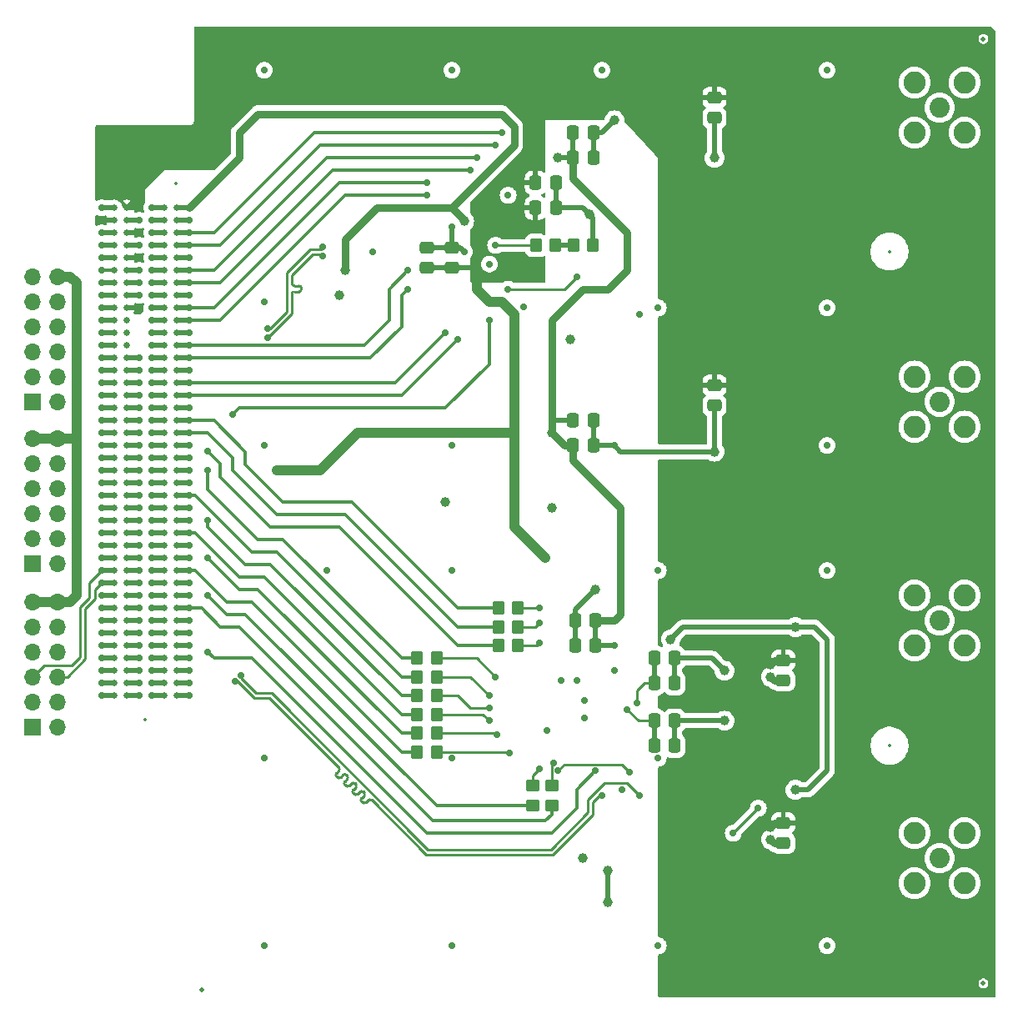
<source format=gbl>
%TF.GenerationSoftware,KiCad,Pcbnew,8.0.0*%
%TF.CreationDate,2024-09-01T00:10:57+03:00*%
%TF.ProjectId,ML605_LPC_Board_wADC_DAC,4d4c3630-355f-44c5-9043-5f426f617264,rev?*%
%TF.SameCoordinates,Original*%
%TF.FileFunction,Copper,L4,Bot*%
%TF.FilePolarity,Positive*%
%FSLAX46Y46*%
G04 Gerber Fmt 4.6, Leading zero omitted, Abs format (unit mm)*
G04 Created by KiCad (PCBNEW 8.0.0) date 2024-09-01 00:10:57*
%MOMM*%
%LPD*%
G01*
G04 APERTURE LIST*
G04 Aperture macros list*
%AMRoundRect*
0 Rectangle with rounded corners*
0 $1 Rounding radius*
0 $2 $3 $4 $5 $6 $7 $8 $9 X,Y pos of 4 corners*
0 Add a 4 corners polygon primitive as box body*
4,1,4,$2,$3,$4,$5,$6,$7,$8,$9,$2,$3,0*
0 Add four circle primitives for the rounded corners*
1,1,$1+$1,$2,$3*
1,1,$1+$1,$4,$5*
1,1,$1+$1,$6,$7*
1,1,$1+$1,$8,$9*
0 Add four rect primitives between the rounded corners*
20,1,$1+$1,$2,$3,$4,$5,0*
20,1,$1+$1,$4,$5,$6,$7,0*
20,1,$1+$1,$6,$7,$8,$9,0*
20,1,$1+$1,$8,$9,$2,$3,0*%
G04 Aperture macros list end*
%TA.AperFunction,ComponentPad*%
%ADD10C,2.050000*%
%TD*%
%TA.AperFunction,ComponentPad*%
%ADD11C,2.250000*%
%TD*%
%TA.AperFunction,ComponentPad*%
%ADD12R,1.700000X1.700000*%
%TD*%
%TA.AperFunction,ComponentPad*%
%ADD13O,1.700000X1.700000*%
%TD*%
%TA.AperFunction,SMDPad,CuDef*%
%ADD14RoundRect,0.250000X-0.475000X0.337500X-0.475000X-0.337500X0.475000X-0.337500X0.475000X0.337500X0*%
%TD*%
%TA.AperFunction,SMDPad,CuDef*%
%ADD15RoundRect,0.250000X-0.337500X-0.475000X0.337500X-0.475000X0.337500X0.475000X-0.337500X0.475000X0*%
%TD*%
%TA.AperFunction,SMDPad,CuDef*%
%ADD16C,0.640000*%
%TD*%
%TA.AperFunction,SMDPad,CuDef*%
%ADD17RoundRect,0.250000X0.350000X0.450000X-0.350000X0.450000X-0.350000X-0.450000X0.350000X-0.450000X0*%
%TD*%
%TA.AperFunction,SMDPad,CuDef*%
%ADD18RoundRect,0.250000X-0.350000X-0.450000X0.350000X-0.450000X0.350000X0.450000X-0.350000X0.450000X0*%
%TD*%
%TA.AperFunction,SMDPad,CuDef*%
%ADD19RoundRect,0.250000X0.337500X0.475000X-0.337500X0.475000X-0.337500X-0.475000X0.337500X-0.475000X0*%
%TD*%
%TA.AperFunction,SMDPad,CuDef*%
%ADD20RoundRect,0.250000X-0.450000X0.350000X-0.450000X-0.350000X0.450000X-0.350000X0.450000X0.350000X0*%
%TD*%
%TA.AperFunction,SMDPad,CuDef*%
%ADD21C,0.500000*%
%TD*%
%TA.AperFunction,SMDPad,CuDef*%
%ADD22RoundRect,0.250000X0.475000X-0.337500X0.475000X0.337500X-0.475000X0.337500X-0.475000X-0.337500X0*%
%TD*%
%TA.AperFunction,ViaPad*%
%ADD23C,0.700000*%
%TD*%
%TA.AperFunction,ViaPad*%
%ADD24C,1.000000*%
%TD*%
%TA.AperFunction,Conductor*%
%ADD25C,0.508000*%
%TD*%
%TA.AperFunction,Conductor*%
%ADD26C,0.762000*%
%TD*%
%TA.AperFunction,Conductor*%
%ADD27C,0.254000*%
%TD*%
%TA.AperFunction,Conductor*%
%ADD28C,1.016000*%
%TD*%
%TA.AperFunction,Conductor*%
%ADD29C,0.355600*%
%TD*%
%ADD30C,0.300000*%
%ADD31C,0.350000*%
G04 APERTURE END LIST*
D10*
%TO.P,J8,1,In*%
%TO.N,Net-(J8-In)*%
X168980000Y-58560000D03*
D11*
%TO.P,J8,2,Ext*%
%TO.N,GNDA*%
X166440000Y-56020000D03*
X166440000Y-61100000D03*
X171520000Y-56020000D03*
X171520000Y-61100000D03*
%TD*%
D10*
%TO.P,J9,1,In*%
%TO.N,Net-(J9-In)*%
X168980000Y-88405000D03*
D11*
%TO.P,J9,2,Ext*%
%TO.N,GNDA*%
X166440000Y-85865000D03*
X166440000Y-90945000D03*
X171520000Y-85865000D03*
X171520000Y-90945000D03*
%TD*%
D12*
%TO.P,J10,1,Pin_1*%
%TO.N,/CLK1_M2C_N*%
X76905000Y-121425000D03*
D13*
%TO.P,J10,2,Pin_2*%
%TO.N,/CLK1_M2C_P*%
X79445000Y-121425000D03*
%TO.P,J10,3,Pin_3*%
%TO.N,/LA01_N_CC*%
X76905000Y-118885000D03*
%TO.P,J10,4,Pin_4*%
%TO.N,/LA01_P_CC*%
X79445000Y-118885000D03*
%TO.P,J10,5,Pin_5*%
%TO.N,/LA06_N*%
X76905000Y-116345000D03*
%TO.P,J10,6,Pin_6*%
%TO.N,/LA06_P*%
X79445000Y-116345000D03*
%TO.P,J10,7,Pin_7*%
%TO.N,/LA05_N*%
X76905000Y-113805000D03*
%TO.P,J10,8,Pin_8*%
%TO.N,/LA05_P*%
X79445000Y-113805000D03*
%TO.P,J10,9,Pin_9*%
%TO.N,GNDA*%
X76905000Y-111265000D03*
%TO.P,J10,10,Pin_10*%
X79445000Y-111265000D03*
%TO.P,J10,11,Pin_11*%
%TO.N,3V3*%
X76905000Y-108725000D03*
%TO.P,J10,12,Pin_12*%
X79445000Y-108725000D03*
%TD*%
D10*
%TO.P,J5,1,In*%
%TO.N,/ADC_Circuit/I_IN*%
X168980000Y-110630000D03*
D11*
%TO.P,J5,2,Ext*%
%TO.N,GNDA*%
X166440000Y-108090000D03*
X166440000Y-113170000D03*
X171520000Y-108090000D03*
X171520000Y-113170000D03*
%TD*%
D10*
%TO.P,J4,1,In*%
%TO.N,/ADC_Circuit/Q_IN*%
X168980000Y-134760000D03*
D11*
%TO.P,J4,2,Ext*%
%TO.N,GNDA*%
X166440000Y-132220000D03*
X166440000Y-137300000D03*
X171520000Y-132220000D03*
X171520000Y-137300000D03*
%TD*%
D12*
%TO.P,J12,1,Pin_1*%
%TO.N,/LA17_P_CC*%
X76905000Y-88405000D03*
D13*
%TO.P,J12,2,Pin_2*%
%TO.N,/LA17_N_CC*%
X79445000Y-88405000D03*
%TO.P,J12,3,Pin_3*%
%TO.N,/LA18_P_CC*%
X76905000Y-85865000D03*
%TO.P,J12,4,Pin_4*%
%TO.N,/LA18_N_CC*%
X79445000Y-85865000D03*
%TO.P,J12,5,Pin_5*%
%TO.N,/LA27_P*%
X76905000Y-83325000D03*
%TO.P,J12,6,Pin_6*%
%TO.N,/LA27_N*%
X79445000Y-83325000D03*
%TO.P,J12,7,Pin_7*%
%TO.N,/SCL*%
X76905000Y-80785000D03*
%TO.P,J12,8,Pin_8*%
%TO.N,/SDA*%
X79445000Y-80785000D03*
%TO.P,J12,9,Pin_9*%
%TO.N,GNDA*%
X76905000Y-78245000D03*
%TO.P,J12,10,Pin_10*%
X79445000Y-78245000D03*
%TO.P,J12,11,Pin_11*%
%TO.N,3V3*%
X76905000Y-75705000D03*
%TO.P,J12,12,Pin_12*%
X79445000Y-75705000D03*
%TD*%
D12*
%TO.P,J11,1,Pin_1*%
%TO.N,/LA09_N*%
X76885000Y-104890000D03*
D13*
%TO.P,J11,2,Pin_2*%
%TO.N,/LA09_P*%
X79425000Y-104890000D03*
%TO.P,J11,3,Pin_3*%
%TO.N,/LA10_N*%
X76885000Y-102350000D03*
%TO.P,J11,4,Pin_4*%
%TO.N,/LA10_P*%
X79425000Y-102350000D03*
%TO.P,J11,5,Pin_5*%
%TO.N,/LA13_N*%
X76885000Y-99810000D03*
%TO.P,J11,6,Pin_6*%
%TO.N,/LA13_P*%
X79425000Y-99810000D03*
%TO.P,J11,7,Pin_7*%
%TO.N,/LA14_N*%
X76885000Y-97270000D03*
%TO.P,J11,8,Pin_8*%
%TO.N,/LA14_P*%
X79425000Y-97270000D03*
%TO.P,J11,9,Pin_9*%
%TO.N,GNDA*%
X76885000Y-94730000D03*
%TO.P,J11,10,Pin_10*%
X79425000Y-94730000D03*
%TO.P,J11,11,Pin_11*%
%TO.N,3V3*%
X76885000Y-92190000D03*
%TO.P,J11,12,Pin_12*%
X79425000Y-92190000D03*
%TD*%
D14*
%TO.P,C32,1*%
%TO.N,3V3*%
X146120000Y-86732500D03*
%TO.P,C32,2*%
%TO.N,GNDA*%
X146120000Y-88807500D03*
%TD*%
D15*
%TO.P,C20,1*%
%TO.N,1V5*%
X131747500Y-90310000D03*
%TO.P,C20,2*%
%TO.N,GNDA*%
X133822500Y-90310000D03*
%TD*%
D16*
%TO.P,J1,C1,C1*%
%TO.N,GNDA*%
X85160000Y-118250000D03*
%TO.P,J1,C2,C2*%
%TO.N,/DP0_C2M_P*%
X85160000Y-116980000D03*
%TO.P,J1,C3,C3*%
%TO.N,/DP0_C2M_N*%
X85160000Y-115710000D03*
%TO.P,J1,C4,C4*%
%TO.N,GNDA*%
X85160000Y-114440000D03*
%TO.P,J1,C5,C5*%
X85160000Y-113170000D03*
%TO.P,J1,C6,C6*%
%TO.N,/DP0_M2C_P*%
X85160000Y-111900000D03*
%TO.P,J1,C7,C7*%
%TO.N,/DP0_M2C_N*%
X85160000Y-110630000D03*
%TO.P,J1,C8,C8*%
%TO.N,GNDA*%
X85160000Y-109360000D03*
%TO.P,J1,C9,C9*%
X85160000Y-108090000D03*
%TO.P,J1,C10,C10*%
%TO.N,/LA06_P*%
X85160000Y-106820000D03*
%TO.P,J1,C11,C11*%
%TO.N,/LA06_N*%
X85160000Y-105550000D03*
%TO.P,J1,C12,C12*%
%TO.N,GNDA*%
X85160000Y-104280000D03*
%TO.P,J1,C13,C13*%
X85160000Y-103010000D03*
%TO.P,J1,C14,C14*%
%TO.N,/LA10_P*%
X85160000Y-101740000D03*
%TO.P,J1,C15,C15*%
%TO.N,/LA10_N*%
X85160000Y-100470000D03*
%TO.P,J1,C16,C16*%
%TO.N,GNDA*%
X85160000Y-99200000D03*
%TO.P,J1,C17,C17*%
X85160000Y-97930000D03*
%TO.P,J1,C18,C18*%
%TO.N,/LA14_P*%
X85160000Y-96660000D03*
%TO.P,J1,C19,C19*%
%TO.N,/LA14_N*%
X85160000Y-95390000D03*
%TO.P,J1,C20,C20*%
%TO.N,GNDA*%
X85160000Y-94120000D03*
%TO.P,J1,C21,C21*%
X85160000Y-92850000D03*
%TO.P,J1,C22,C22*%
%TO.N,/LA18_P_CC*%
X85160000Y-91580000D03*
%TO.P,J1,C23,C23*%
%TO.N,/LA18_N_CC*%
X85160000Y-90310000D03*
%TO.P,J1,C24,C24*%
%TO.N,GNDA*%
X85160000Y-89040000D03*
%TO.P,J1,C25,C25*%
X85160000Y-87770000D03*
%TO.P,J1,C26,C26*%
%TO.N,/LA27_P*%
X85160000Y-86500000D03*
%TO.P,J1,C27,C27*%
%TO.N,/LA27_N*%
X85160000Y-85230000D03*
%TO.P,J1,C28,C28*%
%TO.N,GNDA*%
X85160000Y-83960000D03*
%TO.P,J1,C29,C29*%
X85160000Y-82690000D03*
%TO.P,J1,C30,C30*%
%TO.N,/SCL*%
X85160000Y-81420000D03*
%TO.P,J1,C31,C31*%
%TO.N,/SDA*%
X85160000Y-80150000D03*
%TO.P,J1,C32,C32*%
%TO.N,GNDA*%
X85160000Y-78880000D03*
%TO.P,J1,C33,C33*%
X85160000Y-77610000D03*
%TO.P,J1,C34,C34*%
%TO.N,/GA0*%
X85160000Y-76340000D03*
%TO.P,J1,C35,C35*%
%TO.N,+12V*%
X85160000Y-75070000D03*
%TO.P,J1,C36,C36*%
%TO.N,GNDA*%
X85160000Y-73800000D03*
%TO.P,J1,C37,C37*%
%TO.N,+12V*%
X85160000Y-72530000D03*
%TO.P,J1,C38,C38*%
%TO.N,GNDA*%
X85160000Y-71260000D03*
%TO.P,J1,C39,C39*%
%TO.N,3V3*%
X85160000Y-69990000D03*
%TO.P,J1,C40,C40*%
%TO.N,GNDA*%
X85160000Y-68720000D03*
%TO.P,J1,D1,D1*%
%TO.N,/PG_C2M*%
X86430000Y-118250000D03*
%TO.P,J1,D2,D2*%
%TO.N,GNDA*%
X86430000Y-116980000D03*
%TO.P,J1,D3,D3*%
X86430000Y-115710000D03*
%TO.P,J1,D4,D4*%
%TO.N,/GBTCLK0_M2C_P*%
X86430000Y-114440000D03*
%TO.P,J1,D5,D5*%
%TO.N,/GBTCLK0_M2C_N*%
X86430000Y-113170000D03*
%TO.P,J1,D6,D6*%
%TO.N,GNDA*%
X86430000Y-111900000D03*
%TO.P,J1,D7,D7*%
X86430000Y-110630000D03*
%TO.P,J1,D8,D8*%
%TO.N,/LA01_P_CC*%
X86430000Y-109360000D03*
%TO.P,J1,D9,D9*%
%TO.N,/LA01_N_CC*%
X86430000Y-108090000D03*
%TO.P,J1,D10,D10*%
%TO.N,GNDA*%
X86430000Y-106820000D03*
%TO.P,J1,D11,D11*%
%TO.N,/LA05_P*%
X86430000Y-105550000D03*
%TO.P,J1,D12,D12*%
%TO.N,/LA05_N*%
X86430000Y-104280000D03*
%TO.P,J1,D13,D13*%
%TO.N,GNDA*%
X86430000Y-103010000D03*
%TO.P,J1,D14,D14*%
%TO.N,/LA09_P*%
X86430000Y-101740000D03*
%TO.P,J1,D15,D15*%
%TO.N,/LA09_N*%
X86430000Y-100470000D03*
%TO.P,J1,D16,D16*%
%TO.N,GNDA*%
X86430000Y-99200000D03*
%TO.P,J1,D17,D17*%
%TO.N,/LA13_P*%
X86430000Y-97930000D03*
%TO.P,J1,D18,D18*%
%TO.N,/LA13_N*%
X86430000Y-96660000D03*
%TO.P,J1,D19,D19*%
%TO.N,GNDA*%
X86430000Y-95390000D03*
%TO.P,J1,D20,D20*%
%TO.N,/LA17_P_CC*%
X86430000Y-94120000D03*
%TO.P,J1,D21,D21*%
%TO.N,/LA17_N_CC*%
X86430000Y-92850000D03*
%TO.P,J1,D22,D22*%
%TO.N,GNDA*%
X86430000Y-91580000D03*
%TO.P,J1,D23,D23*%
%TO.N,/LA23_P*%
X86430000Y-90310000D03*
%TO.P,J1,D24,D24*%
%TO.N,/LA23_N*%
X86430000Y-89040000D03*
%TO.P,J1,D25,D25*%
%TO.N,GNDA*%
X86430000Y-87770000D03*
%TO.P,J1,D26,D26*%
%TO.N,/LA26_P*%
X86430000Y-86500000D03*
%TO.P,J1,D27,D27*%
%TO.N,/LA26_N*%
X86430000Y-85230000D03*
%TO.P,J1,D28,D28*%
%TO.N,GNDA*%
X86430000Y-83960000D03*
%TO.P,J1,D29,D29*%
%TO.N,/TCK*%
X86430000Y-82690000D03*
%TO.P,J1,D30,D30*%
%TO.N,/TDI*%
X86430000Y-81420000D03*
%TO.P,J1,D31,D31*%
%TO.N,/TDO*%
X86430000Y-80150000D03*
%TO.P,J1,D32,D32*%
%TO.N,3V3*%
X86430000Y-78880000D03*
%TO.P,J1,D33,D33*%
%TO.N,/TMS*%
X86430000Y-77610000D03*
%TO.P,J1,D34,D34*%
%TO.N,/TRST_L*%
X86430000Y-76340000D03*
%TO.P,J1,D35,D35*%
%TO.N,/GA1*%
X86430000Y-75070000D03*
%TO.P,J1,D36,D36*%
%TO.N,3V3*%
X86430000Y-73800000D03*
%TO.P,J1,D37,D37*%
%TO.N,GNDA*%
X86430000Y-72530000D03*
%TO.P,J1,D38,D38*%
%TO.N,3V3*%
X86430000Y-71260000D03*
%TO.P,J1,D39,D39*%
%TO.N,GNDA*%
X86430000Y-69990000D03*
%TO.P,J1,D40,D40*%
%TO.N,3V3*%
X86430000Y-68720000D03*
%TO.P,J1,G1,G1*%
%TO.N,GNDA*%
X90240000Y-118250000D03*
%TO.P,J1,G2,G2*%
%TO.N,/CLK1_M2C_P*%
X90240000Y-116980000D03*
%TO.P,J1,G3,G3*%
%TO.N,/CLK1_M2C_N*%
X90240000Y-115710000D03*
%TO.P,J1,G4,G4*%
%TO.N,GNDA*%
X90240000Y-114440000D03*
%TO.P,J1,G5,G5*%
X90240000Y-113170000D03*
%TO.P,J1,G6,G6*%
%TO.N,/LA00_P_CC*%
X90240000Y-111900000D03*
%TO.P,J1,G7,G7*%
%TO.N,/LA00_N_CC*%
X90240000Y-110630000D03*
%TO.P,J1,G8,G8*%
%TO.N,GNDA*%
X90240000Y-109360000D03*
%TO.P,J1,G9,G9*%
%TO.N,/LA03_P*%
X90240000Y-108090000D03*
%TO.P,J1,G10,G10*%
%TO.N,/LA03_N*%
X90240000Y-106820000D03*
%TO.P,J1,G11,G11*%
%TO.N,GNDA*%
X90240000Y-105550000D03*
%TO.P,J1,G12,G12*%
%TO.N,/LA08_P*%
X90240000Y-104280000D03*
%TO.P,J1,G13,G13*%
%TO.N,/LA08_N*%
X90240000Y-103010000D03*
%TO.P,J1,G14,G14*%
%TO.N,GNDA*%
X90240000Y-101740000D03*
%TO.P,J1,G15,G15*%
%TO.N,/LA12_P*%
X90240000Y-100470000D03*
%TO.P,J1,G16,G16*%
%TO.N,/LA12_N*%
X90240000Y-99200000D03*
%TO.P,J1,G17,G17*%
%TO.N,GNDA*%
X90240000Y-97930000D03*
%TO.P,J1,G18,G18*%
%TO.N,/LA16_P*%
X90240000Y-96660000D03*
%TO.P,J1,G19,G19*%
%TO.N,/LA16_N*%
X90240000Y-95390000D03*
%TO.P,J1,G20,G20*%
%TO.N,GNDA*%
X90240000Y-94120000D03*
%TO.P,J1,G21,G21*%
%TO.N,/LA20_P*%
X90240000Y-92850000D03*
%TO.P,J1,G22,G22*%
%TO.N,/LA20_N*%
X90240000Y-91580000D03*
%TO.P,J1,G23,G23*%
%TO.N,GNDA*%
X90240000Y-90310000D03*
%TO.P,J1,G24,G24*%
%TO.N,/LA22_P*%
X90240000Y-89040000D03*
%TO.P,J1,G25,G25*%
%TO.N,/LA22_N*%
X90240000Y-87770000D03*
%TO.P,J1,G26,G26*%
%TO.N,GNDA*%
X90240000Y-86500000D03*
%TO.P,J1,G27,G27*%
%TO.N,/LA25_P*%
X90240000Y-85230000D03*
%TO.P,J1,G28,G28*%
%TO.N,/LA25_N*%
X90240000Y-83960000D03*
%TO.P,J1,G29,G29*%
%TO.N,GNDA*%
X90240000Y-82690000D03*
%TO.P,J1,G30,G30*%
%TO.N,/LA29_P*%
X90240000Y-81420000D03*
%TO.P,J1,G31,G31*%
%TO.N,/LA29_N*%
X90240000Y-80150000D03*
%TO.P,J1,G32,G32*%
%TO.N,GNDA*%
X90240000Y-78880000D03*
%TO.P,J1,G33,G33*%
%TO.N,/LA31_P*%
X90240000Y-77610000D03*
%TO.P,J1,G34,G34*%
%TO.N,/LA31_N*%
X90240000Y-76340000D03*
%TO.P,J1,G35,G35*%
%TO.N,GNDA*%
X90240000Y-75070000D03*
%TO.P,J1,G36,G36*%
%TO.N,/LA33_P*%
X90240000Y-73800000D03*
%TO.P,J1,G37,G37*%
%TO.N,/LA33_N*%
X90240000Y-72530000D03*
%TO.P,J1,G38,G38*%
%TO.N,GNDA*%
X90240000Y-71260000D03*
%TO.P,J1,G39,G39*%
%TO.N,VADJ*%
X90240000Y-69990000D03*
%TO.P,J1,G40,G40*%
%TO.N,GNDA*%
X90240000Y-68720000D03*
%TO.P,J1,H1,H1*%
%TO.N,/VREF_A_M2C*%
X91510000Y-118250000D03*
%TO.P,J1,H2,H2*%
%TO.N,/PRSNT_M2C_L*%
X91510000Y-116980000D03*
%TO.P,J1,H3,H3*%
%TO.N,GNDA*%
X91510000Y-115710000D03*
%TO.P,J1,H4,H4*%
%TO.N,/CLK0_M2C_P*%
X91510000Y-114440000D03*
%TO.P,J1,H5,H5*%
%TO.N,/CLK0_M2C_N*%
X91510000Y-113170000D03*
%TO.P,J1,H6,H6*%
%TO.N,GNDA*%
X91510000Y-111900000D03*
%TO.P,J1,H7,H7*%
%TO.N,/LA02_P*%
X91510000Y-110630000D03*
%TO.P,J1,H8,H8*%
%TO.N,/LA02_N*%
X91510000Y-109360000D03*
%TO.P,J1,H9,H9*%
%TO.N,GNDA*%
X91510000Y-108090000D03*
%TO.P,J1,H10,H10*%
%TO.N,/LA04_P*%
X91510000Y-106820000D03*
%TO.P,J1,H11,H11*%
%TO.N,/LA04_N*%
X91510000Y-105550000D03*
%TO.P,J1,H12,H12*%
%TO.N,GNDA*%
X91510000Y-104280000D03*
%TO.P,J1,H13,H13*%
%TO.N,/LA07_P*%
X91510000Y-103010000D03*
%TO.P,J1,H14,H14*%
%TO.N,/LA07_N*%
X91510000Y-101740000D03*
%TO.P,J1,H15,H15*%
%TO.N,GNDA*%
X91510000Y-100470000D03*
%TO.P,J1,H16,H16*%
%TO.N,/LA11_P*%
X91510000Y-99200000D03*
%TO.P,J1,H17,H17*%
%TO.N,/LA11_N*%
X91510000Y-97930000D03*
%TO.P,J1,H18,H18*%
%TO.N,GNDA*%
X91510000Y-96660000D03*
%TO.P,J1,H19,H19*%
%TO.N,/LA15_P*%
X91510000Y-95390000D03*
%TO.P,J1,H20,H20*%
%TO.N,/LA15_N*%
X91510000Y-94120000D03*
%TO.P,J1,H21,H21*%
%TO.N,GNDA*%
X91510000Y-92850000D03*
%TO.P,J1,H22,H22*%
%TO.N,/LA19_P*%
X91510000Y-91580000D03*
%TO.P,J1,H23,H23*%
%TO.N,/LA19_N*%
X91510000Y-90310000D03*
%TO.P,J1,H24,H24*%
%TO.N,GNDA*%
X91510000Y-89040000D03*
%TO.P,J1,H25,H25*%
%TO.N,/LA21_P*%
X91510000Y-87770000D03*
%TO.P,J1,H26,H26*%
%TO.N,/LA21_N*%
X91510000Y-86500000D03*
%TO.P,J1,H27,H27*%
%TO.N,GNDA*%
X91510000Y-85230000D03*
%TO.P,J1,H28,H28*%
%TO.N,/LA24_P*%
X91510000Y-83960000D03*
%TO.P,J1,H29,H29*%
%TO.N,/LA24_N*%
X91510000Y-82690000D03*
%TO.P,J1,H30,H30*%
%TO.N,GNDA*%
X91510000Y-81420000D03*
%TO.P,J1,H31,H31*%
%TO.N,/LA28_P*%
X91510000Y-80150000D03*
%TO.P,J1,H32,H32*%
%TO.N,/LA28_N*%
X91510000Y-78880000D03*
%TO.P,J1,H33,H33*%
%TO.N,GNDA*%
X91510000Y-77610000D03*
%TO.P,J1,H34,H34*%
%TO.N,/LA30_P*%
X91510000Y-76340000D03*
%TO.P,J1,H35,H35*%
%TO.N,/LA30_N*%
X91510000Y-75070000D03*
%TO.P,J1,H36,H36*%
%TO.N,GNDA*%
X91510000Y-73800000D03*
%TO.P,J1,H37,H37*%
%TO.N,/LA32_P*%
X91510000Y-72530000D03*
%TO.P,J1,H38,H38*%
%TO.N,/LA32_N*%
X91510000Y-71260000D03*
%TO.P,J1,H39,H39*%
%TO.N,GNDA*%
X91510000Y-69990000D03*
%TO.P,J1,H40,H40*%
%TO.N,VADJ*%
X91510000Y-68720000D03*
%TD*%
D17*
%TO.P,R6,1*%
%TO.N,Net-(IC1-I1)*%
X117910000Y-116345000D03*
%TO.P,R6,2*%
%TO.N,/LA11_N*%
X115910000Y-116345000D03*
%TD*%
D18*
%TO.P,R17,1*%
%TO.N,/LA20_P*%
X124165000Y-113170000D03*
%TO.P,R17,2*%
%TO.N,Net-(IC1-I6)*%
X126165000Y-113170000D03*
%TD*%
D17*
%TO.P,R10,1*%
%TO.N,Net-(IC1-Q7)*%
X117910000Y-120155000D03*
%TO.P,R10,2*%
%TO.N,/LA07_N*%
X115910000Y-120155000D03*
%TD*%
D14*
%TO.P,C17,1*%
%TO.N,3V3*%
X153105000Y-131182500D03*
%TO.P,C17,2*%
%TO.N,GNDA*%
X153105000Y-133257500D03*
%TD*%
%TO.P,C36,1*%
%TO.N,GNDA*%
X119450000Y-72762500D03*
%TO.P,C36,2*%
%TO.N,3V3*%
X119450000Y-74837500D03*
%TD*%
D17*
%TO.P,R8,1*%
%TO.N,Net-(IC1-Q9)*%
X117910000Y-118250000D03*
%TO.P,R8,2*%
%TO.N,/LA12_N*%
X115910000Y-118250000D03*
%TD*%
D19*
%TO.P,C7,1*%
%TO.N,1V5*%
X134055000Y-110630000D03*
%TO.P,C7,2*%
%TO.N,GNDA*%
X131980000Y-110630000D03*
%TD*%
D15*
%TO.P,C34,1*%
%TO.N,3V3*%
X127937500Y-66180000D03*
%TO.P,C34,2*%
%TO.N,GNDA*%
X130012500Y-66180000D03*
%TD*%
D20*
%TO.P,R18,1*%
%TO.N,Net-(IC1-Q1)*%
X127705000Y-127410000D03*
%TO.P,R18,2*%
%TO.N,/LA03_N*%
X127705000Y-129410000D03*
%TD*%
D17*
%TO.P,R12,1*%
%TO.N,Net-(IC1-Q5)*%
X117910000Y-122060000D03*
%TO.P,R12,2*%
%TO.N,/LA08_N*%
X115910000Y-122060000D03*
%TD*%
D18*
%TO.P,R34,1*%
%TO.N,Net-(IC4-BIASJ_A)*%
X127975000Y-72530000D03*
%TO.P,R34,2*%
%TO.N,Net-(R34-Pad2)*%
X129975000Y-72530000D03*
%TD*%
D21*
%TO.P,FID5,*%
%TO.N,*%
X94050000Y-148095000D03*
%TD*%
D15*
%TO.P,C19,1*%
%TO.N,1V5*%
X131747500Y-61100000D03*
%TO.P,C19,2*%
%TO.N,GNDA*%
X133822500Y-61100000D03*
%TD*%
D17*
%TO.P,R4,1*%
%TO.N,Net-(IC1-I3)*%
X117910000Y-114440000D03*
%TO.P,R4,2*%
%TO.N,/LA16_N*%
X115910000Y-114440000D03*
%TD*%
D18*
%TO.P,R21,1*%
%TO.N,/LA19_P*%
X124165000Y-111265000D03*
%TO.P,R21,2*%
%TO.N,Net-(IC1-I8)*%
X126165000Y-111265000D03*
%TD*%
%TO.P,R23,1*%
%TO.N,/LA19_N*%
X124165000Y-109360000D03*
%TO.P,R23,2*%
%TO.N,Net-(IC1-I9)*%
X126165000Y-109360000D03*
%TD*%
D15*
%TO.P,C11,1*%
%TO.N,Net-(IC1-VRP)*%
X140002500Y-123330000D03*
%TO.P,C11,2*%
%TO.N,GNDA*%
X142077500Y-123330000D03*
%TD*%
D19*
%TO.P,C10,1*%
%TO.N,GNDA*%
X142077500Y-120790000D03*
%TO.P,C10,2*%
%TO.N,Net-(IC1-VRP)*%
X140002500Y-120790000D03*
%TD*%
D15*
%TO.P,C22,1*%
%TO.N,1V5*%
X131747500Y-92850000D03*
%TO.P,C22,2*%
%TO.N,GNDA*%
X133822500Y-92850000D03*
%TD*%
D18*
%TO.P,R35,1*%
%TO.N,Net-(R34-Pad2)*%
X131785000Y-72530000D03*
%TO.P,R35,2*%
%TO.N,GNDA*%
X133785000Y-72530000D03*
%TD*%
D22*
%TO.P,C35,1*%
%TO.N,3V3*%
X116910000Y-74837500D03*
%TO.P,C35,2*%
%TO.N,GNDA*%
X116910000Y-72762500D03*
%TD*%
D20*
%TO.P,R22,1*%
%TO.N,Net-(IC1-I{slash}~{Q})*%
X129610000Y-127410000D03*
%TO.P,R22,2*%
%TO.N,/LA02_N*%
X129610000Y-129410000D03*
%TD*%
D15*
%TO.P,C6,1*%
%TO.N,GNDA*%
X131980000Y-113170000D03*
%TO.P,C6,2*%
%TO.N,1V5*%
X134055000Y-113170000D03*
%TD*%
D14*
%TO.P,C31,1*%
%TO.N,3V3*%
X146120000Y-57522500D03*
%TO.P,C31,2*%
%TO.N,GNDA*%
X146120000Y-59597500D03*
%TD*%
D17*
%TO.P,R14,1*%
%TO.N,Net-(IC1-Q3)*%
X117910000Y-123965000D03*
%TO.P,R14,2*%
%TO.N,/LA04_N*%
X115910000Y-123965000D03*
%TD*%
D21*
%TO.P,FID4,*%
%TO.N,*%
X173425000Y-51575000D03*
%TD*%
D19*
%TO.P,C33,1*%
%TO.N,GNDA*%
X130012500Y-68720000D03*
%TO.P,C33,2*%
%TO.N,3V3*%
X127937500Y-68720000D03*
%TD*%
D21*
%TO.P,FID6,*%
%TO.N,*%
X173425000Y-147460000D03*
%TD*%
D15*
%TO.P,C21,1*%
%TO.N,1V5*%
X131747500Y-63640000D03*
%TO.P,C21,2*%
%TO.N,GNDA*%
X133822500Y-63640000D03*
%TD*%
D14*
%TO.P,C16,1*%
%TO.N,3V3*%
X153105000Y-114672500D03*
%TO.P,C16,2*%
%TO.N,GNDA*%
X153105000Y-116747500D03*
%TD*%
D15*
%TO.P,C8,1*%
%TO.N,Net-(IC1-VRN)*%
X140002500Y-114440000D03*
%TO.P,C8,2*%
%TO.N,GNDA*%
X142077500Y-114440000D03*
%TD*%
D19*
%TO.P,C9,1*%
%TO.N,GNDA*%
X142077500Y-116980000D03*
%TO.P,C9,2*%
%TO.N,Net-(IC1-VRN)*%
X140002500Y-116980000D03*
%TD*%
D23*
%TO.N,GNDA*%
X88970000Y-118250000D03*
X88970000Y-113170000D03*
X87700000Y-110630000D03*
X88970000Y-82690000D03*
X136722000Y-127775000D03*
D24*
X151835000Y-132855000D03*
D23*
X83890000Y-108090000D03*
X92780000Y-69990000D03*
X100400000Y-78245000D03*
X87700000Y-69990000D03*
X135960000Y-92850000D03*
X87700000Y-103010000D03*
X126741822Y-78755178D03*
X111430220Y-73165000D03*
X88970000Y-101740000D03*
X83890000Y-103010000D03*
D24*
X134055000Y-107455000D03*
D23*
X132912000Y-118758000D03*
X92780000Y-115710000D03*
X88970000Y-86500000D03*
X92780000Y-104280000D03*
X92780000Y-92850000D03*
X157550000Y-92850000D03*
X92780000Y-85230000D03*
X83890000Y-68720000D03*
X87700000Y-95390000D03*
X119450000Y-124600000D03*
X92780000Y-77610000D03*
X87700000Y-115710000D03*
X83890000Y-71260000D03*
X88970000Y-94120000D03*
X87700000Y-106820000D03*
X120720000Y-73165000D03*
X88970000Y-114440000D03*
X87700000Y-111900000D03*
D24*
X135960000Y-59830000D03*
D23*
X87700000Y-91580000D03*
X100400000Y-124600000D03*
X88970000Y-97930000D03*
X157550000Y-105550000D03*
D24*
X118815000Y-98565000D03*
D23*
X92780000Y-111900000D03*
D24*
X147136000Y-115710000D03*
D23*
X92780000Y-100470000D03*
D24*
X147136000Y-120790000D03*
D23*
X83890000Y-82690000D03*
X92780000Y-73800000D03*
X83890000Y-109360000D03*
D24*
X146120000Y-63640000D03*
D23*
X92780000Y-96660000D03*
X129102000Y-121806000D03*
X83890000Y-77610000D03*
X87700000Y-99200000D03*
X157550000Y-78880000D03*
X83890000Y-97930000D03*
D24*
X133420000Y-69355000D03*
D23*
X83890000Y-89040000D03*
D24*
X132785000Y-134760000D03*
D23*
X87700000Y-72530000D03*
X83890000Y-94120000D03*
X88970000Y-105550000D03*
X119450000Y-105550000D03*
X87700000Y-83960000D03*
D24*
X151835000Y-116345000D03*
D23*
X140405000Y-78880000D03*
X88970000Y-71260000D03*
X140405000Y-105550000D03*
X87700000Y-87770000D03*
X134690000Y-54750000D03*
X83890000Y-104280000D03*
X83890000Y-118250000D03*
X119450000Y-70625000D03*
X100400000Y-54750000D03*
X88970000Y-68720000D03*
D24*
X129610000Y-99200000D03*
D23*
X140405000Y-143650000D03*
X92780000Y-89040000D03*
D24*
X146120000Y-93485000D03*
D23*
X83890000Y-73800000D03*
D24*
X131515000Y-82055000D03*
D23*
X83890000Y-87770000D03*
X119450000Y-54750000D03*
X92780000Y-108090000D03*
X100400000Y-92850000D03*
X88970000Y-90310000D03*
X106750000Y-105550000D03*
D24*
X108020000Y-77610000D03*
D23*
X119450000Y-92850000D03*
X83890000Y-113170000D03*
X87700000Y-116980000D03*
X83890000Y-114440000D03*
X92780000Y-81420000D03*
X100400000Y-143650000D03*
X123260000Y-74435000D03*
X88970000Y-78880000D03*
X157550000Y-143650000D03*
X157550000Y-54750000D03*
X130503000Y-116726000D03*
X83890000Y-78880000D03*
X140405000Y-124600000D03*
X88970000Y-109360000D03*
X132150000Y-116726000D03*
X83890000Y-92850000D03*
X132912000Y-120536000D03*
X83890000Y-83960000D03*
X83890000Y-99200000D03*
X88970000Y-75070000D03*
X119450000Y-143650000D03*
D24*
%TO.N,1V5*%
X129610000Y-91580000D03*
D23*
X135960000Y-113170000D03*
D24*
X129610000Y-91580000D03*
X130245000Y-63640000D03*
D23*
%TO.N,Net-(IC1-VRN)*%
X138246000Y-119012000D03*
%TO.N,Net-(IC1-VRP)*%
X137230000Y-119643000D03*
D24*
%TO.N,3V3*%
X101670000Y-95390000D03*
X126435000Y-56655000D03*
X106750000Y-56655000D03*
D23*
X87700000Y-78880000D03*
D24*
X146120000Y-85230000D03*
D23*
X123260000Y-71260000D03*
D24*
X106750000Y-52845000D03*
D23*
X87700000Y-71260000D03*
D24*
X151835000Y-131585000D03*
D23*
X126435000Y-69355000D03*
D24*
X146120000Y-56020000D03*
D23*
X83890000Y-69990000D03*
D24*
X146755000Y-118250000D03*
X128975000Y-104280000D03*
X151835000Y-115075000D03*
D23*
X121990000Y-75070000D03*
X87700000Y-68720000D03*
D24*
X126435000Y-52845000D03*
D23*
X87700000Y-73800000D03*
D24*
%TO.N,/ADC_Circuit/VCM_ADC*%
X154335420Y-111304580D03*
X154335420Y-127814580D03*
X141675000Y-112535000D03*
D23*
%TO.N,Net-(IC1-Q3)*%
X125292000Y-124092000D03*
%TO.N,VADJ*%
X92780000Y-68720000D03*
D24*
X135325000Y-139205000D03*
X135325000Y-136030000D03*
D23*
X125165000Y-67450000D03*
X138500000Y-79515000D03*
X130245000Y-125870000D03*
X137484000Y-125997000D03*
X88970000Y-69990000D03*
D24*
X120693616Y-70083028D03*
D23*
X135960000Y-115710000D03*
D24*
X108655000Y-75070000D03*
D23*
%TO.N,Net-(IC1-I1)*%
X123260000Y-118250000D03*
%TO.N,Net-(IC1-Q7)*%
X123260000Y-120790000D03*
%TO.N,/ADC_Circuit/Q+*%
X148025000Y-132220000D03*
X150565000Y-129680000D03*
%TO.N,Net-(IC1-I6)*%
X128340000Y-112916000D03*
%TO.N,Net-(IC1-I3)*%
X123895000Y-116345000D03*
%TO.N,Net-(IC1-I{slash}~{Q})*%
X129757000Y-125108000D03*
%TO.N,Net-(IC1-I8)*%
X128340000Y-110884000D03*
%TO.N,Net-(IC1-Q5)*%
X124020857Y-122185857D03*
%TO.N,Net-(IC1-I9)*%
X128340000Y-109360000D03*
%TO.N,Net-(IC1-Q1)*%
X128361847Y-125718865D03*
%TO.N,Net-(IC1-Q9)*%
X123260000Y-119520000D03*
%TO.N,/LA20_N*%
X88970000Y-91580000D03*
%TO.N,/LA19_N*%
X92780000Y-90310000D03*
%TO.N,/LA20_P*%
X94685000Y-93442200D03*
X88970000Y-92850000D03*
%TO.N,/LA29_P*%
X88970000Y-81420000D03*
%TO.N,/LA33_P*%
X88970000Y-73800000D03*
%TO.N,/DAC Circuit/SLEEP*%
X125165000Y-76975000D03*
X132150000Y-75705000D03*
%TO.N,/LA21_P*%
X92780000Y-87770000D03*
X120085000Y-82055000D03*
%TO.N,/LA22_N*%
X88970000Y-87770000D03*
%TO.N,/LA30_P*%
X121355000Y-64910000D03*
X92780000Y-76340000D03*
%TO.N,/LA30_N*%
X121990000Y-63640000D03*
X92780000Y-75070000D03*
%TO.N,/LA24_N*%
X115005000Y-75070000D03*
X92780000Y-82690000D03*
%TO.N,/LA24_P*%
X115005000Y-76975000D03*
X92780000Y-83960000D03*
%TO.N,/LA22_P*%
X88970000Y-89040000D03*
%TO.N,/LA33_N*%
X88970000Y-72530000D03*
%TO.N,/LA25_P*%
X88970000Y-85230000D03*
%TO.N,/LA21_N*%
X92780000Y-86500000D03*
X118815000Y-81420000D03*
%TO.N,/LA32_P*%
X92780000Y-72530000D03*
X123895000Y-62370000D03*
%TO.N,/LA25_N*%
X88970000Y-83960000D03*
%TO.N,/LA32_N*%
X92780000Y-71260000D03*
X124530000Y-61100000D03*
%TO.N,/LA28_N*%
X116910000Y-66180000D03*
X92780000Y-78880000D03*
%TO.N,Net-(IC4-BIASJ_A)*%
X123895000Y-72530000D03*
%TO.N,/LA31_P*%
X88970000Y-77610000D03*
%TO.N,/LA28_P*%
X92780000Y-80150000D03*
X116910000Y-67450000D03*
%TO.N,/LA31_N*%
X88970000Y-76340000D03*
%TO.N,/PRSNT_M2C_L*%
X92780000Y-116980000D03*
%TO.N,/LA14_P*%
X83890000Y-96660000D03*
%TO.N,/LA27_P*%
X83890000Y-86500000D03*
%TO.N,/CLK1_M2C_N*%
X88970000Y-115710000D03*
%TO.N,/LA07_P*%
X92780000Y-103010000D03*
%TO.N,/PG_C2M*%
X87700000Y-118250000D03*
%TO.N,/SDA*%
X83890000Y-80150000D03*
%TO.N,/DP0_M2C_N*%
X83890000Y-110630000D03*
%TO.N,/CLK1_M2C_P*%
X88970000Y-116980000D03*
%TO.N,/TRST_L*%
X87700000Y-76340000D03*
%TO.N,/GA1*%
X87700000Y-75070000D03*
%TO.N,/DP0_C2M_N*%
X83890000Y-115710000D03*
%TO.N,/LA11_N*%
X92780000Y-97930000D03*
%TO.N,/VREF_A_M2C*%
X92780000Y-118250000D03*
%TO.N,/LA27_N*%
X83890000Y-85230000D03*
%TO.N,/LA26_N*%
X106369000Y-73642000D03*
X100781000Y-81897000D03*
X87700000Y-85230000D03*
%TO.N,/GA0*%
X83890000Y-76340000D03*
%TO.N,/DP0_C2M_P*%
X83890000Y-116980000D03*
%TO.N,/LA15_N*%
X92780000Y-94120000D03*
%TO.N,/LA15_P*%
X92780000Y-95390000D03*
%TO.N,/LA18_P_CC*%
X83890000Y-91580000D03*
%TO.N,/LA17_P_CC*%
X87700000Y-94120000D03*
%TO.N,/LA19_P*%
X92780000Y-91580000D03*
%TO.N,/LA12_N*%
X94685000Y-100470000D03*
X88970000Y-99200000D03*
%TO.N,/LA07_N*%
X92780000Y-101740000D03*
%TO.N,/LA16_N*%
X94685000Y-95390000D03*
X88970000Y-95390000D03*
%TO.N,+12V*%
X83890000Y-75070000D03*
X83890000Y-72530000D03*
%TO.N,/LA23_P*%
X123260000Y-80150000D03*
X87700000Y-90310000D03*
X97225000Y-89717800D03*
%TO.N,/LA00_P_CC*%
X94685000Y-113805000D03*
X88970000Y-111900000D03*
X134055000Y-125870000D03*
%TO.N,/DP0_M2C_P*%
X83890000Y-111900000D03*
%TO.N,/SCL*%
X83890000Y-81420000D03*
%TO.N,/LA13_P*%
X87700000Y-97930000D03*
%TO.N,/LA10_N*%
X83890000Y-100470000D03*
%TO.N,/LA29_N*%
X88970000Y-80150000D03*
%TO.N,/LA05_N*%
X87700000Y-104280000D03*
%TO.N,/LA00_N_CC*%
X88970000Y-110630000D03*
%TO.N,/LA14_N*%
X83890000Y-95390000D03*
%TO.N,/LA26_P*%
X106369000Y-72688000D03*
X87700000Y-86500000D03*
X100781000Y-80943000D03*
%TO.N,/LA09_P*%
X87700000Y-101740000D03*
%TO.N,/LA10_P*%
X83890000Y-101740000D03*
%TO.N,/LA03_N*%
X88970000Y-106820000D03*
X94685000Y-108090000D03*
%TO.N,/GBTCLK0_M2C_N*%
X87700000Y-113170000D03*
%TO.N,/LA13_N*%
X87700000Y-96660000D03*
%TO.N,/LA17_N_CC*%
X87700000Y-92850000D03*
%TO.N,/LA12_P*%
X88970000Y-100470000D03*
%TO.N,/LA11_P*%
X92780000Y-99200000D03*
%TO.N,/LA02_N*%
X92780000Y-109360000D03*
%TO.N,/LA04_P*%
X92780000Y-106820000D03*
%TO.N,/LA08_P*%
X88970000Y-104280000D03*
%TO.N,/LA02_P*%
X92780000Y-110630000D03*
%TO.N,/LA08_N*%
X94685000Y-104280000D03*
X88970000Y-103010000D03*
%TO.N,/LA03_P*%
X88970000Y-108090000D03*
%TO.N,/GBTCLK0_M2C_P*%
X87700000Y-114440000D03*
%TO.N,/LA06_P*%
X83890000Y-106820000D03*
%TO.N,/LA06_N*%
X83890000Y-105550000D03*
%TO.N,/LA05_P*%
X87700000Y-105550000D03*
%TO.N,/CLK0_M2C_N*%
X92780000Y-113170000D03*
X98015723Y-116189277D03*
X138500000Y-128410000D03*
%TO.N,/CLK0_M2C_P*%
X134690000Y-128410000D03*
X92780000Y-114440000D03*
X97411853Y-116793147D03*
%TO.N,/TMS*%
X87700000Y-77610000D03*
%TO.N,/LA04_N*%
X92780000Y-105550000D03*
%TO.N,/LA16_P*%
X88970000Y-96660000D03*
%TO.N,/LA09_N*%
X87700000Y-100470000D03*
%TO.N,/LA23_N*%
X87700000Y-89040000D03*
%TO.N,/LA18_N_CC*%
X83890000Y-90310000D03*
%TO.N,/LA01_N_CC*%
X87700000Y-108090000D03*
%TO.N,/LA01_P_CC*%
X87700000Y-109360000D03*
%TD*%
D25*
%TO.N,GNDA*%
X85160000Y-77610000D02*
X83890000Y-77610000D01*
X91510000Y-77610000D02*
X92780000Y-77610000D01*
D26*
X151835000Y-132855000D02*
X152237500Y-133257500D01*
D25*
X83890000Y-73800000D02*
X85160000Y-73800000D01*
X85160000Y-92850000D02*
X83890000Y-92850000D01*
X90121000Y-97930000D02*
X89089000Y-97930000D01*
X86549000Y-103010000D02*
X87581000Y-103010000D01*
X90240000Y-118250000D02*
X88970000Y-118250000D01*
X85160000Y-118250000D02*
X83890000Y-118250000D01*
X91510000Y-81420000D02*
X92780000Y-81420000D01*
X91510000Y-104280000D02*
X92780000Y-104280000D01*
X85160000Y-83960000D02*
X83890000Y-83960000D01*
X85160000Y-87770000D02*
X83890000Y-87770000D01*
X131980000Y-110630000D02*
X131980000Y-113170000D01*
X120720000Y-73165000D02*
X120317500Y-72762500D01*
X85041000Y-94120000D02*
X84009000Y-94120000D01*
X91510000Y-108090000D02*
X92780000Y-108090000D01*
X133822500Y-61100000D02*
X134690000Y-61100000D01*
X91510000Y-89040000D02*
X92780000Y-89040000D01*
X132785000Y-68720000D02*
X133420000Y-69355000D01*
X142077500Y-120790000D02*
X142077500Y-123330000D01*
X90121000Y-90310000D02*
X89089000Y-90310000D01*
X90121000Y-105550000D02*
X89089000Y-105550000D01*
X91510000Y-92850000D02*
X92780000Y-92850000D01*
X91510000Y-111900000D02*
X92780000Y-111900000D01*
X134690000Y-61100000D02*
X135325000Y-60465000D01*
X92780000Y-115710000D02*
X91510000Y-115710000D01*
X133822500Y-61100000D02*
X133822500Y-63640000D01*
X90121000Y-75070000D02*
X89089000Y-75070000D01*
X91510000Y-73800000D02*
X92780000Y-73800000D01*
X135325000Y-60465000D02*
X135960000Y-59830000D01*
X91510000Y-96660000D02*
X92780000Y-96660000D01*
X86430000Y-115710000D02*
X87700000Y-115710000D01*
X90240000Y-113170000D02*
X88970000Y-113170000D01*
X133420000Y-69355000D02*
X133785000Y-69720000D01*
X90121000Y-109360000D02*
X89089000Y-109360000D01*
X90121000Y-94120000D02*
X89089000Y-94120000D01*
X120317500Y-72762500D02*
X119450000Y-72762500D01*
X86549000Y-87770000D02*
X87581000Y-87770000D01*
X85160000Y-103010000D02*
X83890000Y-103010000D01*
X85160000Y-97930000D02*
X83890000Y-97930000D01*
X130012500Y-68720000D02*
X132785000Y-68720000D01*
X146120000Y-63640000D02*
X146120000Y-59597500D01*
X85160000Y-78880000D02*
X83890000Y-78880000D01*
X146120000Y-93485000D02*
X136595000Y-93485000D01*
X90121000Y-82690000D02*
X89089000Y-82690000D01*
X146120000Y-93485000D02*
X146120000Y-88807500D01*
X136595000Y-93485000D02*
X135960000Y-92850000D01*
X142077500Y-114440000D02*
X142077500Y-116980000D01*
X116910000Y-72762500D02*
X119450000Y-72762500D01*
X90121000Y-68720000D02*
X89089000Y-68720000D01*
X119450000Y-70625000D02*
X119450000Y-72762500D01*
X85041000Y-114440000D02*
X84009000Y-114440000D01*
X134055000Y-107455000D02*
X131980000Y-109530000D01*
X91510000Y-69990000D02*
X92780000Y-69990000D01*
X133822500Y-92850000D02*
X133822500Y-90310000D01*
X86549000Y-111900000D02*
X87581000Y-111900000D01*
X85041000Y-99200000D02*
X84009000Y-99200000D01*
D26*
X152237500Y-133257500D02*
X153105000Y-133257500D01*
D25*
X86549000Y-99200000D02*
X87581000Y-99200000D01*
X85160000Y-71260000D02*
X83890000Y-71260000D01*
D26*
X151835000Y-116345000D02*
X152237500Y-116747500D01*
D25*
X130012500Y-68720000D02*
X130012500Y-66180000D01*
X85160000Y-82690000D02*
X83890000Y-82690000D01*
X86549000Y-83960000D02*
X87581000Y-83960000D01*
X86549000Y-116980000D02*
X87581000Y-116980000D01*
X86549000Y-95390000D02*
X87581000Y-95390000D01*
X147136000Y-115710000D02*
X145866000Y-114440000D01*
X135960000Y-92850000D02*
X133822500Y-92850000D01*
X86549000Y-91580000D02*
X87581000Y-91580000D01*
X85041000Y-104280000D02*
X84009000Y-104280000D01*
X85160000Y-68720000D02*
X83890000Y-68720000D01*
X91510000Y-85230000D02*
X92780000Y-85230000D01*
X147136000Y-120790000D02*
X142077500Y-120790000D01*
D26*
X152237500Y-116747500D02*
X153105000Y-116747500D01*
D25*
X133785000Y-69720000D02*
X133785000Y-72530000D01*
X90121000Y-86500000D02*
X89089000Y-86500000D01*
X85160000Y-108090000D02*
X83890000Y-108090000D01*
X85041000Y-109360000D02*
X84009000Y-109360000D01*
X90121000Y-101740000D02*
X89089000Y-101740000D01*
X86549000Y-72530000D02*
X87581000Y-72530000D01*
X91510000Y-100470000D02*
X92780000Y-100470000D01*
X85041000Y-89040000D02*
X84009000Y-89040000D01*
X90121000Y-78880000D02*
X89089000Y-78880000D01*
X131980000Y-109530000D02*
X131980000Y-110630000D01*
X86430000Y-110630000D02*
X87700000Y-110630000D01*
X86549000Y-106820000D02*
X87581000Y-106820000D01*
X90121000Y-71260000D02*
X89089000Y-71260000D01*
X85160000Y-113170000D02*
X83890000Y-113170000D01*
X86549000Y-69990000D02*
X87581000Y-69990000D01*
X90121000Y-114440000D02*
X89089000Y-114440000D01*
X145866000Y-114440000D02*
X142077500Y-114440000D01*
D26*
%TO.N,1V5*%
X135325000Y-76975000D02*
X137230000Y-75070000D01*
D25*
X130245000Y-63640000D02*
X131747500Y-63640000D01*
D26*
X136595000Y-109995000D02*
X135960000Y-110630000D01*
X132785000Y-76975000D02*
X135325000Y-76975000D01*
X131747500Y-92850000D02*
X130880000Y-92850000D01*
X131747500Y-65777500D02*
X131747500Y-63640000D01*
X131747500Y-94352500D02*
X136595000Y-99200000D01*
X136595000Y-99200000D02*
X136595000Y-109995000D01*
X129610000Y-91580000D02*
X129610000Y-80150000D01*
X137230000Y-75070000D02*
X137230000Y-71260000D01*
D25*
X131747500Y-63640000D02*
X131747500Y-61100000D01*
X134055000Y-110630000D02*
X134055000Y-113170000D01*
X131747500Y-90310000D02*
X129610000Y-90310000D01*
D26*
X129610000Y-80150000D02*
X132785000Y-76975000D01*
X130880000Y-92850000D02*
X129610000Y-91580000D01*
X131747500Y-92850000D02*
X131747500Y-94352500D01*
X137230000Y-71260000D02*
X131747500Y-65777500D01*
X135960000Y-110630000D02*
X134055000Y-110630000D01*
D25*
X135960000Y-113170000D02*
X134055000Y-113170000D01*
%TO.N,Net-(IC1-VRN)*%
X140002500Y-116980000D02*
X140002500Y-114440000D01*
D27*
X139008000Y-116980000D02*
X140002500Y-116980000D01*
X138246000Y-117742000D02*
X139008000Y-116980000D01*
X138246000Y-119012000D02*
X138246000Y-117742000D01*
D25*
%TO.N,Net-(IC1-VRP)*%
X140002500Y-123330000D02*
X140002500Y-120790000D01*
D27*
X137230000Y-119643000D02*
X138377000Y-120790000D01*
X138377000Y-120790000D02*
X140002500Y-120790000D01*
D28*
%TO.N,3V3*%
X124530000Y-78245000D02*
X125800000Y-79515000D01*
D25*
X86549000Y-71260000D02*
X87581000Y-71260000D01*
X116910000Y-74837500D02*
X119450000Y-74837500D01*
D28*
X80715000Y-75705000D02*
X81350000Y-76340000D01*
X123260000Y-78245000D02*
X124530000Y-78245000D01*
D26*
X151835000Y-115075000D02*
X152237500Y-114672500D01*
D28*
X79425000Y-92190000D02*
X81325000Y-92190000D01*
X121990000Y-76975000D02*
X123260000Y-78245000D01*
X76885000Y-92190000D02*
X79425000Y-92190000D01*
X106115000Y-95390000D02*
X109925000Y-91580000D01*
D25*
X86549000Y-73800000D02*
X87581000Y-73800000D01*
D28*
X125800000Y-79515000D02*
X125800000Y-101105000D01*
D25*
X146120000Y-56020000D02*
X146120000Y-57522500D01*
D28*
X80715000Y-108725000D02*
X79445000Y-108725000D01*
D25*
X85160000Y-69990000D02*
X83890000Y-69990000D01*
D28*
X121990000Y-76975000D02*
X121990000Y-75070000D01*
X81350000Y-92215000D02*
X81350000Y-108090000D01*
X101670000Y-95390000D02*
X106115000Y-95390000D01*
X81350000Y-108090000D02*
X80715000Y-108725000D01*
X125800000Y-101105000D02*
X128975000Y-104280000D01*
D26*
X152237500Y-114672500D02*
X153105000Y-114672500D01*
X151835000Y-131585000D02*
X152237500Y-131182500D01*
X152237500Y-131182500D02*
X153105000Y-131182500D01*
D28*
X109925000Y-91580000D02*
X125800000Y-91580000D01*
X79445000Y-75705000D02*
X80715000Y-75705000D01*
D25*
X146120000Y-85230000D02*
X146120000Y-86732500D01*
X86430000Y-68720000D02*
X87700000Y-68720000D01*
X86549000Y-78880000D02*
X87581000Y-78880000D01*
D28*
X81325000Y-92190000D02*
X81350000Y-92215000D01*
X81350000Y-76340000D02*
X81350000Y-92215000D01*
D25*
X121757500Y-74837500D02*
X121990000Y-75070000D01*
X119450000Y-74837500D02*
X121757500Y-74837500D01*
D28*
X76905000Y-108725000D02*
X79445000Y-108725000D01*
D25*
%TO.N,/ADC_Circuit/VCM_ADC*%
X156319580Y-111304580D02*
X157550000Y-112535000D01*
X155605420Y-127814580D02*
X154335420Y-127814580D01*
X141675000Y-112535000D02*
X142905420Y-111304580D01*
X142905420Y-111304580D02*
X154335420Y-111304580D01*
X157550000Y-113170000D02*
X157550000Y-125870000D01*
X157550000Y-125870000D02*
X155605420Y-127814580D01*
X157550000Y-112535000D02*
X157550000Y-113170000D01*
X154335420Y-111304580D02*
X156319580Y-111304580D01*
D27*
%TO.N,Net-(IC1-Q3)*%
X125165000Y-123965000D02*
X117910000Y-123965000D01*
X125292000Y-124092000D02*
X125165000Y-123965000D01*
D26*
%TO.N,VADJ*%
X119450000Y-68720000D02*
X111830000Y-68720000D01*
X92780000Y-68720000D02*
X97860000Y-63640000D01*
X97860000Y-61100000D02*
X99765000Y-59195000D01*
X108655000Y-71895000D02*
X108655000Y-75070000D01*
D25*
X91510000Y-68720000D02*
X92780000Y-68720000D01*
X90121000Y-69990000D02*
X89089000Y-69990000D01*
D26*
X111830000Y-68720000D02*
X109290000Y-71260000D01*
X97860000Y-63640000D02*
X97860000Y-61100000D01*
X125800000Y-62370000D02*
X119450000Y-68720000D01*
X120693616Y-69963616D02*
X120693616Y-70083028D01*
D25*
X135325000Y-136030000D02*
X135325000Y-139205000D01*
D27*
X130245000Y-125870000D02*
X130880000Y-125235000D01*
D26*
X109290000Y-71260000D02*
X108655000Y-71895000D01*
D27*
X136722000Y-125235000D02*
X137484000Y-125997000D01*
D26*
X119450000Y-68720000D02*
X120693616Y-69963616D01*
X124530000Y-59195000D02*
X125800000Y-60465000D01*
D27*
X130880000Y-125235000D02*
X136722000Y-125235000D01*
D26*
X125800000Y-60465000D02*
X125800000Y-62370000D01*
X99765000Y-59195000D02*
X124530000Y-59195000D01*
D27*
%TO.N,Net-(IC1-I1)*%
X121355000Y-116345000D02*
X117910000Y-116345000D01*
X123260000Y-118250000D02*
X121355000Y-116345000D01*
%TO.N,Net-(IC1-Q7)*%
X122625000Y-120155000D02*
X117910000Y-120155000D01*
X123260000Y-120790000D02*
X122625000Y-120155000D01*
%TO.N,/ADC_Circuit/Q+*%
X148025000Y-132220000D02*
X150565000Y-129680000D01*
%TO.N,Net-(IC1-I6)*%
X128086000Y-113170000D02*
X128340000Y-112916000D01*
X126165000Y-113170000D02*
X128086000Y-113170000D01*
%TO.N,Net-(IC1-I3)*%
X121990000Y-114440000D02*
X117910000Y-114440000D01*
X123895000Y-116345000D02*
X121990000Y-114440000D01*
%TO.N,Net-(IC1-I{slash}~{Q})*%
X129610000Y-125255000D02*
X129610000Y-127410000D01*
X129757000Y-125108000D02*
X129610000Y-125255000D01*
%TO.N,Net-(IC1-I8)*%
X128340000Y-110884000D02*
X127959000Y-111265000D01*
X127959000Y-111265000D02*
X126165000Y-111265000D01*
%TO.N,Net-(IC1-Q5)*%
X124020857Y-122185857D02*
X123895000Y-122060000D01*
X123895000Y-122060000D02*
X117910000Y-122060000D01*
%TO.N,Net-(IC1-I9)*%
X128340000Y-109360000D02*
X126165000Y-109360000D01*
%TO.N,Net-(IC1-Q1)*%
X128361847Y-125718865D02*
X127705000Y-126375712D01*
X127705000Y-126375712D02*
X127705000Y-127410000D01*
%TO.N,Net-(IC1-Q9)*%
X120085000Y-118250000D02*
X117910000Y-118250000D01*
X123260000Y-119520000D02*
X121355000Y-119520000D01*
X121355000Y-119520000D02*
X120085000Y-118250000D01*
D25*
%TO.N,/LA20_N*%
X90121000Y-91580000D02*
X89089000Y-91580000D01*
D29*
%TO.N,/LA19_N*%
X98495000Y-93485000D02*
X95320000Y-90310000D01*
D25*
X91510000Y-90310000D02*
X92780000Y-90310000D01*
D29*
X124165000Y-109360000D02*
X120085000Y-109360000D01*
X109290000Y-98565000D02*
X102305000Y-98565000D01*
X120085000Y-109360000D02*
X109290000Y-98565000D01*
X102305000Y-98565000D02*
X98495000Y-94755000D01*
X98495000Y-94755000D02*
X98495000Y-93485000D01*
X95320000Y-90310000D02*
X92780000Y-90310000D01*
%TO.N,/LA20_P*%
X95955000Y-96025000D02*
X101035000Y-101105000D01*
D25*
X90121000Y-92850000D02*
X89089000Y-92850000D01*
D29*
X94685000Y-93442200D02*
X95955000Y-94712200D01*
X120085000Y-113170000D02*
X124165000Y-113170000D01*
X101035000Y-101105000D02*
X108020000Y-101105000D01*
X108020000Y-101105000D02*
X120085000Y-113170000D01*
X95955000Y-94712200D02*
X95955000Y-96025000D01*
D25*
%TO.N,/LA29_P*%
X90121000Y-81420000D02*
X89089000Y-81420000D01*
%TO.N,/LA33_P*%
X90121000Y-73800000D02*
X89089000Y-73800000D01*
D27*
%TO.N,/DAC Circuit/SLEEP*%
X130880000Y-76975000D02*
X132150000Y-75705000D01*
X125165000Y-76975000D02*
X130880000Y-76975000D01*
D25*
%TO.N,/LA21_P*%
X91510000Y-87770000D02*
X92780000Y-87770000D01*
D29*
X120085000Y-82055000D02*
X114370000Y-87770000D01*
X114370000Y-87770000D02*
X92780000Y-87770000D01*
D25*
%TO.N,/LA22_N*%
X90121000Y-87770000D02*
X89089000Y-87770000D01*
D29*
%TO.N,/LA30_P*%
X107385000Y-64910000D02*
X95955000Y-76340000D01*
D25*
X91510000Y-76340000D02*
X92780000Y-76340000D01*
D29*
X121355000Y-64910000D02*
X107385000Y-64910000D01*
X95955000Y-76340000D02*
X92780000Y-76340000D01*
%TO.N,/LA30_N*%
X121990000Y-63640000D02*
X106750000Y-63640000D01*
D25*
X91510000Y-75070000D02*
X92780000Y-75070000D01*
D29*
X95320000Y-75070000D02*
X92780000Y-75070000D01*
X106750000Y-63640000D02*
X95320000Y-75070000D01*
D25*
%TO.N,/LA24_N*%
X91510000Y-82690000D02*
X92780000Y-82690000D01*
D29*
X113100000Y-76975000D02*
X113100000Y-80150000D01*
X115005000Y-75070000D02*
X113100000Y-76975000D01*
X110560000Y-82690000D02*
X92780000Y-82690000D01*
X113100000Y-80150000D02*
X110560000Y-82690000D01*
%TO.N,/LA24_P*%
X115005000Y-76975000D02*
X114370000Y-77610000D01*
X114370000Y-80785000D02*
X111195000Y-83960000D01*
D25*
X91510000Y-83960000D02*
X92780000Y-83960000D01*
D29*
X111195000Y-83960000D02*
X92780000Y-83960000D01*
X114370000Y-77610000D02*
X114370000Y-80785000D01*
D25*
%TO.N,/LA22_P*%
X90121000Y-89040000D02*
X89089000Y-89040000D01*
%TO.N,/LA33_N*%
X90121000Y-72530000D02*
X89089000Y-72530000D01*
%TO.N,/LA25_P*%
X90121000Y-85230000D02*
X89089000Y-85230000D01*
D29*
%TO.N,/LA21_N*%
X118815000Y-81420000D02*
X113735000Y-86500000D01*
D25*
X91510000Y-86500000D02*
X92780000Y-86500000D01*
D29*
X113735000Y-86500000D02*
X92780000Y-86500000D01*
%TO.N,/LA32_P*%
X123895000Y-62370000D02*
X106115000Y-62370000D01*
D25*
X91510000Y-72530000D02*
X92780000Y-72530000D01*
D29*
X106115000Y-62370000D02*
X95955000Y-72530000D01*
X95955000Y-72530000D02*
X92780000Y-72530000D01*
D25*
%TO.N,/LA25_N*%
X90121000Y-83960000D02*
X89089000Y-83960000D01*
%TO.N,/LA32_N*%
X91510000Y-71260000D02*
X92780000Y-71260000D01*
D29*
X95320000Y-71260000D02*
X92780000Y-71260000D01*
X124530000Y-61100000D02*
X105480000Y-61100000D01*
X105480000Y-61100000D02*
X95320000Y-71260000D01*
D25*
%TO.N,/LA28_N*%
X91510000Y-78880000D02*
X92780000Y-78880000D01*
D29*
X116910000Y-66180000D02*
X108020000Y-66180000D01*
X95320000Y-78880000D02*
X92780000Y-78880000D01*
X108020000Y-66180000D02*
X95320000Y-78880000D01*
D27*
%TO.N,Net-(IC4-BIASJ_A)*%
X123895000Y-72530000D02*
X127975000Y-72530000D01*
D25*
%TO.N,/LA31_P*%
X90121000Y-77610000D02*
X89089000Y-77610000D01*
D29*
%TO.N,/LA28_P*%
X108655000Y-67450000D02*
X95955000Y-80150000D01*
D25*
X91510000Y-80150000D02*
X92780000Y-80150000D01*
D29*
X116910000Y-67450000D02*
X108655000Y-67450000D01*
X95955000Y-80150000D02*
X92780000Y-80150000D01*
D25*
%TO.N,/LA31_N*%
X90121000Y-76340000D02*
X89089000Y-76340000D01*
%TO.N,/PRSNT_M2C_L*%
X92780000Y-116980000D02*
X91510000Y-116980000D01*
%TO.N,/LA14_P*%
X85041000Y-96660000D02*
X84009000Y-96660000D01*
%TO.N,/LA27_P*%
X85041000Y-86500000D02*
X84009000Y-86500000D01*
%TO.N,/CLK1_M2C_N*%
X90121000Y-115710000D02*
X89089000Y-115710000D01*
%TO.N,/LA07_P*%
X91510000Y-103010000D02*
X92780000Y-103010000D01*
%TO.N,/PG_C2M*%
X86430000Y-118250000D02*
X87700000Y-118250000D01*
%TO.N,/SDA*%
X85160000Y-80150000D02*
X83890000Y-80150000D01*
%TO.N,/DP0_M2C_N*%
X85041000Y-110630000D02*
X84009000Y-110630000D01*
%TO.N,/CLK1_M2C_P*%
X90121000Y-116980000D02*
X89089000Y-116980000D01*
X90240000Y-116980000D02*
X90121000Y-116861000D01*
X89089000Y-116861000D02*
X88970000Y-116980000D01*
%TO.N,/TRST_L*%
X86549000Y-76340000D02*
X87581000Y-76340000D01*
%TO.N,/GA1*%
X86549000Y-75070000D02*
X87581000Y-75070000D01*
%TO.N,/DP0_C2M_N*%
X85041000Y-115710000D02*
X84009000Y-115710000D01*
D29*
%TO.N,/LA11_N*%
X114370000Y-116345000D02*
X101670000Y-103645000D01*
X93415000Y-97930000D02*
X92780000Y-97930000D01*
X115910000Y-116345000D02*
X114370000Y-116345000D01*
X101670000Y-103645000D02*
X99130000Y-103645000D01*
D25*
X91510000Y-97930000D02*
X92780000Y-97930000D01*
D29*
X99130000Y-103645000D02*
X93415000Y-97930000D01*
D25*
%TO.N,/VREF_A_M2C*%
X91510000Y-118250000D02*
X92780000Y-118250000D01*
%TO.N,/LA27_N*%
X85160000Y-85230000D02*
X83890000Y-85230000D01*
D27*
%TO.N,/LA26_N*%
X103194000Y-75556212D02*
X105331211Y-73419001D01*
X106146001Y-73419001D02*
X106369000Y-73642000D01*
X105331211Y-73419001D02*
X106146001Y-73419001D01*
X103194000Y-76402580D02*
X103194000Y-76282580D01*
X103924148Y-76642580D02*
X103434000Y-76642580D01*
D25*
X86549000Y-85230000D02*
X87581000Y-85230000D01*
D27*
X103434000Y-77242580D02*
X103924148Y-77242580D01*
X103194000Y-76282580D02*
X103194000Y-75556212D01*
X100781000Y-81897000D02*
X103194000Y-79484000D01*
X103194000Y-79484000D02*
X103194000Y-77482580D01*
X104164148Y-77002580D02*
X104164148Y-76882580D01*
X104164148Y-76882580D02*
G75*
G03*
X103924148Y-76642552I-240048J-20D01*
G01*
X103434000Y-76642580D02*
G75*
G02*
X103194020Y-76402580I0J239980D01*
G01*
X103194000Y-77482580D02*
G75*
G02*
X103434000Y-77242600I240000J-20D01*
G01*
X103924148Y-77242580D02*
G75*
G03*
X104164080Y-77002580I-48J239980D01*
G01*
D25*
%TO.N,/GA0*%
X85160000Y-76340000D02*
X83890000Y-76340000D01*
%TO.N,/DP0_C2M_P*%
X85041000Y-116980000D02*
X84009000Y-116980000D01*
%TO.N,/LA15_N*%
X92780000Y-94120000D02*
X91510000Y-94120000D01*
%TO.N,/LA15_P*%
X91510000Y-95390000D02*
X92780000Y-95390000D01*
%TO.N,/LA18_P_CC*%
X85041000Y-91580000D02*
X84009000Y-91580000D01*
%TO.N,/LA17_P_CC*%
X86549000Y-94120000D02*
X87581000Y-94120000D01*
%TO.N,/LA19_P*%
X91510000Y-91580000D02*
X92780000Y-91580000D01*
D29*
X124165000Y-111265000D02*
X120085000Y-111265000D01*
X101670000Y-99835000D02*
X97225000Y-95390000D01*
X97225000Y-94120000D02*
X94685000Y-91580000D01*
X120085000Y-111265000D02*
X108655000Y-99835000D01*
X97225000Y-95390000D02*
X97225000Y-94120000D01*
X94685000Y-91580000D02*
X92780000Y-91580000D01*
X108655000Y-99835000D02*
X101670000Y-99835000D01*
%TO.N,/LA12_N*%
X101035000Y-104915000D02*
X100400000Y-104915000D01*
X100400000Y-104915000D02*
X98495000Y-104915000D01*
X114370000Y-118250000D02*
X101035000Y-104915000D01*
D25*
X90121000Y-99200000D02*
X89089000Y-99200000D01*
D29*
X94685000Y-101105000D02*
X94685000Y-100470000D01*
X98495000Y-104915000D02*
X94685000Y-101105000D01*
X115910000Y-118250000D02*
X114370000Y-118250000D01*
%TO.N,/LA07_N*%
X97860000Y-106185000D02*
X93415000Y-101740000D01*
D25*
X91510000Y-101740000D02*
X92780000Y-101740000D01*
D29*
X114370000Y-120155000D02*
X100400000Y-106185000D01*
X93415000Y-101740000D02*
X92780000Y-101740000D01*
X115910000Y-120155000D02*
X114370000Y-120155000D01*
X100400000Y-106185000D02*
X97860000Y-106185000D01*
%TO.N,/LA16_N*%
X114370000Y-114440000D02*
X102305000Y-102375000D01*
D25*
X90121000Y-95390000D02*
X89089000Y-95390000D01*
D29*
X102305000Y-102375000D02*
X99765000Y-102375000D01*
X115910000Y-114440000D02*
X114370000Y-114440000D01*
X99765000Y-102375000D02*
X94685000Y-97295000D01*
X94685000Y-97295000D02*
X94685000Y-95390000D01*
D25*
%TO.N,+12V*%
X85160000Y-72530000D02*
X83890000Y-72530000D01*
D29*
X85160000Y-75070000D02*
X83890000Y-75070000D01*
%TO.N,/LA23_P*%
X97225000Y-89675000D02*
X97225000Y-89717800D01*
X97860000Y-89040000D02*
X97225000Y-89675000D01*
X118815000Y-89040000D02*
X118180000Y-89040000D01*
X123260000Y-80150000D02*
X123260000Y-84595000D01*
X123260000Y-84595000D02*
X118815000Y-89040000D01*
X118180000Y-89040000D02*
X97860000Y-89040000D01*
D25*
X86549000Y-90310000D02*
X87581000Y-90310000D01*
D29*
%TO.N,/LA00_P_CC*%
X132150000Y-129680000D02*
X132150000Y-127775000D01*
X94685000Y-113805000D02*
X95320000Y-114440000D01*
X129610000Y-132220000D02*
X132150000Y-129680000D01*
X99130000Y-114440000D02*
X116910000Y-132220000D01*
X132150000Y-127775000D02*
X134055000Y-125870000D01*
D25*
X90121000Y-111900000D02*
X89089000Y-111900000D01*
D29*
X95320000Y-114440000D02*
X99130000Y-114440000D01*
X116910000Y-132220000D02*
X129610000Y-132220000D01*
D25*
%TO.N,/DP0_M2C_P*%
X85041000Y-111900000D02*
X84009000Y-111900000D01*
%TO.N,/SCL*%
X85160000Y-81420000D02*
X83890000Y-81420000D01*
%TO.N,/LA13_P*%
X86549000Y-97930000D02*
X87581000Y-97930000D01*
%TO.N,/LA10_N*%
X85041000Y-100470000D02*
X84009000Y-100470000D01*
%TO.N,/LA29_N*%
X90121000Y-80150000D02*
X89089000Y-80150000D01*
%TO.N,/LA05_N*%
X86549000Y-104280000D02*
X87581000Y-104280000D01*
%TO.N,/LA00_N_CC*%
X90121000Y-110630000D02*
X89089000Y-110630000D01*
%TO.N,/LA14_N*%
X85041000Y-95390000D02*
X84009000Y-95390000D01*
%TO.N,/LA26_P*%
X86549000Y-86500000D02*
X87581000Y-86500000D01*
D27*
X100781000Y-80943000D02*
X101016579Y-80943000D01*
X105099001Y-72910999D02*
X106146001Y-72910999D01*
X101016579Y-80943000D02*
X102686000Y-79273579D01*
X106146001Y-72910999D02*
X106369000Y-72688000D01*
X102686000Y-79273579D02*
X102686000Y-75324000D01*
X102686000Y-75324000D02*
X105099001Y-72910999D01*
D25*
%TO.N,/LA09_P*%
X87581000Y-101740000D02*
X86549000Y-101740000D01*
%TO.N,/LA10_P*%
X85041000Y-101740000D02*
X84009000Y-101740000D01*
D29*
%TO.N,/LA03_N*%
X98495000Y-109995000D02*
X96590000Y-109995000D01*
X127705000Y-129410000D02*
X117910000Y-129410000D01*
X117910000Y-129410000D02*
X98495000Y-109995000D01*
X96590000Y-109995000D02*
X94685000Y-108090000D01*
D25*
X90121000Y-106820000D02*
X89089000Y-106820000D01*
%TO.N,/GBTCLK0_M2C_N*%
X86549000Y-113170000D02*
X87581000Y-113170000D01*
%TO.N,/LA13_N*%
X86549000Y-96660000D02*
X87581000Y-96660000D01*
%TO.N,/LA17_N_CC*%
X86549000Y-92850000D02*
X87581000Y-92850000D01*
%TO.N,/LA12_P*%
X90121000Y-100470000D02*
X89089000Y-100470000D01*
%TO.N,/LA11_P*%
X91510000Y-99200000D02*
X92780000Y-99200000D01*
D29*
%TO.N,/LA02_N*%
X95955000Y-111265000D02*
X94050000Y-109360000D01*
X129610000Y-129410000D02*
X129610000Y-130315000D01*
X94050000Y-109360000D02*
X92780000Y-109360000D01*
X128975000Y-130950000D02*
X117545000Y-130950000D01*
D25*
X91510000Y-109360000D02*
X92780000Y-109360000D01*
D29*
X117545000Y-130950000D02*
X97860000Y-111265000D01*
X97860000Y-111265000D02*
X95955000Y-111265000D01*
X129610000Y-130315000D02*
X128975000Y-130950000D01*
D25*
%TO.N,/LA04_P*%
X91510000Y-106820000D02*
X92780000Y-106820000D01*
%TO.N,/LA08_P*%
X90121000Y-104280000D02*
X89089000Y-104280000D01*
%TO.N,/LA02_P*%
X91510000Y-110630000D02*
X92780000Y-110630000D01*
D29*
%TO.N,/LA08_N*%
X114370000Y-122060000D02*
X99765000Y-107455000D01*
D25*
X90121000Y-103010000D02*
X89089000Y-103010000D01*
D29*
X115910000Y-122060000D02*
X114370000Y-122060000D01*
X97860000Y-107455000D02*
X94685000Y-104280000D01*
X99765000Y-107455000D02*
X97860000Y-107455000D01*
D25*
%TO.N,/LA03_P*%
X90121000Y-108090000D02*
X89089000Y-108090000D01*
%TO.N,/GBTCLK0_M2C_P*%
X86549000Y-114440000D02*
X87581000Y-114440000D01*
D27*
%TO.N,/LA06_P*%
X82239000Y-109465212D02*
X82239000Y-114545212D01*
X82239000Y-114545212D02*
X80439212Y-116345000D01*
D25*
X85041000Y-106820000D02*
X84009000Y-106820000D01*
D27*
X80439212Y-116345000D02*
X79445000Y-116345000D01*
X83255000Y-108449212D02*
X82239000Y-109465212D01*
X83255000Y-107455000D02*
X83255000Y-108449212D01*
X83890000Y-106820000D02*
X83255000Y-107455000D01*
%TO.N,/LA06_N*%
X82620000Y-108365788D02*
X81731000Y-109254788D01*
X83890000Y-105550000D02*
X82620000Y-106820000D01*
X81731000Y-109254788D02*
X81731000Y-114334788D01*
X81731000Y-114334788D02*
X80850188Y-115215600D01*
X82620000Y-106820000D02*
X82620000Y-108365788D01*
X80850188Y-115215600D02*
X78034400Y-115215600D01*
D25*
X85041000Y-105550000D02*
X84009000Y-105550000D01*
D27*
X78034400Y-115215600D02*
X76905000Y-116345000D01*
D25*
%TO.N,/LA05_P*%
X86549000Y-105550000D02*
X87581000Y-105550000D01*
D27*
%TO.N,/CLK0_M2C_N*%
X98015723Y-116433936D02*
X99577787Y-117996000D01*
X133246154Y-130129634D02*
X133246154Y-128859634D01*
X136595000Y-127140000D02*
X137230000Y-127140000D01*
X129504788Y-133871000D02*
X133246154Y-130129634D01*
X117015212Y-133871000D02*
X129504788Y-133871000D01*
X99577787Y-117996000D02*
X101140212Y-117996000D01*
X133246154Y-128859634D02*
X133875394Y-128230394D01*
X98015723Y-116189277D02*
X98015723Y-116433936D01*
X101140212Y-117996000D02*
X117015212Y-133871000D01*
X134965788Y-127140000D02*
X136595000Y-127140000D01*
X133875394Y-128230394D02*
X134965788Y-127140000D01*
D25*
X91510000Y-113170000D02*
X92780000Y-113170000D01*
D27*
X137230000Y-127140000D02*
X138500000Y-128410000D01*
%TO.N,/CLK0_M2C_P*%
X110521748Y-128095960D02*
X110436897Y-128011109D01*
X107844023Y-125418235D02*
X100929788Y-118504000D01*
X100929788Y-118504000D02*
X99367365Y-118504000D01*
X129715212Y-134379000D02*
X116804788Y-134379000D01*
X110361292Y-129104945D02*
X110276439Y-129020092D01*
X134690000Y-128410000D02*
X134414212Y-128410000D01*
X109248956Y-127162580D02*
X109003654Y-127407879D01*
X107730845Y-126135103D02*
X107976161Y-125889784D01*
D25*
X91510000Y-114440000D02*
X92780000Y-114440000D01*
D27*
X110946014Y-128859638D02*
X110700704Y-129104945D01*
X109673220Y-127247432D02*
X109588368Y-127162580D01*
X108824690Y-126398902D02*
X108739839Y-126314051D01*
X108664242Y-127407879D02*
X108579389Y-127323026D01*
X107976162Y-125550374D02*
X107891310Y-125465522D01*
X109512740Y-128256442D02*
X109427887Y-128171589D01*
X107891310Y-125465522D02*
X107844023Y-125418235D01*
X116804788Y-134379000D02*
X111285426Y-128859638D01*
X133754154Y-129070058D02*
X133754154Y-130340058D01*
X107815698Y-126559368D02*
X107730845Y-126474515D01*
X133754154Y-130340058D02*
X129715212Y-134379000D01*
X109427887Y-127832177D02*
X109673219Y-127586842D01*
X134414212Y-128410000D02*
X133754154Y-129070058D01*
X97656512Y-116793147D02*
X97411853Y-116793147D01*
X110276439Y-128680680D02*
X110521748Y-128435372D01*
X108400427Y-126314051D02*
X108155108Y-126559367D01*
X99367365Y-118504000D02*
X97656512Y-116793147D01*
X108579389Y-126983614D02*
X108824690Y-126738314D01*
X110097485Y-128011109D02*
X109852150Y-128256441D01*
X108155108Y-126559367D02*
G75*
G02*
X107815696Y-126559370I-169708J169667D01*
G01*
X108579389Y-127323026D02*
G75*
G02*
X108579369Y-126983594I169711J169726D01*
G01*
X109003653Y-127407878D02*
G75*
G02*
X108664243Y-127407878I-169705J169700D01*
G01*
X108739838Y-126314052D02*
G75*
G03*
X108400428Y-126314052I-169705J-169700D01*
G01*
X111285425Y-128859639D02*
G75*
G03*
X110946015Y-128859639I-169705J-169700D01*
G01*
X110436896Y-128011110D02*
G75*
G03*
X110097486Y-128011110I-169705J-169700D01*
G01*
X109673219Y-127586842D02*
G75*
G03*
X109673256Y-127247396I-169719J169742D01*
G01*
X110276440Y-129020091D02*
G75*
G02*
X110276454Y-128680695I169660J169691D01*
G01*
X108824689Y-126738313D02*
G75*
G03*
X108824697Y-126398895I-169689J169713D01*
G01*
X107976161Y-125889784D02*
G75*
G03*
X107976140Y-125550396I-169661J169684D01*
G01*
X110700703Y-129104944D02*
G75*
G02*
X110361293Y-129104944I-169705J169700D01*
G01*
X109427887Y-128171589D02*
G75*
G02*
X109427904Y-127832194I169713J169689D01*
G01*
X110521748Y-128435372D02*
G75*
G03*
X110521714Y-128095994I-169748J169672D01*
G01*
X107730846Y-126474514D02*
G75*
G02*
X107730837Y-126135095I169654J169714D01*
G01*
X109852150Y-128256441D02*
G75*
G02*
X109512696Y-128256486I-169750J169741D01*
G01*
X109588367Y-127162581D02*
G75*
G03*
X109248957Y-127162581I-169705J-169700D01*
G01*
D25*
%TO.N,/TMS*%
X86549000Y-77610000D02*
X87581000Y-77610000D01*
D29*
%TO.N,/LA04_N*%
X96590000Y-108725000D02*
X93415000Y-105550000D01*
X99130000Y-108725000D02*
X96590000Y-108725000D01*
D25*
X91510000Y-105550000D02*
X92780000Y-105550000D01*
D29*
X114370000Y-123965000D02*
X99130000Y-108725000D01*
X93415000Y-105550000D02*
X92780000Y-105550000D01*
X115910000Y-123965000D02*
X114370000Y-123965000D01*
D25*
%TO.N,/LA16_P*%
X90121000Y-96660000D02*
X89089000Y-96660000D01*
%TO.N,/LA09_N*%
X86549000Y-100470000D02*
X87581000Y-100470000D01*
%TO.N,/LA23_N*%
X86549000Y-89040000D02*
X87581000Y-89040000D01*
%TO.N,/LA18_N_CC*%
X85041000Y-90310000D02*
X84009000Y-90310000D01*
%TO.N,Net-(R34-Pad2)*%
X129975000Y-72530000D02*
X131785000Y-72530000D01*
%TO.N,/LA01_N_CC*%
X86549000Y-108090000D02*
X87581000Y-108090000D01*
%TO.N,/LA01_P_CC*%
X86549000Y-109360000D02*
X87581000Y-109360000D01*
%TD*%
%TA.AperFunction,Conductor*%
%TO.N,3V3*%
G36*
X87341759Y-78381606D02*
G01*
X87346492Y-78383596D01*
X87435733Y-78423329D01*
X87610609Y-78460500D01*
X87610610Y-78460500D01*
X87789389Y-78460500D01*
X87789391Y-78460500D01*
X87964267Y-78423329D01*
X88013631Y-78401350D01*
X88082878Y-78392065D01*
X88146155Y-78421693D01*
X88183369Y-78480828D01*
X88182705Y-78550694D01*
X88181996Y-78552947D01*
X88133505Y-78702189D01*
X88133503Y-78702194D01*
X88114815Y-78879999D01*
X88133503Y-79057804D01*
X88133505Y-79057809D01*
X88146977Y-79099273D01*
X88148972Y-79169114D01*
X88116728Y-79225271D01*
X88016972Y-79325028D01*
X87863317Y-79478682D01*
X87801997Y-79512166D01*
X87775638Y-79515000D01*
X87223803Y-79515000D01*
X87156764Y-79495315D01*
X87111009Y-79442511D01*
X87101065Y-79373353D01*
X87118810Y-79325028D01*
X87173466Y-79238043D01*
X87173471Y-79238032D01*
X87234498Y-79063629D01*
X87234501Y-79063616D01*
X87255189Y-78880003D01*
X87255189Y-78879996D01*
X87234501Y-78696383D01*
X87234498Y-78696370D01*
X87179024Y-78537835D01*
X87175462Y-78468056D01*
X87210190Y-78407429D01*
X87272184Y-78375201D01*
X87341759Y-78381606D01*
G37*
%TD.AperFunction*%
%TA.AperFunction,Conductor*%
G36*
X87341759Y-73301606D02*
G01*
X87346492Y-73303596D01*
X87435733Y-73343329D01*
X87610609Y-73380500D01*
X87610610Y-73380500D01*
X87789389Y-73380500D01*
X87789391Y-73380500D01*
X87964267Y-73343329D01*
X88013631Y-73321350D01*
X88082878Y-73312065D01*
X88146155Y-73341693D01*
X88183369Y-73400828D01*
X88182705Y-73470694D01*
X88181996Y-73472947D01*
X88133505Y-73622189D01*
X88133503Y-73622194D01*
X88114815Y-73800000D01*
X88133503Y-73977805D01*
X88133504Y-73977807D01*
X88181996Y-74127051D01*
X88183991Y-74196893D01*
X88147910Y-74256725D01*
X88085209Y-74287553D01*
X88015795Y-74279588D01*
X88013656Y-74278660D01*
X87964267Y-74256671D01*
X87964265Y-74256670D01*
X87836594Y-74229533D01*
X87789391Y-74219500D01*
X87610609Y-74219500D01*
X87579954Y-74226015D01*
X87435733Y-74256670D01*
X87346500Y-74296400D01*
X87277250Y-74305684D01*
X87213974Y-74276056D01*
X87176761Y-74216921D01*
X87177426Y-74147054D01*
X87179024Y-74142165D01*
X87234498Y-73983629D01*
X87234501Y-73983616D01*
X87255189Y-73800003D01*
X87255189Y-73799996D01*
X87234501Y-73616383D01*
X87234498Y-73616370D01*
X87179024Y-73457835D01*
X87175462Y-73388056D01*
X87210190Y-73327429D01*
X87272184Y-73295201D01*
X87341759Y-73301606D01*
G37*
%TD.AperFunction*%
%TA.AperFunction,Conductor*%
G36*
X87341759Y-70761606D02*
G01*
X87346492Y-70763596D01*
X87435733Y-70803329D01*
X87610609Y-70840500D01*
X87610610Y-70840500D01*
X87789389Y-70840500D01*
X87789391Y-70840500D01*
X87964267Y-70803329D01*
X88013631Y-70781350D01*
X88082878Y-70772065D01*
X88146155Y-70801693D01*
X88183369Y-70860828D01*
X88182705Y-70930694D01*
X88181996Y-70932947D01*
X88133505Y-71082189D01*
X88133503Y-71082194D01*
X88114815Y-71260000D01*
X88133503Y-71437805D01*
X88133504Y-71437807D01*
X88181996Y-71587051D01*
X88183991Y-71656893D01*
X88147910Y-71716725D01*
X88085209Y-71747553D01*
X88015795Y-71739588D01*
X88013656Y-71738660D01*
X87964267Y-71716671D01*
X87964265Y-71716670D01*
X87815271Y-71685001D01*
X87789391Y-71679500D01*
X87610609Y-71679500D01*
X87584729Y-71685001D01*
X87435733Y-71716670D01*
X87346500Y-71756400D01*
X87277250Y-71765684D01*
X87213974Y-71736056D01*
X87176761Y-71676921D01*
X87177426Y-71607054D01*
X87179024Y-71602165D01*
X87234498Y-71443629D01*
X87234501Y-71443616D01*
X87255189Y-71260003D01*
X87255189Y-71259996D01*
X87234501Y-71076383D01*
X87234498Y-71076370D01*
X87179024Y-70917835D01*
X87175462Y-70848056D01*
X87210190Y-70787429D01*
X87272184Y-70755201D01*
X87341759Y-70761606D01*
G37*
%TD.AperFunction*%
%TA.AperFunction,Conductor*%
G36*
X83451888Y-69452969D02*
G01*
X83462407Y-69460612D01*
X83625733Y-69533329D01*
X83800609Y-69570500D01*
X83800610Y-69570500D01*
X83979389Y-69570500D01*
X83979391Y-69570500D01*
X84154267Y-69533329D01*
X84243501Y-69493599D01*
X84312749Y-69484316D01*
X84376025Y-69513944D01*
X84413238Y-69573079D01*
X84412573Y-69642946D01*
X84410976Y-69647834D01*
X84355500Y-69806375D01*
X84355498Y-69806383D01*
X84334811Y-69989996D01*
X84334811Y-69990003D01*
X84355498Y-70173616D01*
X84355500Y-70173624D01*
X84410976Y-70332165D01*
X84414537Y-70401943D01*
X84379808Y-70462571D01*
X84317815Y-70494798D01*
X84248239Y-70488393D01*
X84243500Y-70486399D01*
X84154268Y-70446671D01*
X84154265Y-70446670D01*
X84026594Y-70419533D01*
X83979391Y-70409500D01*
X83800609Y-70409500D01*
X83769954Y-70416015D01*
X83625733Y-70446670D01*
X83625728Y-70446672D01*
X83462408Y-70519388D01*
X83462407Y-70519388D01*
X83451882Y-70527035D01*
X83386075Y-70550512D01*
X83318021Y-70534684D01*
X83269328Y-70484577D01*
X83255000Y-70426714D01*
X83255000Y-69553285D01*
X83274685Y-69486246D01*
X83327489Y-69440491D01*
X83396647Y-69430547D01*
X83451888Y-69452969D01*
G37*
%TD.AperFunction*%
%TA.AperFunction,Conductor*%
G36*
X154375000Y-59830000D02*
G01*
X147345500Y-59830000D01*
X147345499Y-59522686D01*
X147345499Y-59209998D01*
X147345498Y-59209980D01*
X147334999Y-59107203D01*
X147334998Y-59107200D01*
X147297517Y-58994090D01*
X147279814Y-58940666D01*
X147187712Y-58791344D01*
X147063656Y-58667288D01*
X147060342Y-58665243D01*
X147058546Y-58663248D01*
X147057989Y-58662807D01*
X147058064Y-58662711D01*
X147013618Y-58613297D01*
X147002397Y-58544334D01*
X147030240Y-58480252D01*
X147060348Y-58454165D01*
X147063342Y-58452318D01*
X147187315Y-58328345D01*
X147279356Y-58179124D01*
X147279358Y-58179119D01*
X147334505Y-58012697D01*
X147334506Y-58012690D01*
X147344999Y-57909986D01*
X147345000Y-57909973D01*
X147345000Y-57772500D01*
X144895001Y-57772500D01*
X144895001Y-57909986D01*
X144905494Y-58012697D01*
X144960641Y-58179119D01*
X144960643Y-58179124D01*
X145052684Y-58328345D01*
X145176655Y-58452316D01*
X145176659Y-58452319D01*
X145179656Y-58454168D01*
X145181279Y-58455972D01*
X145182323Y-58456798D01*
X145182181Y-58456976D01*
X145226381Y-58506116D01*
X145237602Y-58575079D01*
X145209759Y-58639161D01*
X145179661Y-58665241D01*
X145176349Y-58667283D01*
X145176343Y-58667288D01*
X145052289Y-58791342D01*
X144960187Y-58940663D01*
X144960186Y-58940666D01*
X144905001Y-59107203D01*
X144905001Y-59107204D01*
X144905000Y-59107204D01*
X144894500Y-59209983D01*
X144894500Y-59209991D01*
X144894500Y-59522686D01*
X144894501Y-59830000D01*
X136965341Y-59830000D01*
X136946024Y-59633868D01*
X136888814Y-59445273D01*
X136888811Y-59445269D01*
X136888811Y-59445266D01*
X136795913Y-59271467D01*
X136795909Y-59271460D01*
X136670883Y-59119116D01*
X136518539Y-58994090D01*
X136518532Y-58994086D01*
X136344733Y-58901188D01*
X136344727Y-58901186D01*
X136156132Y-58843976D01*
X136156129Y-58843975D01*
X135960000Y-58824659D01*
X135763870Y-58843975D01*
X135575266Y-58901188D01*
X135401467Y-58994086D01*
X135401460Y-58994090D01*
X135249116Y-59119116D01*
X135124090Y-59271460D01*
X135124086Y-59271467D01*
X135031188Y-59445266D01*
X134973975Y-59633870D01*
X134965745Y-59717425D01*
X134939583Y-59782212D01*
X134930083Y-59792890D01*
X134929353Y-59793621D01*
X134868053Y-59827148D01*
X134841612Y-59830000D01*
X126411629Y-59830000D01*
X126361923Y-59780294D01*
X126104315Y-59522686D01*
X125091927Y-58510296D01*
X125091926Y-58510295D01*
X124947543Y-58413822D01*
X124787128Y-58347377D01*
X124787118Y-58347374D01*
X124616823Y-58313500D01*
X124616821Y-58313500D01*
X124616820Y-58313500D01*
X99851821Y-58313500D01*
X99678179Y-58313500D01*
X99678174Y-58313500D01*
X99507883Y-58347373D01*
X99507875Y-58347375D01*
X99394440Y-58394362D01*
X99347453Y-58413824D01*
X99304179Y-58442738D01*
X99275265Y-58462059D01*
X99239250Y-58486123D01*
X99203073Y-58510295D01*
X97175298Y-60538070D01*
X97175292Y-60538077D01*
X97135699Y-60597334D01*
X97135699Y-60597335D01*
X97078828Y-60682446D01*
X97078821Y-60682459D01*
X97012377Y-60842871D01*
X97012374Y-60842881D01*
X96978500Y-61013177D01*
X96978500Y-63223508D01*
X96958815Y-63290547D01*
X96942181Y-63311189D01*
X95379689Y-64873681D01*
X95318366Y-64907166D01*
X95292008Y-64910000D01*
X90240000Y-64910000D01*
X89880790Y-65269209D01*
X89880789Y-65269210D01*
X88694210Y-66455789D01*
X88694209Y-66455790D01*
X88335000Y-66815000D01*
X88335000Y-67322998D01*
X88335000Y-68106587D01*
X88315315Y-68173626D01*
X88303151Y-68189558D01*
X88278142Y-68217333D01*
X88278138Y-68217338D01*
X88188750Y-68372164D01*
X88188747Y-68372170D01*
X88133504Y-68542192D01*
X88133503Y-68542194D01*
X88114815Y-68720000D01*
X88133503Y-68897805D01*
X88133504Y-68897807D01*
X88181996Y-69047051D01*
X88183991Y-69116893D01*
X88147910Y-69176725D01*
X88085209Y-69207553D01*
X88015795Y-69199588D01*
X88013656Y-69198660D01*
X87964267Y-69176671D01*
X87964265Y-69176670D01*
X87836594Y-69149533D01*
X87789391Y-69139500D01*
X87610609Y-69139500D01*
X87579954Y-69146015D01*
X87435733Y-69176670D01*
X87346500Y-69216400D01*
X87277250Y-69225684D01*
X87213974Y-69196056D01*
X87176761Y-69136921D01*
X87177426Y-69067054D01*
X87179024Y-69062165D01*
X87234498Y-68903629D01*
X87234501Y-68903616D01*
X87255189Y-68720003D01*
X87255189Y-68719996D01*
X87234501Y-68536383D01*
X87234498Y-68536370D01*
X87173471Y-68361965D01*
X87161167Y-68342384D01*
X86517680Y-68985872D01*
X86456357Y-69019357D01*
X86386665Y-69014373D01*
X86342318Y-68985872D01*
X86004848Y-68648402D01*
X85971363Y-68587079D01*
X85969312Y-68574626D01*
X85964990Y-68536266D01*
X85903923Y-68361746D01*
X85805552Y-68205189D01*
X85674811Y-68074448D01*
X85538553Y-67988831D01*
X86052384Y-67988831D01*
X86430000Y-68366446D01*
X86430001Y-68366446D01*
X86807613Y-67988831D01*
X86807613Y-67988830D01*
X86788035Y-67976529D01*
X86613629Y-67915501D01*
X86613616Y-67915498D01*
X86430004Y-67894811D01*
X86429996Y-67894811D01*
X86246383Y-67915498D01*
X86246370Y-67915501D01*
X86071966Y-67976528D01*
X86071966Y-67976529D01*
X86052384Y-67988831D01*
X85538553Y-67988831D01*
X85518254Y-67976076D01*
X85518250Y-67976075D01*
X85343734Y-67915009D01*
X85160004Y-67894308D01*
X85159996Y-67894308D01*
X84976269Y-67915008D01*
X84891768Y-67944577D01*
X84851856Y-67958542D01*
X84810904Y-67965500D01*
X84312757Y-67965500D01*
X84262322Y-67954780D01*
X84257572Y-67952665D01*
X84154267Y-67906671D01*
X84154265Y-67906670D01*
X84026594Y-67879533D01*
X83979391Y-67869500D01*
X83800609Y-67869500D01*
X83769954Y-67876015D01*
X83625733Y-67906670D01*
X83625728Y-67906672D01*
X83462408Y-67979388D01*
X83462407Y-67979388D01*
X83451882Y-67987035D01*
X83386075Y-68010512D01*
X83318021Y-67994684D01*
X83269328Y-67944577D01*
X83255000Y-67886714D01*
X83255000Y-60454500D01*
X83274685Y-60387461D01*
X83327489Y-60341706D01*
X83379000Y-60330500D01*
X92845890Y-60330500D01*
X92845892Y-60330500D01*
X92973186Y-60296392D01*
X93087314Y-60230500D01*
X93180500Y-60137314D01*
X93246392Y-60023186D01*
X93280500Y-59895892D01*
X93280500Y-57272500D01*
X144895000Y-57272500D01*
X145870000Y-57272500D01*
X145870000Y-56435000D01*
X146370000Y-56435000D01*
X146370000Y-57272500D01*
X147344999Y-57272500D01*
X147344999Y-57135028D01*
X147344998Y-57135013D01*
X147334505Y-57032302D01*
X147279358Y-56865880D01*
X147279356Y-56865875D01*
X147187315Y-56716654D01*
X147063345Y-56592684D01*
X146914124Y-56500643D01*
X146914119Y-56500641D01*
X146747697Y-56445494D01*
X146747690Y-56445493D01*
X146644986Y-56435000D01*
X146370000Y-56435000D01*
X145870000Y-56435000D01*
X145595029Y-56435000D01*
X145595012Y-56435001D01*
X145492302Y-56445494D01*
X145325880Y-56500641D01*
X145325875Y-56500643D01*
X145176654Y-56592684D01*
X145052684Y-56716654D01*
X144960643Y-56865875D01*
X144960641Y-56865880D01*
X144905494Y-57032302D01*
X144905493Y-57032309D01*
X144895000Y-57135013D01*
X144895000Y-57272500D01*
X93280500Y-57272500D01*
X93280500Y-54750000D01*
X99544815Y-54750000D01*
X99563503Y-54927805D01*
X99563504Y-54927807D01*
X99618747Y-55097829D01*
X99618750Y-55097835D01*
X99708141Y-55252665D01*
X99749812Y-55298946D01*
X99827764Y-55385521D01*
X99827767Y-55385523D01*
X99827770Y-55385526D01*
X99972407Y-55490612D01*
X100135733Y-55563329D01*
X100310609Y-55600500D01*
X100310610Y-55600500D01*
X100489389Y-55600500D01*
X100489391Y-55600500D01*
X100664267Y-55563329D01*
X100827593Y-55490612D01*
X100972230Y-55385526D01*
X101091859Y-55252665D01*
X101181250Y-55097835D01*
X101236497Y-54927803D01*
X101255185Y-54750000D01*
X118594815Y-54750000D01*
X118613503Y-54927805D01*
X118613504Y-54927807D01*
X118668747Y-55097829D01*
X118668750Y-55097835D01*
X118758141Y-55252665D01*
X118799812Y-55298946D01*
X118877764Y-55385521D01*
X118877767Y-55385523D01*
X118877770Y-55385526D01*
X119022407Y-55490612D01*
X119185733Y-55563329D01*
X119360609Y-55600500D01*
X119360610Y-55600500D01*
X119539389Y-55600500D01*
X119539391Y-55600500D01*
X119714267Y-55563329D01*
X119877593Y-55490612D01*
X120022230Y-55385526D01*
X120141859Y-55252665D01*
X120231250Y-55097835D01*
X120286497Y-54927803D01*
X120305185Y-54750000D01*
X133834815Y-54750000D01*
X133853503Y-54927805D01*
X133853504Y-54927807D01*
X133908747Y-55097829D01*
X133908750Y-55097835D01*
X133998141Y-55252665D01*
X134039812Y-55298946D01*
X134117764Y-55385521D01*
X134117767Y-55385523D01*
X134117770Y-55385526D01*
X134262407Y-55490612D01*
X134425733Y-55563329D01*
X134600609Y-55600500D01*
X134600610Y-55600500D01*
X134779389Y-55600500D01*
X134779391Y-55600500D01*
X134954267Y-55563329D01*
X135117593Y-55490612D01*
X135262230Y-55385526D01*
X135381859Y-55252665D01*
X135471250Y-55097835D01*
X135526497Y-54927803D01*
X135545185Y-54750000D01*
X135526497Y-54572197D01*
X135471250Y-54402165D01*
X135381859Y-54247335D01*
X135335003Y-54195296D01*
X135262235Y-54114478D01*
X135262232Y-54114476D01*
X135262231Y-54114475D01*
X135262230Y-54114474D01*
X135117593Y-54009388D01*
X134954267Y-53936671D01*
X134954265Y-53936670D01*
X134826594Y-53909533D01*
X134779391Y-53899500D01*
X134600609Y-53899500D01*
X134569954Y-53906015D01*
X134425733Y-53936670D01*
X134425728Y-53936672D01*
X134262408Y-54009387D01*
X134117768Y-54114475D01*
X133998140Y-54247336D01*
X133908750Y-54402164D01*
X133908747Y-54402170D01*
X133853504Y-54572192D01*
X133853503Y-54572194D01*
X133834815Y-54750000D01*
X120305185Y-54750000D01*
X120286497Y-54572197D01*
X120231250Y-54402165D01*
X120141859Y-54247335D01*
X120095003Y-54195296D01*
X120022235Y-54114478D01*
X120022232Y-54114476D01*
X120022231Y-54114475D01*
X120022230Y-54114474D01*
X119877593Y-54009388D01*
X119714267Y-53936671D01*
X119714265Y-53936670D01*
X119586594Y-53909533D01*
X119539391Y-53899500D01*
X119360609Y-53899500D01*
X119329954Y-53906015D01*
X119185733Y-53936670D01*
X119185728Y-53936672D01*
X119022408Y-54009387D01*
X118877768Y-54114475D01*
X118758140Y-54247336D01*
X118668750Y-54402164D01*
X118668747Y-54402170D01*
X118613504Y-54572192D01*
X118613503Y-54572194D01*
X118594815Y-54750000D01*
X101255185Y-54750000D01*
X101236497Y-54572197D01*
X101181250Y-54402165D01*
X101091859Y-54247335D01*
X101045003Y-54195296D01*
X100972235Y-54114478D01*
X100972232Y-54114476D01*
X100972231Y-54114475D01*
X100972230Y-54114474D01*
X100827593Y-54009388D01*
X100664267Y-53936671D01*
X100664265Y-53936670D01*
X100536594Y-53909533D01*
X100489391Y-53899500D01*
X100310609Y-53899500D01*
X100279954Y-53906015D01*
X100135733Y-53936670D01*
X100135728Y-53936672D01*
X99972408Y-54009387D01*
X99827768Y-54114475D01*
X99708140Y-54247336D01*
X99618750Y-54402164D01*
X99618747Y-54402170D01*
X99563504Y-54572192D01*
X99563503Y-54572194D01*
X99544815Y-54750000D01*
X93280500Y-54750000D01*
X93280500Y-50429000D01*
X93300185Y-50361961D01*
X93352989Y-50316206D01*
X93404500Y-50305000D01*
X154375000Y-50305000D01*
X154375000Y-59830000D01*
G37*
%TD.AperFunction*%
%TD*%
%TA.AperFunction,Conductor*%
%TO.N,3V3*%
G36*
X128975000Y-59195000D02*
G01*
X128975000Y-59830000D01*
X128975000Y-65044977D01*
X128955315Y-65112016D01*
X128902511Y-65157771D01*
X128833353Y-65167715D01*
X128769797Y-65138690D01*
X128763319Y-65132658D01*
X128743345Y-65112684D01*
X128594124Y-65020643D01*
X128594119Y-65020641D01*
X128427697Y-64965494D01*
X128427690Y-64965493D01*
X128324986Y-64955000D01*
X128187500Y-64955000D01*
X128187500Y-66306000D01*
X128167815Y-66373039D01*
X128115011Y-66418794D01*
X128063500Y-66430000D01*
X126850001Y-66430000D01*
X126850001Y-66704986D01*
X126860494Y-66807697D01*
X126915641Y-66974119D01*
X126915643Y-66974124D01*
X127007684Y-67123345D01*
X127131654Y-67247315D01*
X127287025Y-67343149D01*
X127285759Y-67345199D01*
X127329590Y-67383799D01*
X127348737Y-67450994D01*
X127328516Y-67517873D01*
X127285808Y-67554879D01*
X127287025Y-67556851D01*
X127131654Y-67652684D01*
X127007684Y-67776654D01*
X126915643Y-67925875D01*
X126915641Y-67925880D01*
X126860494Y-68092302D01*
X126860493Y-68092309D01*
X126850000Y-68195013D01*
X126850000Y-68470000D01*
X128063500Y-68470000D01*
X128130539Y-68489685D01*
X128176294Y-68542489D01*
X128187500Y-68594000D01*
X128187500Y-69944999D01*
X128324972Y-69944999D01*
X128324986Y-69944998D01*
X128427697Y-69934505D01*
X128594119Y-69879358D01*
X128594124Y-69879356D01*
X128743345Y-69787315D01*
X128763319Y-69767342D01*
X128824642Y-69733857D01*
X128894334Y-69738841D01*
X128950267Y-69780713D01*
X128974684Y-69846177D01*
X128975000Y-69855023D01*
X128975000Y-71376967D01*
X128955315Y-71444006D01*
X128902511Y-71489761D01*
X128833353Y-71499705D01*
X128785904Y-71482506D01*
X128644340Y-71395189D01*
X128644335Y-71395187D01*
X128644334Y-71395186D01*
X128477797Y-71340001D01*
X128477795Y-71340000D01*
X128375010Y-71329500D01*
X127574998Y-71329500D01*
X127574980Y-71329501D01*
X127472203Y-71340000D01*
X127472200Y-71340001D01*
X127305668Y-71395185D01*
X127305663Y-71395187D01*
X127156342Y-71487289D01*
X127032289Y-71611342D01*
X126940187Y-71760663D01*
X126940185Y-71760668D01*
X126921352Y-71817504D01*
X126881579Y-71874949D01*
X126817063Y-71901772D01*
X126803646Y-71902500D01*
X124518568Y-71902500D01*
X124451529Y-71882815D01*
X124445682Y-71878818D01*
X124322594Y-71789389D01*
X124322593Y-71789388D01*
X124159267Y-71716671D01*
X124159265Y-71716670D01*
X124031594Y-71689533D01*
X123984391Y-71679500D01*
X123805609Y-71679500D01*
X123774954Y-71686015D01*
X123630733Y-71716670D01*
X123630728Y-71716672D01*
X123467408Y-71789387D01*
X123322768Y-71894475D01*
X123203140Y-72027336D01*
X123113750Y-72182164D01*
X123113747Y-72182170D01*
X123058504Y-72352192D01*
X123058503Y-72352194D01*
X123039815Y-72530000D01*
X123058503Y-72707805D01*
X123058504Y-72707807D01*
X123113747Y-72877829D01*
X123113750Y-72877835D01*
X123203141Y-73032665D01*
X123244812Y-73078946D01*
X123322764Y-73165521D01*
X123322767Y-73165523D01*
X123322770Y-73165526D01*
X123467407Y-73270612D01*
X123630733Y-73343329D01*
X123805609Y-73380500D01*
X123805610Y-73380500D01*
X123984389Y-73380500D01*
X123984391Y-73380500D01*
X124159267Y-73343329D01*
X124322593Y-73270612D01*
X124445682Y-73181182D01*
X124511489Y-73157702D01*
X124518568Y-73157500D01*
X126803646Y-73157500D01*
X126870685Y-73177185D01*
X126916440Y-73229989D01*
X126921350Y-73242492D01*
X126940186Y-73299334D01*
X127032288Y-73448656D01*
X127156344Y-73572712D01*
X127305666Y-73664814D01*
X127472203Y-73719999D01*
X127574991Y-73730500D01*
X128375008Y-73730499D01*
X128375016Y-73730498D01*
X128375019Y-73730498D01*
X128431302Y-73724748D01*
X128477797Y-73719999D01*
X128644334Y-73664814D01*
X128785906Y-73577492D01*
X128853296Y-73559053D01*
X128919959Y-73579976D01*
X128964729Y-73633618D01*
X128975000Y-73683032D01*
X128975000Y-76216000D01*
X128955315Y-76283039D01*
X128902511Y-76328794D01*
X128851000Y-76340000D01*
X125778244Y-76340000D01*
X125711205Y-76320315D01*
X125705371Y-76316327D01*
X125592593Y-76234388D01*
X125429267Y-76161671D01*
X125429265Y-76161670D01*
X125301594Y-76134533D01*
X125254391Y-76124500D01*
X125075609Y-76124500D01*
X125044954Y-76131015D01*
X124900733Y-76161670D01*
X124900728Y-76161672D01*
X124737408Y-76234388D01*
X124737403Y-76234390D01*
X124624640Y-76316318D01*
X124558834Y-76339798D01*
X124551755Y-76340000D01*
X121479000Y-76340000D01*
X121411961Y-76320315D01*
X121366206Y-76267511D01*
X121355000Y-76216000D01*
X121355000Y-74435000D01*
X122404815Y-74435000D01*
X122423503Y-74612805D01*
X122423504Y-74612807D01*
X122478747Y-74782829D01*
X122478750Y-74782835D01*
X122568141Y-74937665D01*
X122609812Y-74983946D01*
X122687764Y-75070521D01*
X122687767Y-75070523D01*
X122687770Y-75070526D01*
X122832407Y-75175612D01*
X122995733Y-75248329D01*
X123170609Y-75285500D01*
X123170610Y-75285500D01*
X123349389Y-75285500D01*
X123349391Y-75285500D01*
X123524267Y-75248329D01*
X123687593Y-75175612D01*
X123832230Y-75070526D01*
X123951859Y-74937665D01*
X124041250Y-74782835D01*
X124096497Y-74612803D01*
X124115185Y-74435000D01*
X124096497Y-74257197D01*
X124041250Y-74087165D01*
X123951859Y-73932335D01*
X123905003Y-73880296D01*
X123832235Y-73799478D01*
X123832232Y-73799476D01*
X123832231Y-73799475D01*
X123832230Y-73799474D01*
X123687593Y-73694388D01*
X123524267Y-73621671D01*
X123524265Y-73621670D01*
X123396594Y-73594533D01*
X123349391Y-73584500D01*
X123170609Y-73584500D01*
X123139954Y-73591015D01*
X122995733Y-73621670D01*
X122995728Y-73621672D01*
X122832408Y-73694387D01*
X122687768Y-73799475D01*
X122568140Y-73932336D01*
X122478750Y-74087164D01*
X122478747Y-74087170D01*
X122423504Y-74257192D01*
X122423503Y-74257194D01*
X122404815Y-74435000D01*
X121355000Y-74435000D01*
X121355000Y-73778412D01*
X121374685Y-73711373D01*
X121386843Y-73695446D01*
X121411859Y-73667665D01*
X121501250Y-73512835D01*
X121556497Y-73342803D01*
X121575185Y-73165000D01*
X121556497Y-72987197D01*
X121501250Y-72817165D01*
X121411859Y-72662335D01*
X121405705Y-72655500D01*
X121386849Y-72634558D01*
X121356620Y-72571566D01*
X121355000Y-72551587D01*
X121355000Y-70893181D01*
X121374685Y-70826142D01*
X121400341Y-70797323D01*
X121404499Y-70793911D01*
X121529526Y-70641566D01*
X121622430Y-70467755D01*
X121679640Y-70279160D01*
X121698957Y-70083028D01*
X121679640Y-69886896D01*
X121622430Y-69698301D01*
X121622427Y-69698297D01*
X121622427Y-69698294D01*
X121529529Y-69524495D01*
X121529525Y-69524488D01*
X121404501Y-69372146D01*
X121400333Y-69368726D01*
X121361000Y-69310979D01*
X121355000Y-69272874D01*
X121355000Y-68970000D01*
X126850001Y-68970000D01*
X126850001Y-69244986D01*
X126860494Y-69347697D01*
X126915641Y-69514119D01*
X126915643Y-69514124D01*
X127007684Y-69663345D01*
X127131654Y-69787315D01*
X127280875Y-69879356D01*
X127280880Y-69879358D01*
X127447302Y-69934505D01*
X127447309Y-69934506D01*
X127550019Y-69944999D01*
X127687499Y-69944999D01*
X127687500Y-69944998D01*
X127687500Y-68970000D01*
X126850001Y-68970000D01*
X121355000Y-68970000D01*
X121355000Y-68112991D01*
X121374685Y-68045952D01*
X121391319Y-68025310D01*
X121966629Y-67450000D01*
X124309815Y-67450000D01*
X124328503Y-67627805D01*
X124328504Y-67627807D01*
X124383747Y-67797829D01*
X124383750Y-67797835D01*
X124473141Y-67952665D01*
X124514812Y-67998946D01*
X124592764Y-68085521D01*
X124592767Y-68085523D01*
X124592770Y-68085526D01*
X124737407Y-68190612D01*
X124900733Y-68263329D01*
X125075609Y-68300500D01*
X125075610Y-68300500D01*
X125254389Y-68300500D01*
X125254391Y-68300500D01*
X125429267Y-68263329D01*
X125592593Y-68190612D01*
X125737230Y-68085526D01*
X125856859Y-67952665D01*
X125946250Y-67797835D01*
X126001497Y-67627803D01*
X126020185Y-67450000D01*
X126001497Y-67272197D01*
X125946250Y-67102165D01*
X125856859Y-66947335D01*
X125810003Y-66895296D01*
X125737235Y-66814478D01*
X125737232Y-66814476D01*
X125737231Y-66814475D01*
X125737230Y-66814474D01*
X125592593Y-66709388D01*
X125429267Y-66636671D01*
X125429265Y-66636670D01*
X125301594Y-66609533D01*
X125254391Y-66599500D01*
X125075609Y-66599500D01*
X125044954Y-66606015D01*
X124900733Y-66636670D01*
X124900728Y-66636672D01*
X124737408Y-66709387D01*
X124592768Y-66814475D01*
X124473140Y-66947336D01*
X124383750Y-67102164D01*
X124383747Y-67102170D01*
X124328504Y-67272192D01*
X124328503Y-67272194D01*
X124309815Y-67450000D01*
X121966629Y-67450000D01*
X123486630Y-65930000D01*
X126850000Y-65930000D01*
X127687500Y-65930000D01*
X127687500Y-64955000D01*
X127550027Y-64955000D01*
X127550012Y-64955001D01*
X127447302Y-64965494D01*
X127280880Y-65020641D01*
X127280875Y-65020643D01*
X127131654Y-65112684D01*
X127007684Y-65236654D01*
X126915643Y-65385875D01*
X126915641Y-65385880D01*
X126860494Y-65552302D01*
X126860493Y-65552309D01*
X126850000Y-65655013D01*
X126850000Y-65930000D01*
X123486630Y-65930000D01*
X123674140Y-65742490D01*
X126484706Y-62931924D01*
X126581175Y-62787547D01*
X126647624Y-62627124D01*
X126681500Y-62456821D01*
X126681500Y-62283179D01*
X126681500Y-60378180D01*
X126672015Y-60330500D01*
X126663297Y-60286672D01*
X126663297Y-60286670D01*
X126652124Y-60230500D01*
X126647624Y-60207876D01*
X126581175Y-60047453D01*
X126575770Y-60039364D01*
X126564962Y-60023188D01*
X126564960Y-60023186D01*
X126484706Y-59903077D01*
X126361923Y-59780294D01*
X126104315Y-59522686D01*
X125165000Y-58583369D01*
X125165000Y-58560000D01*
X128340000Y-58560000D01*
X128975000Y-59195000D01*
G37*
%TD.AperFunction*%
%TD*%
%TA.AperFunction,NonConductor*%
G36*
X128894334Y-67198841D02*
G01*
X128950267Y-67240713D01*
X128974684Y-67306177D01*
X128975000Y-67315023D01*
X128975000Y-67584977D01*
X128955315Y-67652016D01*
X128902511Y-67697771D01*
X128833353Y-67707715D01*
X128769797Y-67678690D01*
X128763319Y-67672658D01*
X128743345Y-67652684D01*
X128587975Y-67556851D01*
X128589241Y-67554797D01*
X128545418Y-67516216D01*
X128526262Y-67449023D01*
X128546474Y-67382141D01*
X128589193Y-67345124D01*
X128587975Y-67343149D01*
X128743345Y-67247315D01*
X128763319Y-67227342D01*
X128824642Y-67193857D01*
X128894334Y-67198841D01*
G37*
%TD.AperFunction*%
%TA.AperFunction,Conductor*%
%TO.N,3V3*%
G36*
X174202677Y-50324685D02*
G01*
X174223319Y-50341319D01*
X174658681Y-50776681D01*
X174692166Y-50838004D01*
X174695000Y-50864362D01*
X174695000Y-148740500D01*
X174675315Y-148807539D01*
X174622511Y-148853294D01*
X174571000Y-148864500D01*
X140529000Y-148864500D01*
X140461961Y-148844815D01*
X140416206Y-148792011D01*
X140405000Y-148740500D01*
X140405000Y-147460000D01*
X172919353Y-147460000D01*
X172939834Y-147602456D01*
X172999622Y-147733371D01*
X172999623Y-147733373D01*
X173093872Y-147842143D01*
X173214947Y-147919953D01*
X173214950Y-147919954D01*
X173214949Y-147919954D01*
X173353036Y-147960499D01*
X173353038Y-147960500D01*
X173353039Y-147960500D01*
X173496962Y-147960500D01*
X173496962Y-147960499D01*
X173635053Y-147919953D01*
X173756128Y-147842143D01*
X173850377Y-147733373D01*
X173910165Y-147602457D01*
X173930647Y-147460000D01*
X173910165Y-147317543D01*
X173850377Y-147186627D01*
X173756128Y-147077857D01*
X173635053Y-147000047D01*
X173635051Y-147000046D01*
X173635049Y-147000045D01*
X173635050Y-147000045D01*
X173496963Y-146959500D01*
X173496961Y-146959500D01*
X173353039Y-146959500D01*
X173353036Y-146959500D01*
X173214949Y-147000045D01*
X173093873Y-147077856D01*
X172999623Y-147186626D01*
X172999622Y-147186628D01*
X172939834Y-147317543D01*
X172919353Y-147460000D01*
X140405000Y-147460000D01*
X140405000Y-144619913D01*
X140424685Y-144552874D01*
X140477489Y-144507119D01*
X140503214Y-144498624D01*
X140669267Y-144463329D01*
X140832593Y-144390612D01*
X140977230Y-144285526D01*
X141096859Y-144152665D01*
X141186250Y-143997835D01*
X141241497Y-143827803D01*
X141260185Y-143650000D01*
X156694815Y-143650000D01*
X156713503Y-143827805D01*
X156713504Y-143827807D01*
X156768747Y-143997829D01*
X156768750Y-143997835D01*
X156858141Y-144152665D01*
X156899812Y-144198946D01*
X156977764Y-144285521D01*
X156977767Y-144285523D01*
X156977770Y-144285526D01*
X157122407Y-144390612D01*
X157285733Y-144463329D01*
X157460609Y-144500500D01*
X157460610Y-144500500D01*
X157639389Y-144500500D01*
X157639391Y-144500500D01*
X157814267Y-144463329D01*
X157977593Y-144390612D01*
X158122230Y-144285526D01*
X158241859Y-144152665D01*
X158331250Y-143997835D01*
X158386497Y-143827803D01*
X158405185Y-143650000D01*
X158386497Y-143472197D01*
X158331250Y-143302165D01*
X158241859Y-143147335D01*
X158195003Y-143095296D01*
X158122235Y-143014478D01*
X158122232Y-143014476D01*
X158122231Y-143014475D01*
X158122230Y-143014474D01*
X157977593Y-142909388D01*
X157814267Y-142836671D01*
X157814265Y-142836670D01*
X157686594Y-142809533D01*
X157639391Y-142799500D01*
X157460609Y-142799500D01*
X157429954Y-142806015D01*
X157285733Y-142836670D01*
X157285728Y-142836672D01*
X157122408Y-142909387D01*
X156977768Y-143014475D01*
X156858140Y-143147336D01*
X156768750Y-143302164D01*
X156768747Y-143302170D01*
X156713504Y-143472192D01*
X156713503Y-143472194D01*
X156694815Y-143650000D01*
X141260185Y-143650000D01*
X141241497Y-143472197D01*
X141186250Y-143302165D01*
X141096859Y-143147335D01*
X141050003Y-143095296D01*
X140977235Y-143014478D01*
X140977232Y-143014476D01*
X140977231Y-143014475D01*
X140977230Y-143014474D01*
X140832593Y-142909388D01*
X140669267Y-142836671D01*
X140669265Y-142836670D01*
X140669264Y-142836670D01*
X140503219Y-142801376D01*
X140441737Y-142768184D01*
X140407961Y-142707020D01*
X140405000Y-142680086D01*
X140405000Y-137300000D01*
X164809474Y-137300000D01*
X164829547Y-137555064D01*
X164889279Y-137803864D01*
X164987188Y-138040239D01*
X164987190Y-138040242D01*
X165120875Y-138258396D01*
X165120878Y-138258401D01*
X165196200Y-138346591D01*
X165287044Y-138452956D01*
X165397465Y-138547264D01*
X165481598Y-138619121D01*
X165481600Y-138619122D01*
X165481601Y-138619123D01*
X165620924Y-138704500D01*
X165699757Y-138752809D01*
X165699760Y-138752811D01*
X165936135Y-138850720D01*
X165936140Y-138850722D01*
X166184930Y-138910452D01*
X166440000Y-138930526D01*
X166695070Y-138910452D01*
X166943860Y-138850722D01*
X167062051Y-138801765D01*
X167180239Y-138752811D01*
X167180240Y-138752810D01*
X167180243Y-138752809D01*
X167398399Y-138619123D01*
X167592956Y-138452956D01*
X167759123Y-138258399D01*
X167892809Y-138040243D01*
X167990722Y-137803860D01*
X168050452Y-137555070D01*
X168070526Y-137300000D01*
X169889474Y-137300000D01*
X169909547Y-137555064D01*
X169969279Y-137803864D01*
X170067188Y-138040239D01*
X170067190Y-138040242D01*
X170200875Y-138258396D01*
X170200878Y-138258401D01*
X170276200Y-138346591D01*
X170367044Y-138452956D01*
X170477465Y-138547264D01*
X170561598Y-138619121D01*
X170561600Y-138619122D01*
X170561601Y-138619123D01*
X170700924Y-138704500D01*
X170779757Y-138752809D01*
X170779760Y-138752811D01*
X171016135Y-138850720D01*
X171016140Y-138850722D01*
X171264930Y-138910452D01*
X171520000Y-138930526D01*
X171775070Y-138910452D01*
X172023860Y-138850722D01*
X172142051Y-138801765D01*
X172260239Y-138752811D01*
X172260240Y-138752810D01*
X172260243Y-138752809D01*
X172478399Y-138619123D01*
X172672956Y-138452956D01*
X172839123Y-138258399D01*
X172972809Y-138040243D01*
X173070722Y-137803860D01*
X173130452Y-137555070D01*
X173150526Y-137300000D01*
X173130452Y-137044930D01*
X173070722Y-136796140D01*
X173070720Y-136796135D01*
X172972811Y-136559760D01*
X172972809Y-136559757D01*
X172839123Y-136341601D01*
X172839122Y-136341600D01*
X172839121Y-136341598D01*
X172731273Y-136215325D01*
X172672956Y-136147044D01*
X172535915Y-136030000D01*
X172478401Y-135980878D01*
X172478396Y-135980875D01*
X172260242Y-135847190D01*
X172260239Y-135847188D01*
X172023864Y-135749279D01*
X172010306Y-135746024D01*
X171775070Y-135689548D01*
X171775067Y-135689547D01*
X171775064Y-135689547D01*
X171520000Y-135669474D01*
X171264935Y-135689547D01*
X171264931Y-135689547D01*
X171264930Y-135689548D01*
X171140535Y-135719413D01*
X171016135Y-135749279D01*
X170779760Y-135847188D01*
X170779757Y-135847190D01*
X170561603Y-135980875D01*
X170561598Y-135980878D01*
X170367044Y-136147044D01*
X170200878Y-136341598D01*
X170200875Y-136341603D01*
X170067190Y-136559757D01*
X170067188Y-136559760D01*
X169969279Y-136796135D01*
X169909547Y-137044935D01*
X169889474Y-137300000D01*
X168070526Y-137300000D01*
X168050452Y-137044930D01*
X167990722Y-136796140D01*
X167990720Y-136796135D01*
X167892811Y-136559760D01*
X167892809Y-136559757D01*
X167759123Y-136341601D01*
X167759122Y-136341600D01*
X167759121Y-136341598D01*
X167651273Y-136215325D01*
X167592956Y-136147044D01*
X167455915Y-136030000D01*
X167398401Y-135980878D01*
X167398396Y-135980875D01*
X167180242Y-135847190D01*
X167180239Y-135847188D01*
X166943864Y-135749279D01*
X166930306Y-135746024D01*
X166695070Y-135689548D01*
X166695067Y-135689547D01*
X166695064Y-135689547D01*
X166440000Y-135669474D01*
X166184935Y-135689547D01*
X166184931Y-135689547D01*
X166184930Y-135689548D01*
X166060535Y-135719413D01*
X165936135Y-135749279D01*
X165699760Y-135847188D01*
X165699757Y-135847190D01*
X165481603Y-135980875D01*
X165481598Y-135980878D01*
X165287044Y-136147044D01*
X165120878Y-136341598D01*
X165120875Y-136341603D01*
X164987190Y-136559757D01*
X164987188Y-136559760D01*
X164889279Y-136796135D01*
X164829547Y-137044935D01*
X164809474Y-137300000D01*
X140405000Y-137300000D01*
X140405000Y-134760000D01*
X167449783Y-134760000D01*
X167468623Y-134999382D01*
X167524674Y-135232853D01*
X167524678Y-135232865D01*
X167616565Y-135454702D01*
X167733347Y-135645273D01*
X167742028Y-135659439D01*
X167897973Y-135842027D01*
X168080561Y-135997972D01*
X168080563Y-135997973D01*
X168285297Y-136123434D01*
X168382047Y-136163508D01*
X168507137Y-136215323D01*
X168740621Y-136271377D01*
X168980000Y-136290217D01*
X169219379Y-136271377D01*
X169452863Y-136215323D01*
X169674704Y-136123433D01*
X169879439Y-135997972D01*
X170062027Y-135842027D01*
X170217972Y-135659439D01*
X170343433Y-135454704D01*
X170435323Y-135232863D01*
X170491377Y-134999379D01*
X170510217Y-134760000D01*
X170491377Y-134520621D01*
X170435323Y-134287137D01*
X170370049Y-134129552D01*
X170343434Y-134065297D01*
X170217973Y-133860563D01*
X170217972Y-133860561D01*
X170062027Y-133677973D01*
X169879439Y-133522028D01*
X169879436Y-133522026D01*
X169674702Y-133396565D01*
X169452865Y-133304678D01*
X169452867Y-133304678D01*
X169452863Y-133304677D01*
X169452859Y-133304676D01*
X169452853Y-133304674D01*
X169219382Y-133248623D01*
X168980000Y-133229783D01*
X168740617Y-133248623D01*
X168507146Y-133304674D01*
X168507134Y-133304678D01*
X168285297Y-133396565D01*
X168080563Y-133522026D01*
X167897973Y-133677973D01*
X167742026Y-133860563D01*
X167616565Y-134065297D01*
X167524678Y-134287134D01*
X167524674Y-134287146D01*
X167468623Y-134520617D01*
X167449783Y-134760000D01*
X140405000Y-134760000D01*
X140405000Y-132220000D01*
X147169815Y-132220000D01*
X147188503Y-132397805D01*
X147188504Y-132397807D01*
X147243747Y-132567829D01*
X147243750Y-132567835D01*
X147333141Y-132722665D01*
X147373241Y-132767200D01*
X147452764Y-132855521D01*
X147452767Y-132855523D01*
X147452770Y-132855526D01*
X147597407Y-132960612D01*
X147760733Y-133033329D01*
X147935609Y-133070500D01*
X147935610Y-133070500D01*
X148114389Y-133070500D01*
X148114391Y-133070500D01*
X148289267Y-133033329D01*
X148452593Y-132960612D01*
X148597230Y-132855526D01*
X148597704Y-132855000D01*
X150829659Y-132855000D01*
X150848975Y-133051129D01*
X150906188Y-133239733D01*
X150999086Y-133413532D01*
X150999090Y-133413539D01*
X151124116Y-133565883D01*
X151276460Y-133690909D01*
X151276467Y-133690913D01*
X151363367Y-133737362D01*
X151450273Y-133783814D01*
X151516598Y-133803933D01*
X151568280Y-133834910D01*
X151675576Y-133942206D01*
X151819953Y-134038675D01*
X151819956Y-134038677D01*
X151980371Y-134105122D01*
X151980376Y-134105124D01*
X152066294Y-134122214D01*
X152128201Y-134154597D01*
X152129781Y-134156149D01*
X152161344Y-134187712D01*
X152310666Y-134279814D01*
X152477203Y-134334999D01*
X152579991Y-134345500D01*
X153630008Y-134345499D01*
X153630016Y-134345498D01*
X153630019Y-134345498D01*
X153686302Y-134339748D01*
X153732797Y-134334999D01*
X153899334Y-134279814D01*
X154048656Y-134187712D01*
X154172712Y-134063656D01*
X154264814Y-133914334D01*
X154319999Y-133747797D01*
X154330500Y-133645009D01*
X154330499Y-132869992D01*
X154319999Y-132767203D01*
X154264814Y-132600666D01*
X154172712Y-132451344D01*
X154048656Y-132327288D01*
X154045342Y-132325243D01*
X154043546Y-132323248D01*
X154042989Y-132322807D01*
X154043064Y-132322711D01*
X153998618Y-132273297D01*
X153989946Y-132220000D01*
X164809474Y-132220000D01*
X164829547Y-132475064D01*
X164829547Y-132475067D01*
X164829548Y-132475070D01*
X164859702Y-132600668D01*
X164889279Y-132723864D01*
X164987188Y-132960239D01*
X164987190Y-132960242D01*
X165120875Y-133178396D01*
X165120878Y-133178401D01*
X165164763Y-133229783D01*
X165287044Y-133372956D01*
X165334560Y-133413538D01*
X165481598Y-133539121D01*
X165481600Y-133539122D01*
X165481601Y-133539123D01*
X165654403Y-133645016D01*
X165699757Y-133672809D01*
X165699760Y-133672811D01*
X165880789Y-133747795D01*
X165936140Y-133770722D01*
X166184930Y-133830452D01*
X166440000Y-133850526D01*
X166695070Y-133830452D01*
X166943860Y-133770722D01*
X167062051Y-133721765D01*
X167180239Y-133672811D01*
X167180240Y-133672810D01*
X167180243Y-133672809D01*
X167398399Y-133539123D01*
X167592956Y-133372956D01*
X167759123Y-133178399D01*
X167892809Y-132960243D01*
X167990722Y-132723860D01*
X168050452Y-132475070D01*
X168070526Y-132220000D01*
X169889474Y-132220000D01*
X169909547Y-132475064D01*
X169909547Y-132475067D01*
X169909548Y-132475070D01*
X169939702Y-132600668D01*
X169969279Y-132723864D01*
X170067188Y-132960239D01*
X170067190Y-132960242D01*
X170200875Y-133178396D01*
X170200878Y-133178401D01*
X170244763Y-133229783D01*
X170367044Y-133372956D01*
X170414560Y-133413538D01*
X170561598Y-133539121D01*
X170561600Y-133539122D01*
X170561601Y-133539123D01*
X170734403Y-133645016D01*
X170779757Y-133672809D01*
X170779760Y-133672811D01*
X170960789Y-133747795D01*
X171016140Y-133770722D01*
X171264930Y-133830452D01*
X171520000Y-133850526D01*
X171775070Y-133830452D01*
X172023860Y-133770722D01*
X172142051Y-133721765D01*
X172260239Y-133672811D01*
X172260240Y-133672810D01*
X172260243Y-133672809D01*
X172478399Y-133539123D01*
X172672956Y-133372956D01*
X172839123Y-133178399D01*
X172972809Y-132960243D01*
X173070722Y-132723860D01*
X173130452Y-132475070D01*
X173150526Y-132220000D01*
X173130452Y-131964930D01*
X173070722Y-131716140D01*
X173061191Y-131693130D01*
X172972811Y-131479760D01*
X172972809Y-131479757D01*
X172943850Y-131432500D01*
X172839123Y-131261601D01*
X172839122Y-131261600D01*
X172839121Y-131261598D01*
X172741973Y-131147853D01*
X172672956Y-131067044D01*
X172515425Y-130932500D01*
X172478401Y-130900878D01*
X172478396Y-130900875D01*
X172260242Y-130767190D01*
X172260239Y-130767188D01*
X172023864Y-130669279D01*
X172023860Y-130669278D01*
X171775070Y-130609548D01*
X171775067Y-130609547D01*
X171775064Y-130609547D01*
X171520000Y-130589474D01*
X171264935Y-130609547D01*
X171264931Y-130609547D01*
X171264930Y-130609548D01*
X171185141Y-130628704D01*
X171016135Y-130669279D01*
X170779760Y-130767188D01*
X170779757Y-130767190D01*
X170561603Y-130900875D01*
X170561598Y-130900878D01*
X170367044Y-131067044D01*
X170200878Y-131261598D01*
X170200875Y-131261603D01*
X170067190Y-131479757D01*
X170067188Y-131479760D01*
X169969279Y-131716135D01*
X169943998Y-131821438D01*
X169937223Y-131849659D01*
X169909547Y-131964935D01*
X169889474Y-132220000D01*
X168070526Y-132220000D01*
X168050452Y-131964930D01*
X167990722Y-131716140D01*
X167981191Y-131693130D01*
X167892811Y-131479760D01*
X167892809Y-131479757D01*
X167863850Y-131432500D01*
X167759123Y-131261601D01*
X167759122Y-131261600D01*
X167759121Y-131261598D01*
X167661973Y-131147853D01*
X167592956Y-131067044D01*
X167435425Y-130932500D01*
X167398401Y-130900878D01*
X167398396Y-130900875D01*
X167180242Y-130767190D01*
X167180239Y-130767188D01*
X166943864Y-130669279D01*
X166943860Y-130669278D01*
X166695070Y-130609548D01*
X166695067Y-130609547D01*
X166695064Y-130609547D01*
X166440000Y-130589474D01*
X166184935Y-130609547D01*
X166184931Y-130609547D01*
X166184930Y-130609548D01*
X166105141Y-130628704D01*
X165936135Y-130669279D01*
X165699760Y-130767188D01*
X165699757Y-130767190D01*
X165481603Y-130900875D01*
X165481598Y-130900878D01*
X165287044Y-131067044D01*
X165120878Y-131261598D01*
X165120875Y-131261603D01*
X164987190Y-131479757D01*
X164987188Y-131479760D01*
X164889279Y-131716135D01*
X164863998Y-131821438D01*
X164857223Y-131849659D01*
X164829547Y-131964935D01*
X164809474Y-132220000D01*
X153989946Y-132220000D01*
X153987397Y-132204334D01*
X154015240Y-132140252D01*
X154045348Y-132114165D01*
X154048342Y-132112318D01*
X154172315Y-131988345D01*
X154264356Y-131839124D01*
X154264358Y-131839119D01*
X154319505Y-131672697D01*
X154319506Y-131672690D01*
X154329999Y-131569986D01*
X154330000Y-131569973D01*
X154330000Y-131432500D01*
X151880001Y-131432500D01*
X151880001Y-131569986D01*
X151890494Y-131672697D01*
X151896747Y-131691569D01*
X151899147Y-131761397D01*
X151863414Y-131821438D01*
X151800893Y-131852629D01*
X151791194Y-131853973D01*
X151638870Y-131868975D01*
X151450266Y-131926188D01*
X151276467Y-132019086D01*
X151276460Y-132019090D01*
X151124116Y-132144116D01*
X150999090Y-132296460D01*
X150999086Y-132296467D01*
X150906188Y-132470266D01*
X150848975Y-132658870D01*
X150829659Y-132855000D01*
X148597704Y-132855000D01*
X148716859Y-132722665D01*
X148806250Y-132567835D01*
X148861497Y-132397803D01*
X148871809Y-132299686D01*
X148898392Y-132235075D01*
X148907439Y-132224979D01*
X150199920Y-130932500D01*
X151880000Y-130932500D01*
X152855000Y-130932500D01*
X152855000Y-130095000D01*
X153355000Y-130095000D01*
X153355000Y-130932500D01*
X154329999Y-130932500D01*
X154329999Y-130795028D01*
X154329998Y-130795013D01*
X154319505Y-130692302D01*
X154264358Y-130525880D01*
X154264356Y-130525875D01*
X154172315Y-130376654D01*
X154048345Y-130252684D01*
X153899124Y-130160643D01*
X153899119Y-130160641D01*
X153732697Y-130105494D01*
X153732690Y-130105493D01*
X153629986Y-130095000D01*
X153355000Y-130095000D01*
X152855000Y-130095000D01*
X152580029Y-130095000D01*
X152580012Y-130095001D01*
X152477302Y-130105494D01*
X152310880Y-130160641D01*
X152310875Y-130160643D01*
X152161654Y-130252684D01*
X152037684Y-130376654D01*
X151945643Y-130525875D01*
X151945641Y-130525880D01*
X151890494Y-130692302D01*
X151890493Y-130692309D01*
X151880000Y-130795013D01*
X151880000Y-130932500D01*
X150199920Y-130932500D01*
X150565601Y-130566819D01*
X150626924Y-130533334D01*
X150653282Y-130530500D01*
X150654389Y-130530500D01*
X150654391Y-130530500D01*
X150829267Y-130493329D01*
X150992593Y-130420612D01*
X151137230Y-130315526D01*
X151153221Y-130297767D01*
X151193813Y-130252684D01*
X151256859Y-130182665D01*
X151346250Y-130027835D01*
X151401497Y-129857803D01*
X151420185Y-129680000D01*
X151401497Y-129502197D01*
X151367979Y-129399039D01*
X151346252Y-129332170D01*
X151346249Y-129332164D01*
X151256859Y-129177335D01*
X151210003Y-129125296D01*
X151137235Y-129044478D01*
X151137232Y-129044476D01*
X151137231Y-129044475D01*
X151137230Y-129044474D01*
X150992593Y-128939388D01*
X150829267Y-128866671D01*
X150829265Y-128866670D01*
X150701594Y-128839533D01*
X150654391Y-128829500D01*
X150475609Y-128829500D01*
X150444954Y-128836015D01*
X150300733Y-128866670D01*
X150300728Y-128866672D01*
X150137408Y-128939387D01*
X149992768Y-129044475D01*
X149873140Y-129177336D01*
X149783750Y-129332164D01*
X149783747Y-129332170D01*
X149728504Y-129502192D01*
X149728504Y-129502193D01*
X149728503Y-129502197D01*
X149718761Y-129594870D01*
X149718190Y-129600311D01*
X149691604Y-129664925D01*
X149682550Y-129675028D01*
X148024400Y-131333181D01*
X147963077Y-131366666D01*
X147936719Y-131369500D01*
X147935609Y-131369500D01*
X147904954Y-131376015D01*
X147760733Y-131406670D01*
X147760728Y-131406672D01*
X147597408Y-131479387D01*
X147452768Y-131584475D01*
X147333140Y-131717336D01*
X147243750Y-131872164D01*
X147243747Y-131872170D01*
X147188504Y-132042192D01*
X147188503Y-132042194D01*
X147169815Y-132220000D01*
X140405000Y-132220000D01*
X140405000Y-125569913D01*
X140424685Y-125502874D01*
X140477489Y-125457119D01*
X140503214Y-125448624D01*
X140669267Y-125413329D01*
X140832593Y-125340612D01*
X140977230Y-125235526D01*
X140984486Y-125227468D01*
X141003148Y-125206741D01*
X141096859Y-125102665D01*
X141186250Y-124947835D01*
X141241497Y-124777803D01*
X141260185Y-124600000D01*
X141260184Y-124599996D01*
X141260675Y-124595331D01*
X141287260Y-124530717D01*
X141344557Y-124490732D01*
X141414376Y-124488072D01*
X141422989Y-124490583D01*
X141587203Y-124544999D01*
X141689991Y-124555500D01*
X142465008Y-124555499D01*
X142465016Y-124555498D01*
X142465019Y-124555498D01*
X142524870Y-124549384D01*
X142567797Y-124544999D01*
X142734334Y-124489814D01*
X142883656Y-124397712D01*
X143007712Y-124273656D01*
X143099814Y-124124334D01*
X143154999Y-123957797D01*
X143165500Y-123855009D01*
X143165499Y-122804992D01*
X143154999Y-122702203D01*
X143099814Y-122535666D01*
X143007712Y-122386344D01*
X142883656Y-122262288D01*
X142883654Y-122262286D01*
X142879084Y-122258672D01*
X142838710Y-122201648D01*
X142832000Y-122161410D01*
X142832000Y-121958589D01*
X142851685Y-121891550D01*
X142879090Y-121861322D01*
X142883649Y-121857716D01*
X142883656Y-121857712D01*
X143007712Y-121733656D01*
X143088052Y-121603402D01*
X143140000Y-121556679D01*
X143193591Y-121544500D01*
X146433896Y-121544500D01*
X146500935Y-121564185D01*
X146512561Y-121572647D01*
X146577460Y-121625909D01*
X146577467Y-121625913D01*
X146751266Y-121718811D01*
X146751269Y-121718811D01*
X146751273Y-121718814D01*
X146939868Y-121776024D01*
X147136000Y-121795341D01*
X147332132Y-121776024D01*
X147520727Y-121718814D01*
X147694538Y-121625910D01*
X147846883Y-121500883D01*
X147971910Y-121348538D01*
X148064814Y-121174727D01*
X148122024Y-120986132D01*
X148141341Y-120790000D01*
X148122024Y-120593868D01*
X148064814Y-120405273D01*
X148064811Y-120405269D01*
X148064811Y-120405266D01*
X147971913Y-120231467D01*
X147971909Y-120231460D01*
X147846883Y-120079116D01*
X147694539Y-119954090D01*
X147694532Y-119954086D01*
X147520733Y-119861188D01*
X147520727Y-119861186D01*
X147332132Y-119803976D01*
X147332129Y-119803975D01*
X147136000Y-119784659D01*
X146939870Y-119803975D01*
X146751266Y-119861188D01*
X146577467Y-119954086D01*
X146577460Y-119954090D01*
X146512561Y-120007353D01*
X146448251Y-120034666D01*
X146433896Y-120035500D01*
X143193591Y-120035500D01*
X143126552Y-120015815D01*
X143088052Y-119976597D01*
X143028028Y-119879282D01*
X143007712Y-119846344D01*
X142883656Y-119722288D01*
X142734334Y-119630186D01*
X142567797Y-119575001D01*
X142567795Y-119575000D01*
X142465010Y-119564500D01*
X141689998Y-119564500D01*
X141689980Y-119564501D01*
X141587203Y-119575000D01*
X141587200Y-119575001D01*
X141420668Y-119630185D01*
X141420663Y-119630187D01*
X141271342Y-119722289D01*
X141147285Y-119846346D01*
X141145537Y-119849182D01*
X141143829Y-119850717D01*
X141142807Y-119852011D01*
X141142585Y-119851836D01*
X141093589Y-119895905D01*
X141024626Y-119907126D01*
X140960544Y-119879282D01*
X140934463Y-119849182D01*
X140932714Y-119846346D01*
X140808657Y-119722289D01*
X140808656Y-119722288D01*
X140659334Y-119630186D01*
X140492797Y-119575001D01*
X140492796Y-119575000D01*
X140489996Y-119574073D01*
X140432551Y-119534300D01*
X140405728Y-119469784D01*
X140405000Y-119456367D01*
X140405000Y-118313633D01*
X140424685Y-118246594D01*
X140477489Y-118200839D01*
X140489996Y-118195927D01*
X140492796Y-118194999D01*
X140492797Y-118194999D01*
X140659334Y-118139814D01*
X140808656Y-118047712D01*
X140932712Y-117923656D01*
X140934461Y-117920819D01*
X140936169Y-117919283D01*
X140937193Y-117917989D01*
X140937414Y-117918163D01*
X140986406Y-117874096D01*
X141055368Y-117862872D01*
X141119451Y-117890713D01*
X141145537Y-117920817D01*
X141147288Y-117923656D01*
X141271344Y-118047712D01*
X141420666Y-118139814D01*
X141587203Y-118194999D01*
X141689991Y-118205500D01*
X142465008Y-118205499D01*
X142465016Y-118205498D01*
X142465019Y-118205498D01*
X142558712Y-118195927D01*
X142567797Y-118194999D01*
X142734334Y-118139814D01*
X142883656Y-118047712D01*
X143007712Y-117923656D01*
X143099814Y-117774334D01*
X143154999Y-117607797D01*
X143165500Y-117505009D01*
X143165499Y-116454992D01*
X143154999Y-116352203D01*
X143099814Y-116185666D01*
X143007712Y-116036344D01*
X142883656Y-115912288D01*
X142883654Y-115912286D01*
X142879084Y-115908672D01*
X142838710Y-115851648D01*
X142832000Y-115811410D01*
X142832000Y-115608589D01*
X142851685Y-115541550D01*
X142879090Y-115511322D01*
X142883649Y-115507716D01*
X142883656Y-115507712D01*
X143007712Y-115383656D01*
X143088052Y-115253402D01*
X143140000Y-115206679D01*
X143193591Y-115194500D01*
X145502113Y-115194500D01*
X145569152Y-115214185D01*
X145589794Y-115230819D01*
X146106023Y-115747048D01*
X146139508Y-115808371D01*
X146141745Y-115822573D01*
X146149975Y-115906129D01*
X146207188Y-116094733D01*
X146300086Y-116268532D01*
X146300090Y-116268539D01*
X146425116Y-116420883D01*
X146577460Y-116545909D01*
X146577467Y-116545913D01*
X146751266Y-116638811D01*
X146751269Y-116638811D01*
X146751273Y-116638814D01*
X146939868Y-116696024D01*
X147136000Y-116715341D01*
X147332132Y-116696024D01*
X147520727Y-116638814D01*
X147694538Y-116545910D01*
X147846883Y-116420883D01*
X147909159Y-116345000D01*
X150829659Y-116345000D01*
X150848975Y-116541129D01*
X150848976Y-116541132D01*
X150905055Y-116726000D01*
X150906188Y-116729733D01*
X150999086Y-116903532D01*
X150999090Y-116903539D01*
X151124116Y-117055883D01*
X151276460Y-117180909D01*
X151276467Y-117180913D01*
X151363367Y-117227362D01*
X151450273Y-117273814D01*
X151516598Y-117293933D01*
X151568280Y-117324910D01*
X151675576Y-117432206D01*
X151784534Y-117505009D01*
X151819956Y-117528677D01*
X151935413Y-117576500D01*
X151980376Y-117595124D01*
X152066294Y-117612214D01*
X152128201Y-117644597D01*
X152129781Y-117646149D01*
X152161344Y-117677712D01*
X152310666Y-117769814D01*
X152477203Y-117824999D01*
X152579991Y-117835500D01*
X153630008Y-117835499D01*
X153630016Y-117835498D01*
X153630019Y-117835498D01*
X153686302Y-117829748D01*
X153732797Y-117824999D01*
X153899334Y-117769814D01*
X154048656Y-117677712D01*
X154172712Y-117553656D01*
X154264814Y-117404334D01*
X154319999Y-117237797D01*
X154330500Y-117135009D01*
X154330499Y-116359992D01*
X154329703Y-116352203D01*
X154319999Y-116257203D01*
X154319998Y-116257200D01*
X154308776Y-116223335D01*
X154264814Y-116090666D01*
X154172712Y-115941344D01*
X154048656Y-115817288D01*
X154045342Y-115815243D01*
X154043546Y-115813248D01*
X154042989Y-115812807D01*
X154043064Y-115812711D01*
X153998618Y-115763297D01*
X153987397Y-115694334D01*
X154015240Y-115630252D01*
X154045348Y-115604165D01*
X154048342Y-115602318D01*
X154172315Y-115478345D01*
X154264356Y-115329124D01*
X154264358Y-115329119D01*
X154319505Y-115162697D01*
X154319506Y-115162690D01*
X154329999Y-115059986D01*
X154330000Y-115059973D01*
X154330000Y-114922500D01*
X151880001Y-114922500D01*
X151880001Y-115059986D01*
X151890494Y-115162697D01*
X151896747Y-115181569D01*
X151899147Y-115251397D01*
X151863414Y-115311438D01*
X151800893Y-115342629D01*
X151791194Y-115343973D01*
X151638870Y-115358975D01*
X151450266Y-115416188D01*
X151276467Y-115509086D01*
X151276460Y-115509090D01*
X151124116Y-115634116D01*
X150999090Y-115786460D01*
X150999086Y-115786467D01*
X150906188Y-115960266D01*
X150848975Y-116148870D01*
X150829659Y-116345000D01*
X147909159Y-116345000D01*
X147971910Y-116268538D01*
X148064814Y-116094727D01*
X148122024Y-115906132D01*
X148141341Y-115710000D01*
X148122024Y-115513868D01*
X148064814Y-115325273D01*
X148064811Y-115325269D01*
X148064811Y-115325266D01*
X147971913Y-115151467D01*
X147971909Y-115151460D01*
X147846883Y-114999116D01*
X147694539Y-114874090D01*
X147694532Y-114874086D01*
X147520733Y-114781188D01*
X147520727Y-114781186D01*
X147332132Y-114723976D01*
X147332129Y-114723975D01*
X147248573Y-114715745D01*
X147183786Y-114689583D01*
X147173048Y-114680023D01*
X146915525Y-114422500D01*
X151880000Y-114422500D01*
X152855000Y-114422500D01*
X152855000Y-113585000D01*
X153355000Y-113585000D01*
X153355000Y-114422500D01*
X154329999Y-114422500D01*
X154329999Y-114285028D01*
X154329998Y-114285013D01*
X154319505Y-114182302D01*
X154264358Y-114015880D01*
X154264356Y-114015875D01*
X154172315Y-113866654D01*
X154048345Y-113742684D01*
X153899124Y-113650643D01*
X153899119Y-113650641D01*
X153732697Y-113595494D01*
X153732690Y-113595493D01*
X153629986Y-113585000D01*
X153355000Y-113585000D01*
X152855000Y-113585000D01*
X152580029Y-113585000D01*
X152580012Y-113585001D01*
X152477302Y-113595494D01*
X152310880Y-113650641D01*
X152310875Y-113650643D01*
X152161654Y-113742684D01*
X152037684Y-113866654D01*
X151945643Y-114015875D01*
X151945641Y-114015880D01*
X151890494Y-114182302D01*
X151890493Y-114182309D01*
X151880000Y-114285013D01*
X151880000Y-114422500D01*
X146915525Y-114422500D01*
X146346969Y-113853943D01*
X146346968Y-113853942D01*
X146223392Y-113771372D01*
X146223391Y-113771371D01*
X146223389Y-113771370D01*
X146223386Y-113771368D01*
X146223381Y-113771366D01*
X146121892Y-113729329D01*
X146086080Y-113714495D01*
X146061894Y-113709684D01*
X145940314Y-113685499D01*
X145940312Y-113685499D01*
X145791688Y-113685499D01*
X145785574Y-113685499D01*
X145785554Y-113685500D01*
X143193591Y-113685500D01*
X143126552Y-113665815D01*
X143088052Y-113626597D01*
X143007712Y-113496344D01*
X142883656Y-113372288D01*
X142776479Y-113306181D01*
X142734336Y-113280187D01*
X142734335Y-113280186D01*
X142734334Y-113280186D01*
X142599531Y-113235516D01*
X142542088Y-113195744D01*
X142515265Y-113131228D01*
X142527580Y-113062452D01*
X142529145Y-113059420D01*
X142603814Y-112919727D01*
X142661024Y-112731132D01*
X142669253Y-112647574D01*
X142695413Y-112582788D01*
X142704966Y-112572057D01*
X143181625Y-112095399D01*
X143242948Y-112061914D01*
X143269306Y-112059080D01*
X153633316Y-112059080D01*
X153700355Y-112078765D01*
X153711981Y-112087227D01*
X153776880Y-112140489D01*
X153776887Y-112140493D01*
X153950686Y-112233391D01*
X153950689Y-112233391D01*
X153950693Y-112233394D01*
X154139288Y-112290604D01*
X154335420Y-112309921D01*
X154531552Y-112290604D01*
X154720147Y-112233394D01*
X154760925Y-112211598D01*
X154807052Y-112186942D01*
X154893958Y-112140490D01*
X154958859Y-112087227D01*
X155023169Y-112059914D01*
X155037524Y-112059080D01*
X155955693Y-112059080D01*
X156022732Y-112078765D01*
X156043374Y-112095399D01*
X156759181Y-112811205D01*
X156792666Y-112872528D01*
X156795500Y-112898886D01*
X156795500Y-125506113D01*
X156775815Y-125573152D01*
X156759181Y-125593794D01*
X155329214Y-127023761D01*
X155267891Y-127057246D01*
X155241533Y-127060080D01*
X155037524Y-127060080D01*
X154970485Y-127040395D01*
X154958859Y-127031933D01*
X154893959Y-126978670D01*
X154893952Y-126978666D01*
X154720153Y-126885768D01*
X154720147Y-126885766D01*
X154531552Y-126828556D01*
X154531549Y-126828555D01*
X154335420Y-126809239D01*
X154139290Y-126828555D01*
X153950686Y-126885768D01*
X153776887Y-126978666D01*
X153776880Y-126978670D01*
X153624536Y-127103696D01*
X153499510Y-127256040D01*
X153499506Y-127256047D01*
X153406608Y-127429846D01*
X153349395Y-127618450D01*
X153330079Y-127814580D01*
X153349395Y-128010709D01*
X153406608Y-128199313D01*
X153499506Y-128373112D01*
X153499510Y-128373119D01*
X153624536Y-128525463D01*
X153776880Y-128650489D01*
X153776887Y-128650493D01*
X153950686Y-128743391D01*
X153950689Y-128743391D01*
X153950693Y-128743394D01*
X154139288Y-128800604D01*
X154335420Y-128819921D01*
X154531552Y-128800604D01*
X154720147Y-128743394D01*
X154893958Y-128650490D01*
X154958859Y-128597227D01*
X155023169Y-128569914D01*
X155037524Y-128569080D01*
X155524974Y-128569080D01*
X155524994Y-128569081D01*
X155531108Y-128569081D01*
X155679734Y-128569081D01*
X155801314Y-128544895D01*
X155801314Y-128544896D01*
X155801320Y-128544893D01*
X155825500Y-128540085D01*
X155922276Y-128499999D01*
X155962809Y-128483210D01*
X156086386Y-128400639D01*
X158030963Y-126456060D01*
X158030966Y-126456059D01*
X158136059Y-126350966D01*
X158218629Y-126227390D01*
X158275505Y-126090080D01*
X158304500Y-125944312D01*
X158304500Y-123456539D01*
X161969500Y-123456539D01*
X161997011Y-123665497D01*
X162002532Y-123707430D01*
X162068029Y-123951869D01*
X162068032Y-123951879D01*
X162164869Y-124185663D01*
X162164872Y-124185670D01*
X162291404Y-124404830D01*
X162291406Y-124404833D01*
X162291407Y-124404834D01*
X162445457Y-124605596D01*
X162445463Y-124605603D01*
X162624396Y-124784536D01*
X162624402Y-124784541D01*
X162825170Y-124938596D01*
X163044330Y-125065128D01*
X163278130Y-125161971D01*
X163522570Y-125227468D01*
X163773468Y-125260500D01*
X163773475Y-125260500D01*
X164026525Y-125260500D01*
X164026532Y-125260500D01*
X164277430Y-125227468D01*
X164521870Y-125161971D01*
X164755670Y-125065128D01*
X164974830Y-124938596D01*
X165175598Y-124784541D01*
X165354541Y-124605598D01*
X165508596Y-124404830D01*
X165635128Y-124185670D01*
X165731971Y-123951870D01*
X165797468Y-123707430D01*
X165830500Y-123456532D01*
X165830500Y-123203468D01*
X165797468Y-122952570D01*
X165731971Y-122708130D01*
X165635128Y-122474330D01*
X165508596Y-122255170D01*
X165354541Y-122054402D01*
X165354536Y-122054396D01*
X165175603Y-121875463D01*
X165175596Y-121875457D01*
X164974834Y-121721407D01*
X164974833Y-121721406D01*
X164974830Y-121721404D01*
X164755670Y-121594872D01*
X164730229Y-121584334D01*
X164521879Y-121498032D01*
X164521872Y-121498030D01*
X164521870Y-121498029D01*
X164277430Y-121432532D01*
X164235497Y-121427011D01*
X164026539Y-121399500D01*
X164026532Y-121399500D01*
X163773468Y-121399500D01*
X163773460Y-121399500D01*
X163534649Y-121430941D01*
X163522570Y-121432532D01*
X163426906Y-121458165D01*
X163278130Y-121498029D01*
X163278120Y-121498032D01*
X163044336Y-121594869D01*
X163044327Y-121594873D01*
X162825165Y-121721407D01*
X162624403Y-121875457D01*
X162624396Y-121875463D01*
X162445463Y-122054396D01*
X162445457Y-122054403D01*
X162291407Y-122255165D01*
X162291404Y-122255169D01*
X162291404Y-122255170D01*
X162274454Y-122284527D01*
X162164873Y-122474327D01*
X162164869Y-122474336D01*
X162068032Y-122708120D01*
X162068029Y-122708130D01*
X162042074Y-122804998D01*
X162002533Y-122952567D01*
X162002531Y-122952578D01*
X161969500Y-123203460D01*
X161969500Y-123456539D01*
X158304500Y-123456539D01*
X158304500Y-113170000D01*
X164809474Y-113170000D01*
X164829547Y-113425064D01*
X164829547Y-113425067D01*
X164829548Y-113425070D01*
X164870464Y-113595494D01*
X164889279Y-113673864D01*
X164987188Y-113910239D01*
X164987190Y-113910242D01*
X165120875Y-114128396D01*
X165120878Y-114128401D01*
X165166914Y-114182302D01*
X165287044Y-114322956D01*
X165403595Y-114422500D01*
X165481598Y-114489121D01*
X165481603Y-114489124D01*
X165699757Y-114622809D01*
X165699760Y-114622811D01*
X165913627Y-114711397D01*
X165936140Y-114720722D01*
X166184930Y-114780452D01*
X166440000Y-114800526D01*
X166695070Y-114780452D01*
X166943860Y-114720722D01*
X167062051Y-114671765D01*
X167180239Y-114622811D01*
X167180240Y-114622810D01*
X167180243Y-114622809D01*
X167398399Y-114489123D01*
X167592956Y-114322956D01*
X167759123Y-114128399D01*
X167892809Y-113910243D01*
X167933419Y-113812203D01*
X167967746Y-113729329D01*
X167990722Y-113673860D01*
X168050452Y-113425070D01*
X168070526Y-113170000D01*
X169889474Y-113170000D01*
X169909547Y-113425064D01*
X169909547Y-113425067D01*
X169909548Y-113425070D01*
X169950464Y-113595494D01*
X169969279Y-113673864D01*
X170067188Y-113910239D01*
X170067190Y-113910242D01*
X170200875Y-114128396D01*
X170200878Y-114128401D01*
X170246914Y-114182302D01*
X170367044Y-114322956D01*
X170483595Y-114422500D01*
X170561598Y-114489121D01*
X170561603Y-114489124D01*
X170779757Y-114622809D01*
X170779760Y-114622811D01*
X170993627Y-114711397D01*
X171016140Y-114720722D01*
X171264930Y-114780452D01*
X171520000Y-114800526D01*
X171775070Y-114780452D01*
X172023860Y-114720722D01*
X172142051Y-114671765D01*
X172260239Y-114622811D01*
X172260240Y-114622810D01*
X172260243Y-114622809D01*
X172478399Y-114489123D01*
X172672956Y-114322956D01*
X172839123Y-114128399D01*
X172972809Y-113910243D01*
X173013419Y-113812203D01*
X173047746Y-113729329D01*
X173070722Y-113673860D01*
X173130452Y-113425070D01*
X173150526Y-113170000D01*
X173130452Y-112914930D01*
X173070722Y-112666140D01*
X173047183Y-112609312D01*
X172972811Y-112429760D01*
X172972809Y-112429757D01*
X172917112Y-112338868D01*
X172839123Y-112211601D01*
X172839122Y-112211600D01*
X172839121Y-112211598D01*
X172739877Y-112095399D01*
X172672956Y-112017044D01*
X172566591Y-111926200D01*
X172478401Y-111850878D01*
X172478396Y-111850875D01*
X172260242Y-111717190D01*
X172260239Y-111717188D01*
X172023864Y-111619279D01*
X172023860Y-111619278D01*
X171775070Y-111559548D01*
X171775067Y-111559547D01*
X171775064Y-111559547D01*
X171520000Y-111539474D01*
X171264935Y-111559547D01*
X171264931Y-111559547D01*
X171264930Y-111559548D01*
X171206167Y-111573656D01*
X171016135Y-111619279D01*
X170779760Y-111717188D01*
X170779757Y-111717190D01*
X170561603Y-111850875D01*
X170561598Y-111850878D01*
X170367044Y-112017044D01*
X170200878Y-112211598D01*
X170200875Y-112211603D01*
X170067190Y-112429757D01*
X170067188Y-112429760D01*
X169969279Y-112666135D01*
X169909547Y-112914935D01*
X169889474Y-113170000D01*
X168070526Y-113170000D01*
X168050452Y-112914930D01*
X167990722Y-112666140D01*
X167967183Y-112609312D01*
X167892811Y-112429760D01*
X167892809Y-112429757D01*
X167837112Y-112338868D01*
X167759123Y-112211601D01*
X167759122Y-112211600D01*
X167759121Y-112211598D01*
X167659877Y-112095399D01*
X167592956Y-112017044D01*
X167486591Y-111926200D01*
X167398401Y-111850878D01*
X167398396Y-111850875D01*
X167180242Y-111717190D01*
X167180239Y-111717188D01*
X166943864Y-111619279D01*
X166943860Y-111619278D01*
X166695070Y-111559548D01*
X166695067Y-111559547D01*
X166695064Y-111559547D01*
X166440000Y-111539474D01*
X166184935Y-111559547D01*
X166184931Y-111559547D01*
X166184930Y-111559548D01*
X166126167Y-111573656D01*
X165936135Y-111619279D01*
X165699760Y-111717188D01*
X165699757Y-111717190D01*
X165481603Y-111850875D01*
X165481598Y-111850878D01*
X165287044Y-112017044D01*
X165120878Y-112211598D01*
X165120875Y-112211603D01*
X164987190Y-112429757D01*
X164987188Y-112429760D01*
X164889279Y-112666135D01*
X164829547Y-112914935D01*
X164809474Y-113170000D01*
X158304500Y-113170000D01*
X158304500Y-113095688D01*
X158304500Y-112615446D01*
X158304501Y-112615425D01*
X158304501Y-112460685D01*
X158275506Y-112314926D01*
X158275505Y-112314925D01*
X158275505Y-112314921D01*
X158218630Y-112177611D01*
X158218628Y-112177609D01*
X158218628Y-112177607D01*
X158142791Y-112064110D01*
X158142788Y-112064106D01*
X158141324Y-112061914D01*
X158136059Y-112054034D01*
X158136058Y-112054033D01*
X158136056Y-112054030D01*
X158026647Y-111944621D01*
X158026624Y-111944600D01*
X156800549Y-110718523D01*
X156800548Y-110718522D01*
X156676972Y-110635952D01*
X156676971Y-110635951D01*
X156676969Y-110635950D01*
X156676967Y-110635949D01*
X156676965Y-110635948D01*
X156662605Y-110630000D01*
X167449783Y-110630000D01*
X167468623Y-110869382D01*
X167524674Y-111102853D01*
X167524678Y-111102865D01*
X167616565Y-111324702D01*
X167710276Y-111477624D01*
X167742028Y-111529439D01*
X167897973Y-111712027D01*
X168080561Y-111867972D01*
X168080563Y-111867973D01*
X168285297Y-111993434D01*
X168382047Y-112033508D01*
X168507137Y-112085323D01*
X168740621Y-112141377D01*
X168980000Y-112160217D01*
X169219379Y-112141377D01*
X169452863Y-112085323D01*
X169674704Y-111993433D01*
X169879439Y-111867972D01*
X170062027Y-111712027D01*
X170217972Y-111529439D01*
X170343433Y-111324704D01*
X170435323Y-111102863D01*
X170491377Y-110869379D01*
X170510217Y-110630000D01*
X170491377Y-110390621D01*
X170435323Y-110157137D01*
X170355068Y-109963385D01*
X170343434Y-109935297D01*
X170217973Y-109730563D01*
X170217972Y-109730561D01*
X170062027Y-109547973D01*
X169879439Y-109392028D01*
X169827174Y-109360000D01*
X169674702Y-109266565D01*
X169471018Y-109182197D01*
X169452863Y-109174677D01*
X169452859Y-109174676D01*
X169452853Y-109174674D01*
X169219382Y-109118623D01*
X168980000Y-109099783D01*
X168740617Y-109118623D01*
X168507146Y-109174674D01*
X168507134Y-109174678D01*
X168285297Y-109266565D01*
X168080563Y-109392026D01*
X167897973Y-109547973D01*
X167742026Y-109730563D01*
X167616565Y-109935297D01*
X167524678Y-110157134D01*
X167524674Y-110157146D01*
X167468623Y-110390617D01*
X167449783Y-110630000D01*
X156662605Y-110630000D01*
X156558232Y-110586768D01*
X156558230Y-110586767D01*
X156539661Y-110579075D01*
X156539662Y-110579075D01*
X156530040Y-110577161D01*
X156515474Y-110574264D01*
X156393894Y-110550079D01*
X156393892Y-110550079D01*
X156245268Y-110550079D01*
X156239154Y-110550079D01*
X156239134Y-110550080D01*
X155037524Y-110550080D01*
X154970485Y-110530395D01*
X154958859Y-110521933D01*
X154893959Y-110468670D01*
X154893952Y-110468666D01*
X154720153Y-110375768D01*
X154720147Y-110375766D01*
X154531552Y-110318556D01*
X154531549Y-110318555D01*
X154335420Y-110299239D01*
X154139290Y-110318555D01*
X153950686Y-110375768D01*
X153776887Y-110468666D01*
X153776880Y-110468670D01*
X153711981Y-110521933D01*
X153647671Y-110549246D01*
X153633316Y-110550080D01*
X142985866Y-110550080D01*
X142985846Y-110550079D01*
X142979732Y-110550079D01*
X142831108Y-110550079D01*
X142831106Y-110550079D01*
X142709525Y-110574264D01*
X142694960Y-110577161D01*
X142685338Y-110579075D01*
X142666767Y-110586768D01*
X142548034Y-110635948D01*
X142509621Y-110661615D01*
X142424453Y-110718521D01*
X142371907Y-110771067D01*
X142319361Y-110823614D01*
X142319359Y-110823616D01*
X141637950Y-111505023D01*
X141576627Y-111538508D01*
X141562425Y-111540745D01*
X141478870Y-111548975D01*
X141290266Y-111606188D01*
X141116467Y-111699086D01*
X141116460Y-111699090D01*
X140964116Y-111824116D01*
X140839090Y-111976460D01*
X140839086Y-111976467D01*
X140746188Y-112150266D01*
X140688975Y-112338870D01*
X140669659Y-112535000D01*
X140688975Y-112731129D01*
X140688976Y-112731132D01*
X140745055Y-112916000D01*
X140746188Y-112919733D01*
X140839086Y-113093532D01*
X140839090Y-113093539D01*
X140862430Y-113121979D01*
X140889742Y-113186290D01*
X140877950Y-113255157D01*
X140830797Y-113306717D01*
X140763255Y-113324599D01*
X140701479Y-113306181D01*
X140659342Y-113280190D01*
X140659336Y-113280187D01*
X140659334Y-113280186D01*
X140492797Y-113225001D01*
X140492796Y-113225000D01*
X140489996Y-113224073D01*
X140432551Y-113184300D01*
X140405728Y-113119784D01*
X140405000Y-113106367D01*
X140405000Y-108090000D01*
X164809474Y-108090000D01*
X164829547Y-108345064D01*
X164889279Y-108593864D01*
X164987188Y-108830239D01*
X164987190Y-108830242D01*
X165120875Y-109048396D01*
X165120878Y-109048401D01*
X165121419Y-109049034D01*
X165287044Y-109242956D01*
X165411579Y-109349319D01*
X165481598Y-109409121D01*
X165481600Y-109409122D01*
X165481601Y-109409123D01*
X165581247Y-109470186D01*
X165699757Y-109542809D01*
X165699760Y-109542811D01*
X165909941Y-109629870D01*
X165936140Y-109640722D01*
X166184930Y-109700452D01*
X166440000Y-109720526D01*
X166695070Y-109700452D01*
X166943860Y-109640722D01*
X167133217Y-109562288D01*
X167180239Y-109542811D01*
X167180240Y-109542810D01*
X167180243Y-109542809D01*
X167398399Y-109409123D01*
X167592956Y-109242956D01*
X167759123Y-109048399D01*
X167892809Y-108830243D01*
X167933296Y-108732500D01*
X167990720Y-108593864D01*
X167990722Y-108593860D01*
X168050452Y-108345070D01*
X168070526Y-108090000D01*
X169889474Y-108090000D01*
X169909547Y-108345064D01*
X169969279Y-108593864D01*
X170067188Y-108830239D01*
X170067190Y-108830242D01*
X170200875Y-109048396D01*
X170200878Y-109048401D01*
X170201419Y-109049034D01*
X170367044Y-109242956D01*
X170491579Y-109349319D01*
X170561598Y-109409121D01*
X170561600Y-109409122D01*
X170561601Y-109409123D01*
X170661247Y-109470186D01*
X170779757Y-109542809D01*
X170779760Y-109542811D01*
X170989941Y-109629870D01*
X171016140Y-109640722D01*
X171264930Y-109700452D01*
X171520000Y-109720526D01*
X171775070Y-109700452D01*
X172023860Y-109640722D01*
X172213217Y-109562288D01*
X172260239Y-109542811D01*
X172260240Y-109542810D01*
X172260243Y-109542809D01*
X172478399Y-109409123D01*
X172672956Y-109242956D01*
X172839123Y-109048399D01*
X172972809Y-108830243D01*
X173013296Y-108732500D01*
X173070720Y-108593864D01*
X173070722Y-108593860D01*
X173130452Y-108345070D01*
X173150526Y-108090000D01*
X173130452Y-107834930D01*
X173070722Y-107586140D01*
X173070720Y-107586135D01*
X172972811Y-107349760D01*
X172972809Y-107349757D01*
X172839124Y-107131603D01*
X172839121Y-107131598D01*
X172779319Y-107061579D01*
X172672956Y-106937044D01*
X172566591Y-106846200D01*
X172478401Y-106770878D01*
X172478396Y-106770875D01*
X172260242Y-106637190D01*
X172260239Y-106637188D01*
X172023864Y-106539279D01*
X172023860Y-106539278D01*
X171775070Y-106479548D01*
X171775067Y-106479547D01*
X171775064Y-106479547D01*
X171520000Y-106459474D01*
X171264935Y-106479547D01*
X171264931Y-106479547D01*
X171264930Y-106479548D01*
X171140535Y-106509413D01*
X171016135Y-106539279D01*
X170779760Y-106637188D01*
X170779757Y-106637190D01*
X170561603Y-106770875D01*
X170561598Y-106770878D01*
X170367044Y-106937044D01*
X170200878Y-107131598D01*
X170200875Y-107131603D01*
X170067190Y-107349757D01*
X170067188Y-107349760D01*
X169969279Y-107586135D01*
X169909547Y-107834935D01*
X169889474Y-108090000D01*
X168070526Y-108090000D01*
X168050452Y-107834930D01*
X167990722Y-107586140D01*
X167990720Y-107586135D01*
X167892811Y-107349760D01*
X167892809Y-107349757D01*
X167759124Y-107131603D01*
X167759121Y-107131598D01*
X167699319Y-107061579D01*
X167592956Y-106937044D01*
X167486591Y-106846200D01*
X167398401Y-106770878D01*
X167398396Y-106770875D01*
X167180242Y-106637190D01*
X167180239Y-106637188D01*
X166943864Y-106539279D01*
X166943860Y-106539278D01*
X166695070Y-106479548D01*
X166695067Y-106479547D01*
X166695064Y-106479547D01*
X166440000Y-106459474D01*
X166184935Y-106479547D01*
X166184931Y-106479547D01*
X166184930Y-106479548D01*
X166060535Y-106509413D01*
X165936135Y-106539279D01*
X165699760Y-106637188D01*
X165699757Y-106637190D01*
X165481603Y-106770875D01*
X165481598Y-106770878D01*
X165287044Y-106937044D01*
X165120878Y-107131598D01*
X165120875Y-107131603D01*
X164987190Y-107349757D01*
X164987188Y-107349760D01*
X164889279Y-107586135D01*
X164829547Y-107834935D01*
X164809474Y-108090000D01*
X140405000Y-108090000D01*
X140405000Y-106519913D01*
X140424685Y-106452874D01*
X140477489Y-106407119D01*
X140503214Y-106398624D01*
X140669267Y-106363329D01*
X140832593Y-106290612D01*
X140977230Y-106185526D01*
X141096859Y-106052665D01*
X141186250Y-105897835D01*
X141241497Y-105727803D01*
X141260185Y-105550000D01*
X156694815Y-105550000D01*
X156713503Y-105727805D01*
X156713504Y-105727807D01*
X156768747Y-105897829D01*
X156768750Y-105897835D01*
X156858141Y-106052665D01*
X156899812Y-106098946D01*
X156977764Y-106185521D01*
X156977767Y-106185523D01*
X156977770Y-106185526D01*
X157122407Y-106290612D01*
X157285733Y-106363329D01*
X157460609Y-106400500D01*
X157460610Y-106400500D01*
X157639389Y-106400500D01*
X157639391Y-106400500D01*
X157814267Y-106363329D01*
X157977593Y-106290612D01*
X158122230Y-106185526D01*
X158241859Y-106052665D01*
X158331250Y-105897835D01*
X158386497Y-105727803D01*
X158405185Y-105550000D01*
X158386497Y-105372197D01*
X158331250Y-105202165D01*
X158241859Y-105047335D01*
X158195003Y-104995296D01*
X158122235Y-104914478D01*
X158122232Y-104914476D01*
X158122231Y-104914475D01*
X158122230Y-104914474D01*
X157977593Y-104809388D01*
X157814267Y-104736671D01*
X157814265Y-104736670D01*
X157686594Y-104709533D01*
X157639391Y-104699500D01*
X157460609Y-104699500D01*
X157429954Y-104706015D01*
X157285733Y-104736670D01*
X157285728Y-104736672D01*
X157122408Y-104809387D01*
X156977768Y-104914475D01*
X156858140Y-105047336D01*
X156768750Y-105202164D01*
X156768747Y-105202170D01*
X156713504Y-105372192D01*
X156713503Y-105372194D01*
X156694815Y-105550000D01*
X141260185Y-105550000D01*
X141241497Y-105372197D01*
X141186250Y-105202165D01*
X141096859Y-105047335D01*
X141050003Y-104995296D01*
X140977235Y-104914478D01*
X140977232Y-104914476D01*
X140977231Y-104914475D01*
X140977230Y-104914474D01*
X140832593Y-104809388D01*
X140669267Y-104736671D01*
X140669265Y-104736670D01*
X140669264Y-104736670D01*
X140503219Y-104701376D01*
X140441737Y-104668184D01*
X140407961Y-104607020D01*
X140405000Y-104580086D01*
X140405000Y-94363500D01*
X140424685Y-94296461D01*
X140477489Y-94250706D01*
X140529000Y-94239500D01*
X145417896Y-94239500D01*
X145484935Y-94259185D01*
X145496561Y-94267647D01*
X145561460Y-94320909D01*
X145561467Y-94320913D01*
X145735266Y-94413811D01*
X145735269Y-94413811D01*
X145735273Y-94413814D01*
X145923868Y-94471024D01*
X146120000Y-94490341D01*
X146316132Y-94471024D01*
X146504727Y-94413814D01*
X146678538Y-94320910D01*
X146830883Y-94195883D01*
X146955910Y-94043538D01*
X147002362Y-93956632D01*
X147048811Y-93869733D01*
X147048811Y-93869732D01*
X147048814Y-93869727D01*
X147106024Y-93681132D01*
X147125341Y-93485000D01*
X147106024Y-93288868D01*
X147048814Y-93100273D01*
X147048811Y-93100269D01*
X147048811Y-93100266D01*
X146955913Y-92926467D01*
X146955911Y-92926465D01*
X146955910Y-92926462D01*
X146940666Y-92907888D01*
X146902647Y-92861560D01*
X146897737Y-92850000D01*
X156694815Y-92850000D01*
X156713503Y-93027805D01*
X156713504Y-93027807D01*
X156768747Y-93197829D01*
X156768750Y-93197835D01*
X156858141Y-93352665D01*
X156899812Y-93398946D01*
X156977764Y-93485521D01*
X156977767Y-93485523D01*
X156977770Y-93485526D01*
X157122407Y-93590612D01*
X157285733Y-93663329D01*
X157460609Y-93700500D01*
X157460610Y-93700500D01*
X157639389Y-93700500D01*
X157639391Y-93700500D01*
X157814267Y-93663329D01*
X157977593Y-93590612D01*
X158122230Y-93485526D01*
X158241859Y-93352665D01*
X158331250Y-93197835D01*
X158386497Y-93027803D01*
X158405185Y-92850000D01*
X158386497Y-92672197D01*
X158342877Y-92537949D01*
X158331252Y-92502170D01*
X158331249Y-92502164D01*
X158327529Y-92495720D01*
X158241859Y-92347335D01*
X158191029Y-92290883D01*
X158122235Y-92214478D01*
X158122232Y-92214476D01*
X158122231Y-92214475D01*
X158122230Y-92214474D01*
X157977593Y-92109388D01*
X157814267Y-92036671D01*
X157814265Y-92036670D01*
X157686594Y-92009533D01*
X157639391Y-91999500D01*
X157460609Y-91999500D01*
X157429954Y-92006015D01*
X157285733Y-92036670D01*
X157285728Y-92036672D01*
X157122408Y-92109387D01*
X156977768Y-92214475D01*
X156858140Y-92347336D01*
X156768750Y-92502164D01*
X156768747Y-92502170D01*
X156713504Y-92672192D01*
X156713503Y-92672194D01*
X156694815Y-92850000D01*
X146897737Y-92850000D01*
X146875334Y-92797250D01*
X146874500Y-92782895D01*
X146874500Y-90945000D01*
X164809474Y-90945000D01*
X164829547Y-91200064D01*
X164829547Y-91200067D01*
X164829548Y-91200070D01*
X164872197Y-91377712D01*
X164889279Y-91448864D01*
X164987188Y-91685239D01*
X164987190Y-91685242D01*
X165120875Y-91903396D01*
X165120878Y-91903401D01*
X165123392Y-91906344D01*
X165287044Y-92097956D01*
X165334560Y-92138538D01*
X165481598Y-92264121D01*
X165481600Y-92264122D01*
X165481601Y-92264123D01*
X165699757Y-92397809D01*
X165699760Y-92397811D01*
X165936135Y-92495720D01*
X165936140Y-92495722D01*
X166184930Y-92555452D01*
X166440000Y-92575526D01*
X166695070Y-92555452D01*
X166943860Y-92495722D01*
X167062051Y-92446765D01*
X167180239Y-92397811D01*
X167180240Y-92397810D01*
X167180243Y-92397809D01*
X167398399Y-92264123D01*
X167592956Y-92097956D01*
X167759123Y-91903399D01*
X167892809Y-91685243D01*
X167990722Y-91448860D01*
X168050452Y-91200070D01*
X168070526Y-90945000D01*
X169889474Y-90945000D01*
X169909547Y-91200064D01*
X169909547Y-91200067D01*
X169909548Y-91200070D01*
X169952197Y-91377712D01*
X169969279Y-91448864D01*
X170067188Y-91685239D01*
X170067190Y-91685242D01*
X170200875Y-91903396D01*
X170200878Y-91903401D01*
X170203392Y-91906344D01*
X170367044Y-92097956D01*
X170414560Y-92138538D01*
X170561598Y-92264121D01*
X170561600Y-92264122D01*
X170561601Y-92264123D01*
X170779757Y-92397809D01*
X170779760Y-92397811D01*
X171016135Y-92495720D01*
X171016140Y-92495722D01*
X171264930Y-92555452D01*
X171520000Y-92575526D01*
X171775070Y-92555452D01*
X172023860Y-92495722D01*
X172142051Y-92446765D01*
X172260239Y-92397811D01*
X172260240Y-92397810D01*
X172260243Y-92397809D01*
X172478399Y-92264123D01*
X172672956Y-92097956D01*
X172839123Y-91903399D01*
X172972809Y-91685243D01*
X173070722Y-91448860D01*
X173130452Y-91200070D01*
X173150526Y-90945000D01*
X173130452Y-90689930D01*
X173070722Y-90441140D01*
X173070720Y-90441135D01*
X172972811Y-90204760D01*
X172972809Y-90204757D01*
X172839124Y-89986603D01*
X172839121Y-89986598D01*
X172779145Y-89916376D01*
X172672956Y-89792044D01*
X172566591Y-89701200D01*
X172478401Y-89625878D01*
X172478396Y-89625875D01*
X172260242Y-89492190D01*
X172260239Y-89492188D01*
X172023864Y-89394279D01*
X172023860Y-89394278D01*
X171775070Y-89334548D01*
X171775067Y-89334547D01*
X171775064Y-89334547D01*
X171520000Y-89314474D01*
X171264935Y-89334547D01*
X171264931Y-89334547D01*
X171264930Y-89334548D01*
X171140535Y-89364413D01*
X171016135Y-89394279D01*
X170779760Y-89492188D01*
X170779757Y-89492190D01*
X170561603Y-89625875D01*
X170561598Y-89625878D01*
X170367044Y-89792044D01*
X170200878Y-89986598D01*
X170200875Y-89986603D01*
X170067190Y-90204757D01*
X170067188Y-90204760D01*
X169969279Y-90441135D01*
X169909547Y-90689935D01*
X169889474Y-90945000D01*
X168070526Y-90945000D01*
X168050452Y-90689930D01*
X167990722Y-90441140D01*
X167990720Y-90441135D01*
X167892811Y-90204760D01*
X167892809Y-90204757D01*
X167759124Y-89986603D01*
X167759121Y-89986598D01*
X167699145Y-89916376D01*
X167592956Y-89792044D01*
X167486591Y-89701200D01*
X167398401Y-89625878D01*
X167398396Y-89625875D01*
X167180242Y-89492190D01*
X167180239Y-89492188D01*
X166943864Y-89394279D01*
X166943860Y-89394278D01*
X166695070Y-89334548D01*
X166695067Y-89334547D01*
X166695064Y-89334547D01*
X166440000Y-89314474D01*
X166184935Y-89334547D01*
X166184931Y-89334547D01*
X166184930Y-89334548D01*
X166060535Y-89364413D01*
X165936135Y-89394279D01*
X165699760Y-89492188D01*
X165699757Y-89492190D01*
X165481603Y-89625875D01*
X165481598Y-89625878D01*
X165287044Y-89792044D01*
X165120878Y-89986598D01*
X165120875Y-89986603D01*
X164987190Y-90204757D01*
X164987188Y-90204760D01*
X164889279Y-90441135D01*
X164829547Y-90689935D01*
X164809474Y-90945000D01*
X146874500Y-90945000D01*
X146874500Y-89923590D01*
X146894185Y-89856551D01*
X146933402Y-89818052D01*
X147063656Y-89737712D01*
X147187712Y-89613656D01*
X147279814Y-89464334D01*
X147334999Y-89297797D01*
X147345500Y-89195009D01*
X147345499Y-88419992D01*
X147343968Y-88405000D01*
X167449783Y-88405000D01*
X167468623Y-88644382D01*
X167524674Y-88877853D01*
X167524678Y-88877865D01*
X167616565Y-89099702D01*
X167737957Y-89297796D01*
X167742028Y-89304439D01*
X167897973Y-89487027D01*
X168080561Y-89642972D01*
X168080563Y-89642973D01*
X168285297Y-89768434D01*
X168382047Y-89808508D01*
X168507137Y-89860323D01*
X168740621Y-89916377D01*
X168980000Y-89935217D01*
X169219379Y-89916377D01*
X169452863Y-89860323D01*
X169674704Y-89768433D01*
X169879439Y-89642972D01*
X170062027Y-89487027D01*
X170217972Y-89304439D01*
X170343433Y-89099704D01*
X170435323Y-88877863D01*
X170491377Y-88644379D01*
X170510217Y-88405000D01*
X170491377Y-88165621D01*
X170435323Y-87932137D01*
X170374409Y-87785079D01*
X170343434Y-87710297D01*
X170217973Y-87505563D01*
X170217972Y-87505561D01*
X170062027Y-87322973D01*
X169879439Y-87167028D01*
X169879436Y-87167026D01*
X169674702Y-87041565D01*
X169452865Y-86949678D01*
X169452867Y-86949678D01*
X169452863Y-86949677D01*
X169452859Y-86949676D01*
X169452853Y-86949674D01*
X169219382Y-86893623D01*
X168980000Y-86874783D01*
X168740617Y-86893623D01*
X168507146Y-86949674D01*
X168507134Y-86949678D01*
X168285297Y-87041565D01*
X168080563Y-87167026D01*
X167897973Y-87322973D01*
X167742026Y-87505563D01*
X167616565Y-87710297D01*
X167524678Y-87932134D01*
X167524674Y-87932146D01*
X167468623Y-88165617D01*
X167449783Y-88405000D01*
X147343968Y-88405000D01*
X147334999Y-88317203D01*
X147279814Y-88150666D01*
X147187712Y-88001344D01*
X147063656Y-87877288D01*
X147060342Y-87875243D01*
X147058546Y-87873248D01*
X147057989Y-87872807D01*
X147058064Y-87872711D01*
X147013618Y-87823297D01*
X147002397Y-87754334D01*
X147030240Y-87690252D01*
X147060348Y-87664165D01*
X147063342Y-87662318D01*
X147187315Y-87538345D01*
X147279356Y-87389124D01*
X147279358Y-87389119D01*
X147334505Y-87222697D01*
X147334506Y-87222690D01*
X147344999Y-87119986D01*
X147345000Y-87119973D01*
X147345000Y-86982500D01*
X144895001Y-86982500D01*
X144895001Y-87119986D01*
X144905494Y-87222697D01*
X144960641Y-87389119D01*
X144960643Y-87389124D01*
X145052684Y-87538345D01*
X145176655Y-87662316D01*
X145176659Y-87662319D01*
X145179656Y-87664168D01*
X145181279Y-87665972D01*
X145182323Y-87666798D01*
X145182181Y-87666976D01*
X145226381Y-87716116D01*
X145237602Y-87785079D01*
X145209759Y-87849161D01*
X145179661Y-87875241D01*
X145176349Y-87877283D01*
X145176343Y-87877288D01*
X145052289Y-88001342D01*
X144960187Y-88150663D01*
X144960185Y-88150668D01*
X144955230Y-88165621D01*
X144905001Y-88317203D01*
X144905001Y-88317204D01*
X144905000Y-88317204D01*
X144894500Y-88419983D01*
X144894500Y-89195001D01*
X144894501Y-89195019D01*
X144905000Y-89297796D01*
X144905001Y-89297799D01*
X144960185Y-89464331D01*
X144960187Y-89464336D01*
X144977368Y-89492191D01*
X145052288Y-89613656D01*
X145176344Y-89737712D01*
X145306597Y-89818052D01*
X145353321Y-89869998D01*
X145365500Y-89923590D01*
X145365500Y-92606500D01*
X145345815Y-92673539D01*
X145293011Y-92719294D01*
X145241500Y-92730500D01*
X140529000Y-92730500D01*
X140461961Y-92710815D01*
X140416206Y-92658011D01*
X140405000Y-92606500D01*
X140405000Y-86482500D01*
X144895000Y-86482500D01*
X145870000Y-86482500D01*
X145870000Y-85645000D01*
X146370000Y-85645000D01*
X146370000Y-86482500D01*
X147344999Y-86482500D01*
X147344999Y-86345028D01*
X147344998Y-86345013D01*
X147334505Y-86242302D01*
X147279358Y-86075880D01*
X147279356Y-86075875D01*
X147187315Y-85926654D01*
X147125661Y-85865000D01*
X164809474Y-85865000D01*
X164829547Y-86120064D01*
X164829547Y-86120067D01*
X164829548Y-86120070D01*
X164883553Y-86345013D01*
X164889279Y-86368864D01*
X164987188Y-86605239D01*
X164987190Y-86605242D01*
X165120875Y-86823396D01*
X165120878Y-86823401D01*
X165164763Y-86874783D01*
X165287044Y-87017956D01*
X165406491Y-87119973D01*
X165481598Y-87184121D01*
X165481603Y-87184124D01*
X165699757Y-87317809D01*
X165699760Y-87317811D01*
X165936135Y-87415720D01*
X165936140Y-87415722D01*
X166184930Y-87475452D01*
X166440000Y-87495526D01*
X166695070Y-87475452D01*
X166943860Y-87415722D01*
X167062051Y-87366765D01*
X167180239Y-87317811D01*
X167180240Y-87317810D01*
X167180243Y-87317809D01*
X167398399Y-87184123D01*
X167592956Y-87017956D01*
X167759123Y-86823399D01*
X167892809Y-86605243D01*
X167990722Y-86368860D01*
X168050452Y-86120070D01*
X168070526Y-85865000D01*
X169889474Y-85865000D01*
X169909547Y-86120064D01*
X169909547Y-86120067D01*
X169909548Y-86120070D01*
X169963553Y-86345013D01*
X169969279Y-86368864D01*
X170067188Y-86605239D01*
X170067190Y-86605242D01*
X170200875Y-86823396D01*
X170200878Y-86823401D01*
X170244763Y-86874783D01*
X170367044Y-87017956D01*
X170486491Y-87119973D01*
X170561598Y-87184121D01*
X170561603Y-87184124D01*
X170779757Y-87317809D01*
X170779760Y-87317811D01*
X171016135Y-87415720D01*
X171016140Y-87415722D01*
X171264930Y-87475452D01*
X171520000Y-87495526D01*
X171775070Y-87475452D01*
X172023860Y-87415722D01*
X172142051Y-87366765D01*
X172260239Y-87317811D01*
X172260240Y-87317810D01*
X172260243Y-87317809D01*
X172478399Y-87184123D01*
X172672956Y-87017956D01*
X172839123Y-86823399D01*
X172972809Y-86605243D01*
X173070722Y-86368860D01*
X173130452Y-86120070D01*
X173150526Y-85865000D01*
X173130452Y-85609930D01*
X173070722Y-85361140D01*
X173070720Y-85361135D01*
X172972811Y-85124760D01*
X172972809Y-85124757D01*
X172839124Y-84906603D01*
X172839121Y-84906598D01*
X172779319Y-84836579D01*
X172672956Y-84712044D01*
X172566591Y-84621200D01*
X172478401Y-84545878D01*
X172478396Y-84545875D01*
X172260242Y-84412190D01*
X172260239Y-84412188D01*
X172023864Y-84314279D01*
X172023860Y-84314278D01*
X171775070Y-84254548D01*
X171775067Y-84254547D01*
X171775064Y-84254547D01*
X171520000Y-84234474D01*
X171264935Y-84254547D01*
X171264931Y-84254547D01*
X171264930Y-84254548D01*
X171140535Y-84284413D01*
X171016135Y-84314279D01*
X170779760Y-84412188D01*
X170779757Y-84412190D01*
X170561603Y-84545875D01*
X170561598Y-84545878D01*
X170367044Y-84712044D01*
X170200878Y-84906598D01*
X170200875Y-84906603D01*
X170067190Y-85124757D01*
X170067188Y-85124760D01*
X169969279Y-85361135D01*
X169909547Y-85609935D01*
X169889474Y-85865000D01*
X168070526Y-85865000D01*
X168050452Y-85609930D01*
X167990722Y-85361140D01*
X167990720Y-85361135D01*
X167892811Y-85124760D01*
X167892809Y-85124757D01*
X167759124Y-84906603D01*
X167759121Y-84906598D01*
X167699319Y-84836579D01*
X167592956Y-84712044D01*
X167486591Y-84621200D01*
X167398401Y-84545878D01*
X167398396Y-84545875D01*
X167180242Y-84412190D01*
X167180239Y-84412188D01*
X166943864Y-84314279D01*
X166943860Y-84314278D01*
X166695070Y-84254548D01*
X166695067Y-84254547D01*
X166695064Y-84254547D01*
X166440000Y-84234474D01*
X166184935Y-84254547D01*
X166184931Y-84254547D01*
X166184930Y-84254548D01*
X166060535Y-84284413D01*
X165936135Y-84314279D01*
X165699760Y-84412188D01*
X165699757Y-84412190D01*
X165481603Y-84545875D01*
X165481598Y-84545878D01*
X165287044Y-84712044D01*
X165120878Y-84906598D01*
X165120875Y-84906603D01*
X164987190Y-85124757D01*
X164987188Y-85124760D01*
X164889279Y-85361135D01*
X164829547Y-85609935D01*
X164809474Y-85865000D01*
X147125661Y-85865000D01*
X147063345Y-85802684D01*
X146914124Y-85710643D01*
X146914119Y-85710641D01*
X146747697Y-85655494D01*
X146747690Y-85655493D01*
X146644986Y-85645000D01*
X146370000Y-85645000D01*
X145870000Y-85645000D01*
X145595029Y-85645000D01*
X145595012Y-85645001D01*
X145492302Y-85655494D01*
X145325880Y-85710641D01*
X145325875Y-85710643D01*
X145176654Y-85802684D01*
X145052684Y-85926654D01*
X144960643Y-86075875D01*
X144960641Y-86075880D01*
X144905494Y-86242302D01*
X144905493Y-86242309D01*
X144895000Y-86345013D01*
X144895000Y-86482500D01*
X140405000Y-86482500D01*
X140405000Y-79849913D01*
X140424685Y-79782874D01*
X140477489Y-79737119D01*
X140503214Y-79728624D01*
X140669267Y-79693329D01*
X140832593Y-79620612D01*
X140977230Y-79515526D01*
X141096859Y-79382665D01*
X141186250Y-79227835D01*
X141241497Y-79057803D01*
X141260185Y-78880000D01*
X156694815Y-78880000D01*
X156713503Y-79057805D01*
X156713504Y-79057807D01*
X156768747Y-79227829D01*
X156768750Y-79227835D01*
X156858141Y-79382665D01*
X156899812Y-79428946D01*
X156977764Y-79515521D01*
X156977767Y-79515523D01*
X156977770Y-79515526D01*
X157122407Y-79620612D01*
X157285733Y-79693329D01*
X157460609Y-79730500D01*
X157460610Y-79730500D01*
X157639389Y-79730500D01*
X157639391Y-79730500D01*
X157814267Y-79693329D01*
X157977593Y-79620612D01*
X158122230Y-79515526D01*
X158241859Y-79382665D01*
X158331250Y-79227835D01*
X158386497Y-79057803D01*
X158405185Y-78880000D01*
X158386497Y-78702197D01*
X158331250Y-78532165D01*
X158241859Y-78377335D01*
X158195003Y-78325296D01*
X158122235Y-78244478D01*
X158122232Y-78244476D01*
X158122231Y-78244475D01*
X158122230Y-78244474D01*
X157977593Y-78139388D01*
X157814267Y-78066671D01*
X157814265Y-78066670D01*
X157686594Y-78039533D01*
X157639391Y-78029500D01*
X157460609Y-78029500D01*
X157429954Y-78036015D01*
X157285733Y-78066670D01*
X157285728Y-78066672D01*
X157122408Y-78139387D01*
X156977768Y-78244475D01*
X156858140Y-78377336D01*
X156768750Y-78532164D01*
X156768747Y-78532170D01*
X156713504Y-78702192D01*
X156713503Y-78702194D01*
X156694815Y-78880000D01*
X141260185Y-78880000D01*
X141241497Y-78702197D01*
X141186250Y-78532165D01*
X141096859Y-78377335D01*
X141050003Y-78325296D01*
X140977235Y-78244478D01*
X140977232Y-78244476D01*
X140977231Y-78244475D01*
X140977230Y-78244474D01*
X140832593Y-78139388D01*
X140669267Y-78066671D01*
X140669265Y-78066670D01*
X140669264Y-78066670D01*
X140503219Y-78031376D01*
X140441737Y-77998184D01*
X140407961Y-77937020D01*
X140405000Y-77910086D01*
X140405000Y-73291539D01*
X161969500Y-73291539D01*
X161990186Y-73448656D01*
X162002532Y-73542430D01*
X162050111Y-73719999D01*
X162068029Y-73786869D01*
X162068032Y-73786879D01*
X162164869Y-74020663D01*
X162164872Y-74020670D01*
X162291404Y-74239830D01*
X162291406Y-74239833D01*
X162291407Y-74239834D01*
X162445457Y-74440596D01*
X162445463Y-74440603D01*
X162624396Y-74619536D01*
X162624402Y-74619541D01*
X162825170Y-74773596D01*
X163044330Y-74900128D01*
X163278130Y-74996971D01*
X163522570Y-75062468D01*
X163773468Y-75095500D01*
X163773475Y-75095500D01*
X164026525Y-75095500D01*
X164026532Y-75095500D01*
X164277430Y-75062468D01*
X164521870Y-74996971D01*
X164755670Y-74900128D01*
X164974830Y-74773596D01*
X165175598Y-74619541D01*
X165354541Y-74440598D01*
X165508596Y-74239830D01*
X165635128Y-74020670D01*
X165731971Y-73786870D01*
X165797468Y-73542430D01*
X165830500Y-73291532D01*
X165830500Y-73038468D01*
X165797468Y-72787570D01*
X165731971Y-72543130D01*
X165635128Y-72309330D01*
X165508596Y-72090170D01*
X165383096Y-71926615D01*
X165354542Y-71889403D01*
X165354536Y-71889396D01*
X165175603Y-71710463D01*
X165175596Y-71710457D01*
X164974834Y-71556407D01*
X164974833Y-71556406D01*
X164974830Y-71556404D01*
X164755670Y-71429872D01*
X164755663Y-71429869D01*
X164521879Y-71333032D01*
X164521872Y-71333030D01*
X164521870Y-71333029D01*
X164277430Y-71267532D01*
X164235497Y-71262011D01*
X164026539Y-71234500D01*
X164026532Y-71234500D01*
X163773468Y-71234500D01*
X163773460Y-71234500D01*
X163534649Y-71265941D01*
X163522570Y-71267532D01*
X163291301Y-71329500D01*
X163278130Y-71333029D01*
X163278120Y-71333032D01*
X163044336Y-71429869D01*
X163044327Y-71429873D01*
X162825165Y-71556407D01*
X162624403Y-71710457D01*
X162624396Y-71710463D01*
X162445463Y-71889396D01*
X162445457Y-71889403D01*
X162291407Y-72090165D01*
X162164873Y-72309327D01*
X162164869Y-72309336D01*
X162068032Y-72543120D01*
X162068029Y-72543130D01*
X162022504Y-72713035D01*
X162002533Y-72787567D01*
X162002531Y-72787578D01*
X161969500Y-73038460D01*
X161969500Y-73291539D01*
X140405000Y-73291539D01*
X140405000Y-64147999D01*
X140405000Y-63640000D01*
X140054654Y-63272137D01*
X140054653Y-63272135D01*
X137126775Y-60197863D01*
X137126774Y-60197862D01*
X137126772Y-60197861D01*
X136947635Y-60009767D01*
X136950074Y-59985001D01*
X144894500Y-59985001D01*
X144894501Y-59985019D01*
X144905000Y-60087796D01*
X144905001Y-60087799D01*
X144952288Y-60230500D01*
X144960186Y-60254334D01*
X145052288Y-60403656D01*
X145176344Y-60527712D01*
X145306597Y-60608052D01*
X145353321Y-60659998D01*
X145365500Y-60713590D01*
X145365500Y-62937895D01*
X145345815Y-63004934D01*
X145337353Y-63016560D01*
X145284091Y-63081460D01*
X145284086Y-63081467D01*
X145191188Y-63255266D01*
X145133975Y-63443870D01*
X145114659Y-63640000D01*
X145133975Y-63836129D01*
X145191188Y-64024733D01*
X145284086Y-64198532D01*
X145284090Y-64198539D01*
X145409116Y-64350883D01*
X145561460Y-64475909D01*
X145561467Y-64475913D01*
X145735266Y-64568811D01*
X145735269Y-64568811D01*
X145735273Y-64568814D01*
X145923868Y-64626024D01*
X146120000Y-64645341D01*
X146316132Y-64626024D01*
X146504727Y-64568814D01*
X146678538Y-64475910D01*
X146830883Y-64350883D01*
X146955910Y-64198538D01*
X147048814Y-64024727D01*
X147106024Y-63836132D01*
X147125341Y-63640000D01*
X147106024Y-63443868D01*
X147048814Y-63255273D01*
X147048811Y-63255269D01*
X147048811Y-63255266D01*
X146955913Y-63081467D01*
X146955911Y-63081465D01*
X146955910Y-63081462D01*
X146940666Y-63062888D01*
X146902647Y-63016560D01*
X146875334Y-62952250D01*
X146874500Y-62937895D01*
X146874500Y-61100000D01*
X164809474Y-61100000D01*
X164829547Y-61355064D01*
X164889279Y-61603864D01*
X164987188Y-61840239D01*
X164987190Y-61840242D01*
X165120875Y-62058396D01*
X165120878Y-62058401D01*
X165196200Y-62146591D01*
X165287044Y-62252956D01*
X165411579Y-62359319D01*
X165481598Y-62419121D01*
X165481603Y-62419124D01*
X165699757Y-62552809D01*
X165699760Y-62552811D01*
X165897360Y-62634659D01*
X165936140Y-62650722D01*
X166184930Y-62710452D01*
X166440000Y-62730526D01*
X166695070Y-62710452D01*
X166943860Y-62650722D01*
X167133217Y-62572288D01*
X167180239Y-62552811D01*
X167180240Y-62552810D01*
X167180243Y-62552809D01*
X167398399Y-62419123D01*
X167592956Y-62252956D01*
X167759123Y-62058399D01*
X167892809Y-61840243D01*
X167896922Y-61830315D01*
X167990720Y-61603864D01*
X167990722Y-61603860D01*
X168050452Y-61355070D01*
X168070526Y-61100000D01*
X169889474Y-61100000D01*
X169909547Y-61355064D01*
X169969279Y-61603864D01*
X170067188Y-61840239D01*
X170067190Y-61840242D01*
X170200875Y-62058396D01*
X170200878Y-62058401D01*
X170276200Y-62146591D01*
X170367044Y-62252956D01*
X170491579Y-62359319D01*
X170561598Y-62419121D01*
X170561603Y-62419124D01*
X170779757Y-62552809D01*
X170779760Y-62552811D01*
X170977360Y-62634659D01*
X171016140Y-62650722D01*
X171264930Y-62710452D01*
X171520000Y-62730526D01*
X171775070Y-62710452D01*
X172023860Y-62650722D01*
X172213217Y-62572288D01*
X172260239Y-62552811D01*
X172260240Y-62552810D01*
X172260243Y-62552809D01*
X172478399Y-62419123D01*
X172672956Y-62252956D01*
X172839123Y-62058399D01*
X172972809Y-61840243D01*
X172976922Y-61830315D01*
X173070720Y-61603864D01*
X173070722Y-61603860D01*
X173130452Y-61355070D01*
X173150526Y-61100000D01*
X173130452Y-60844930D01*
X173070722Y-60596140D01*
X173019386Y-60472203D01*
X172972811Y-60359760D01*
X172972809Y-60359757D01*
X172893600Y-60230500D01*
X172839123Y-60141601D01*
X172839122Y-60141600D01*
X172839121Y-60141598D01*
X172731273Y-60015325D01*
X172672956Y-59947044D01*
X172535914Y-59829999D01*
X172478401Y-59780878D01*
X172478396Y-59780875D01*
X172260242Y-59647190D01*
X172260239Y-59647188D01*
X172023864Y-59549279D01*
X172023860Y-59549278D01*
X171775070Y-59489548D01*
X171775067Y-59489547D01*
X171775064Y-59489547D01*
X171520000Y-59469474D01*
X171264935Y-59489547D01*
X171264931Y-59489547D01*
X171264930Y-59489548D01*
X171140535Y-59519413D01*
X171016135Y-59549279D01*
X170779760Y-59647188D01*
X170779757Y-59647190D01*
X170561603Y-59780875D01*
X170561598Y-59780878D01*
X170367044Y-59947044D01*
X170200878Y-60141598D01*
X170200875Y-60141603D01*
X170067190Y-60359757D01*
X170067188Y-60359760D01*
X169969279Y-60596135D01*
X169909547Y-60844935D01*
X169889474Y-61100000D01*
X168070526Y-61100000D01*
X168050452Y-60844930D01*
X167990722Y-60596140D01*
X167939386Y-60472203D01*
X167892811Y-60359760D01*
X167892809Y-60359757D01*
X167813600Y-60230500D01*
X167759123Y-60141601D01*
X167759122Y-60141600D01*
X167759121Y-60141598D01*
X167651273Y-60015325D01*
X167592956Y-59947044D01*
X167455914Y-59829999D01*
X167398401Y-59780878D01*
X167398396Y-59780875D01*
X167180242Y-59647190D01*
X167180239Y-59647188D01*
X166943864Y-59549279D01*
X166943860Y-59549278D01*
X166695070Y-59489548D01*
X166695067Y-59489547D01*
X166695064Y-59489547D01*
X166440000Y-59469474D01*
X166184935Y-59489547D01*
X166184931Y-59489547D01*
X166184930Y-59489548D01*
X166060535Y-59519413D01*
X165936135Y-59549279D01*
X165699760Y-59647188D01*
X165699757Y-59647190D01*
X165481603Y-59780875D01*
X165481598Y-59780878D01*
X165287044Y-59947044D01*
X165120878Y-60141598D01*
X165120875Y-60141603D01*
X164987190Y-60359757D01*
X164987188Y-60359760D01*
X164889279Y-60596135D01*
X164829547Y-60844935D01*
X164809474Y-61100000D01*
X146874500Y-61100000D01*
X146874500Y-60713590D01*
X146894185Y-60646551D01*
X146933402Y-60608052D01*
X147063656Y-60527712D01*
X147187712Y-60403656D01*
X147279814Y-60254334D01*
X147334999Y-60087797D01*
X147345500Y-59985009D01*
X147345499Y-59209992D01*
X147334999Y-59107203D01*
X147279814Y-58940666D01*
X147187712Y-58791344D01*
X147063656Y-58667288D01*
X147060342Y-58665243D01*
X147058546Y-58663248D01*
X147057989Y-58662807D01*
X147058064Y-58662711D01*
X147013618Y-58613297D01*
X147004946Y-58560000D01*
X167449783Y-58560000D01*
X167468623Y-58799382D01*
X167524674Y-59032853D01*
X167524678Y-59032865D01*
X167616565Y-59254702D01*
X167683303Y-59363608D01*
X167742028Y-59459439D01*
X167897973Y-59642027D01*
X168080561Y-59797972D01*
X168080563Y-59797973D01*
X168285297Y-59923434D01*
X168382047Y-59963508D01*
X168507137Y-60015323D01*
X168740621Y-60071377D01*
X168980000Y-60090217D01*
X169219379Y-60071377D01*
X169452863Y-60015323D01*
X169674704Y-59923433D01*
X169879439Y-59797972D01*
X170062027Y-59642027D01*
X170217972Y-59459439D01*
X170343433Y-59254704D01*
X170435323Y-59032863D01*
X170491377Y-58799379D01*
X170510217Y-58560000D01*
X170491377Y-58320621D01*
X170435323Y-58087137D01*
X170383508Y-57962047D01*
X170343434Y-57865297D01*
X170217973Y-57660563D01*
X170217972Y-57660561D01*
X170062027Y-57477973D01*
X169879439Y-57322028D01*
X169879436Y-57322026D01*
X169674702Y-57196565D01*
X169452865Y-57104678D01*
X169452867Y-57104678D01*
X169452863Y-57104677D01*
X169452859Y-57104676D01*
X169452853Y-57104674D01*
X169219382Y-57048623D01*
X168980000Y-57029783D01*
X168740617Y-57048623D01*
X168507146Y-57104674D01*
X168507134Y-57104678D01*
X168285297Y-57196565D01*
X168080563Y-57322026D01*
X167897973Y-57477973D01*
X167742026Y-57660563D01*
X167616565Y-57865297D01*
X167524678Y-58087134D01*
X167524674Y-58087146D01*
X167468623Y-58320617D01*
X167449783Y-58560000D01*
X147004946Y-58560000D01*
X147002397Y-58544334D01*
X147030240Y-58480252D01*
X147060348Y-58454165D01*
X147063342Y-58452318D01*
X147187315Y-58328345D01*
X147279356Y-58179124D01*
X147279358Y-58179119D01*
X147334505Y-58012697D01*
X147334506Y-58012690D01*
X147344999Y-57909986D01*
X147345000Y-57909973D01*
X147345000Y-57772500D01*
X144895001Y-57772500D01*
X144895001Y-57909986D01*
X144905494Y-58012697D01*
X144960641Y-58179119D01*
X144960643Y-58179124D01*
X145052684Y-58328345D01*
X145176655Y-58452316D01*
X145176659Y-58452319D01*
X145179656Y-58454168D01*
X145181279Y-58455972D01*
X145182323Y-58456798D01*
X145182181Y-58456976D01*
X145226381Y-58506116D01*
X145237602Y-58575079D01*
X145209759Y-58639161D01*
X145179661Y-58665241D01*
X145176349Y-58667283D01*
X145176343Y-58667288D01*
X145052289Y-58791342D01*
X144960187Y-58940663D01*
X144960186Y-58940666D01*
X144905001Y-59107203D01*
X144905001Y-59107204D01*
X144905000Y-59107204D01*
X144894500Y-59209983D01*
X144894500Y-59985001D01*
X136950074Y-59985001D01*
X136965341Y-59830000D01*
X136946024Y-59633868D01*
X136888814Y-59445273D01*
X136888811Y-59445269D01*
X136888811Y-59445266D01*
X136795913Y-59271467D01*
X136795909Y-59271460D01*
X136670883Y-59119116D01*
X136518539Y-58994090D01*
X136518532Y-58994086D01*
X136344733Y-58901188D01*
X136344727Y-58901186D01*
X136156132Y-58843976D01*
X136156129Y-58843975D01*
X135960000Y-58824659D01*
X135831055Y-58837358D01*
X134340714Y-57272500D01*
X144895000Y-57272500D01*
X145870000Y-57272500D01*
X145870000Y-56435000D01*
X146370000Y-56435000D01*
X146370000Y-57272500D01*
X147344999Y-57272500D01*
X147344999Y-57135028D01*
X147344998Y-57135013D01*
X147334505Y-57032302D01*
X147279358Y-56865880D01*
X147279356Y-56865875D01*
X147187315Y-56716654D01*
X147063345Y-56592684D01*
X146914124Y-56500643D01*
X146914119Y-56500641D01*
X146747697Y-56445494D01*
X146747690Y-56445493D01*
X146644986Y-56435000D01*
X146370000Y-56435000D01*
X145870000Y-56435000D01*
X145595029Y-56435000D01*
X145595012Y-56435001D01*
X145492302Y-56445494D01*
X145325880Y-56500641D01*
X145325875Y-56500643D01*
X145176654Y-56592684D01*
X145052684Y-56716654D01*
X144960643Y-56865875D01*
X144960641Y-56865880D01*
X144905494Y-57032302D01*
X144905493Y-57032309D01*
X144895000Y-57135013D01*
X144895000Y-57272500D01*
X134340714Y-57272500D01*
X133147857Y-56020000D01*
X164809474Y-56020000D01*
X164829547Y-56275064D01*
X164829547Y-56275067D01*
X164829548Y-56275070D01*
X164870464Y-56445494D01*
X164889279Y-56523864D01*
X164987188Y-56760239D01*
X164987190Y-56760242D01*
X165120875Y-56978396D01*
X165120878Y-56978401D01*
X165164763Y-57029783D01*
X165287044Y-57172956D01*
X165403595Y-57272500D01*
X165481598Y-57339121D01*
X165481603Y-57339124D01*
X165699757Y-57472809D01*
X165699760Y-57472811D01*
X165936135Y-57570720D01*
X165936140Y-57570722D01*
X166184930Y-57630452D01*
X166440000Y-57650526D01*
X166695070Y-57630452D01*
X166943860Y-57570722D01*
X167062051Y-57521765D01*
X167180239Y-57472811D01*
X167180240Y-57472810D01*
X167180243Y-57472809D01*
X167398399Y-57339123D01*
X167592956Y-57172956D01*
X167759123Y-56978399D01*
X167892809Y-56760243D01*
X167990722Y-56523860D01*
X168050452Y-56275070D01*
X168070526Y-56020000D01*
X169889474Y-56020000D01*
X169909547Y-56275064D01*
X169909547Y-56275067D01*
X169909548Y-56275070D01*
X169950464Y-56445494D01*
X169969279Y-56523864D01*
X170067188Y-56760239D01*
X170067190Y-56760242D01*
X170200875Y-56978396D01*
X170200878Y-56978401D01*
X170244763Y-57029783D01*
X170367044Y-57172956D01*
X170483595Y-57272500D01*
X170561598Y-57339121D01*
X170561603Y-57339124D01*
X170779757Y-57472809D01*
X170779760Y-57472811D01*
X171016135Y-57570720D01*
X171016140Y-57570722D01*
X171264930Y-57630452D01*
X171520000Y-57650526D01*
X171775070Y-57630452D01*
X172023860Y-57570722D01*
X172142051Y-57521765D01*
X172260239Y-57472811D01*
X172260240Y-57472810D01*
X172260243Y-57472809D01*
X172478399Y-57339123D01*
X172672956Y-57172956D01*
X172839123Y-56978399D01*
X172972809Y-56760243D01*
X173070722Y-56523860D01*
X173130452Y-56275070D01*
X173150526Y-56020000D01*
X173130452Y-55764930D01*
X173070722Y-55516140D01*
X173016618Y-55385521D01*
X172972811Y-55279760D01*
X172972809Y-55279757D01*
X172861327Y-55097835D01*
X172839123Y-55061601D01*
X172839122Y-55061600D01*
X172839121Y-55061598D01*
X172724852Y-54927807D01*
X172672956Y-54867044D01*
X172535915Y-54750000D01*
X172478401Y-54700878D01*
X172478396Y-54700875D01*
X172260242Y-54567190D01*
X172260239Y-54567188D01*
X172023864Y-54469279D01*
X172023860Y-54469278D01*
X171775070Y-54409548D01*
X171775067Y-54409547D01*
X171775064Y-54409547D01*
X171520000Y-54389474D01*
X171264935Y-54409547D01*
X171264931Y-54409547D01*
X171264930Y-54409548D01*
X171140535Y-54439413D01*
X171016135Y-54469279D01*
X170779760Y-54567188D01*
X170779757Y-54567190D01*
X170561603Y-54700875D01*
X170561598Y-54700878D01*
X170367044Y-54867044D01*
X170200878Y-55061598D01*
X170200875Y-55061603D01*
X170067190Y-55279757D01*
X170067188Y-55279760D01*
X169969279Y-55516135D01*
X169909547Y-55764935D01*
X169889474Y-56020000D01*
X168070526Y-56020000D01*
X168050452Y-55764930D01*
X167990722Y-55516140D01*
X167936618Y-55385521D01*
X167892811Y-55279760D01*
X167892809Y-55279757D01*
X167781327Y-55097835D01*
X167759123Y-55061601D01*
X167759122Y-55061600D01*
X167759121Y-55061598D01*
X167644852Y-54927807D01*
X167592956Y-54867044D01*
X167455915Y-54750000D01*
X167398401Y-54700878D01*
X167398396Y-54700875D01*
X167180242Y-54567190D01*
X167180239Y-54567188D01*
X166943864Y-54469279D01*
X166943860Y-54469278D01*
X166695070Y-54409548D01*
X166695067Y-54409547D01*
X166695064Y-54409547D01*
X166440000Y-54389474D01*
X166184935Y-54409547D01*
X166184931Y-54409547D01*
X166184930Y-54409548D01*
X166060535Y-54439413D01*
X165936135Y-54469279D01*
X165699760Y-54567188D01*
X165699757Y-54567190D01*
X165481603Y-54700875D01*
X165481598Y-54700878D01*
X165287044Y-54867044D01*
X165120878Y-55061598D01*
X165120875Y-55061603D01*
X164987190Y-55279757D01*
X164987188Y-55279760D01*
X164889279Y-55516135D01*
X164829547Y-55764935D01*
X164809474Y-56020000D01*
X133147857Y-56020000D01*
X131938333Y-54750000D01*
X133834815Y-54750000D01*
X133853503Y-54927805D01*
X133853504Y-54927807D01*
X133908747Y-55097829D01*
X133908750Y-55097835D01*
X133998141Y-55252665D01*
X134022535Y-55279757D01*
X134117764Y-55385521D01*
X134117767Y-55385523D01*
X134117770Y-55385526D01*
X134262407Y-55490612D01*
X134425733Y-55563329D01*
X134600609Y-55600500D01*
X134600610Y-55600500D01*
X134779389Y-55600500D01*
X134779391Y-55600500D01*
X134954267Y-55563329D01*
X135117593Y-55490612D01*
X135262230Y-55385526D01*
X135381859Y-55252665D01*
X135471250Y-55097835D01*
X135526497Y-54927803D01*
X135545185Y-54750000D01*
X156694815Y-54750000D01*
X156713503Y-54927805D01*
X156713504Y-54927807D01*
X156768747Y-55097829D01*
X156768750Y-55097835D01*
X156858141Y-55252665D01*
X156882535Y-55279757D01*
X156977764Y-55385521D01*
X156977767Y-55385523D01*
X156977770Y-55385526D01*
X157122407Y-55490612D01*
X157285733Y-55563329D01*
X157460609Y-55600500D01*
X157460610Y-55600500D01*
X157639389Y-55600500D01*
X157639391Y-55600500D01*
X157814267Y-55563329D01*
X157977593Y-55490612D01*
X158122230Y-55385526D01*
X158241859Y-55252665D01*
X158331250Y-55097835D01*
X158386497Y-54927803D01*
X158405185Y-54750000D01*
X158386497Y-54572197D01*
X158353057Y-54469279D01*
X158331252Y-54402170D01*
X158331249Y-54402164D01*
X158241859Y-54247335D01*
X158195003Y-54195296D01*
X158122235Y-54114478D01*
X158122232Y-54114476D01*
X158122231Y-54114475D01*
X158122230Y-54114474D01*
X157977593Y-54009388D01*
X157814267Y-53936671D01*
X157814265Y-53936670D01*
X157686594Y-53909533D01*
X157639391Y-53899500D01*
X157460609Y-53899500D01*
X157429954Y-53906015D01*
X157285733Y-53936670D01*
X157285728Y-53936672D01*
X157122408Y-54009387D01*
X156977768Y-54114475D01*
X156858140Y-54247336D01*
X156768750Y-54402164D01*
X156768747Y-54402170D01*
X156713504Y-54572192D01*
X156713503Y-54572194D01*
X156694815Y-54750000D01*
X135545185Y-54750000D01*
X135526497Y-54572197D01*
X135493057Y-54469279D01*
X135471252Y-54402170D01*
X135471249Y-54402164D01*
X135381859Y-54247335D01*
X135335003Y-54195296D01*
X135262235Y-54114478D01*
X135262232Y-54114476D01*
X135262231Y-54114475D01*
X135262230Y-54114474D01*
X135117593Y-54009388D01*
X134954267Y-53936671D01*
X134954265Y-53936670D01*
X134826594Y-53909533D01*
X134779391Y-53899500D01*
X134600609Y-53899500D01*
X134569954Y-53906015D01*
X134425733Y-53936670D01*
X134425728Y-53936672D01*
X134262408Y-54009387D01*
X134117768Y-54114475D01*
X133998140Y-54247336D01*
X133908750Y-54402164D01*
X133908747Y-54402170D01*
X133853504Y-54572192D01*
X133853503Y-54572194D01*
X133834815Y-54750000D01*
X131938333Y-54750000D01*
X128914524Y-51575000D01*
X172919353Y-51575000D01*
X172939834Y-51717456D01*
X172999622Y-51848371D01*
X172999623Y-51848373D01*
X173093872Y-51957143D01*
X173214947Y-52034953D01*
X173214950Y-52034954D01*
X173214949Y-52034954D01*
X173353036Y-52075499D01*
X173353038Y-52075500D01*
X173353039Y-52075500D01*
X173496962Y-52075500D01*
X173496962Y-52075499D01*
X173635053Y-52034953D01*
X173756128Y-51957143D01*
X173850377Y-51848373D01*
X173910165Y-51717457D01*
X173930647Y-51575000D01*
X173910165Y-51432543D01*
X173850377Y-51301627D01*
X173756128Y-51192857D01*
X173635053Y-51115047D01*
X173635051Y-51115046D01*
X173635049Y-51115045D01*
X173635050Y-51115045D01*
X173496963Y-51074500D01*
X173496961Y-51074500D01*
X173353039Y-51074500D01*
X173353036Y-51074500D01*
X173214949Y-51115045D01*
X173093873Y-51192856D01*
X172999623Y-51301626D01*
X172999622Y-51301628D01*
X172939834Y-51432543D01*
X172919353Y-51575000D01*
X128914524Y-51575000D01*
X127705000Y-50305000D01*
X174135638Y-50305000D01*
X174202677Y-50324685D01*
G37*
%TD.AperFunction*%
%TD*%
D30*
X88970000Y-118250000D03*
X88970000Y-113170000D03*
X87700000Y-110630000D03*
X88970000Y-82690000D03*
X136722000Y-127775000D03*
D31*
X151835000Y-132855000D03*
D30*
X83890000Y-108090000D03*
X92780000Y-69990000D03*
X100400000Y-78245000D03*
X87700000Y-69990000D03*
X135960000Y-92850000D03*
X87700000Y-103010000D03*
X126741822Y-78755178D03*
X111430220Y-73165000D03*
X88970000Y-101740000D03*
X83890000Y-103010000D03*
D31*
X134055000Y-107455000D03*
D30*
X132912000Y-118758000D03*
X92780000Y-115710000D03*
X88970000Y-86500000D03*
X92780000Y-104280000D03*
X92780000Y-92850000D03*
X157550000Y-92850000D03*
X92780000Y-85230000D03*
X83890000Y-68720000D03*
X87700000Y-95390000D03*
X119450000Y-124600000D03*
X92780000Y-77610000D03*
X87700000Y-115710000D03*
X83890000Y-71260000D03*
X88970000Y-94120000D03*
X87700000Y-106820000D03*
X120720000Y-73165000D03*
X88970000Y-114440000D03*
X87700000Y-111900000D03*
D31*
X135960000Y-59830000D03*
D30*
X87700000Y-91580000D03*
X100400000Y-124600000D03*
X88970000Y-97930000D03*
X157550000Y-105550000D03*
D31*
X118815000Y-98565000D03*
D30*
X92780000Y-111900000D03*
D31*
X147136000Y-115710000D03*
D30*
X92780000Y-100470000D03*
D31*
X147136000Y-120790000D03*
D30*
X83890000Y-82690000D03*
X92780000Y-73800000D03*
X83890000Y-109360000D03*
D31*
X146120000Y-63640000D03*
D30*
X92780000Y-96660000D03*
X129102000Y-121806000D03*
X83890000Y-77610000D03*
X87700000Y-99200000D03*
X157550000Y-78880000D03*
X83890000Y-97930000D03*
D31*
X133420000Y-69355000D03*
D30*
X83890000Y-89040000D03*
D31*
X132785000Y-134760000D03*
D30*
X87700000Y-72530000D03*
X83890000Y-94120000D03*
X88970000Y-105550000D03*
X119450000Y-105550000D03*
X87700000Y-83960000D03*
D31*
X151835000Y-116345000D03*
D30*
X140405000Y-78880000D03*
X88970000Y-71260000D03*
X140405000Y-105550000D03*
X87700000Y-87770000D03*
X134690000Y-54750000D03*
X83890000Y-104280000D03*
X83890000Y-118250000D03*
X119450000Y-70625000D03*
X100400000Y-54750000D03*
X88970000Y-68720000D03*
D31*
X129610000Y-99200000D03*
D30*
X140405000Y-143650000D03*
X92780000Y-89040000D03*
D31*
X146120000Y-93485000D03*
D30*
X83890000Y-73800000D03*
D31*
X131515000Y-82055000D03*
D30*
X83890000Y-87770000D03*
X119450000Y-54750000D03*
X92780000Y-108090000D03*
X100400000Y-92850000D03*
X88970000Y-90310000D03*
X106750000Y-105550000D03*
D31*
X108020000Y-77610000D03*
D30*
X119450000Y-92850000D03*
X83890000Y-113170000D03*
X87700000Y-116980000D03*
X83890000Y-114440000D03*
X92780000Y-81420000D03*
X100400000Y-143650000D03*
X123260000Y-74435000D03*
X88970000Y-78880000D03*
X157550000Y-143650000D03*
X157550000Y-54750000D03*
X130503000Y-116726000D03*
X83890000Y-78880000D03*
X140405000Y-124600000D03*
X88970000Y-109360000D03*
X132150000Y-116726000D03*
X83890000Y-92850000D03*
X132912000Y-120536000D03*
X83890000Y-83960000D03*
X83890000Y-99200000D03*
X88970000Y-75070000D03*
X119450000Y-143650000D03*
D31*
X129610000Y-91580000D03*
D30*
X135960000Y-113170000D03*
D31*
X129610000Y-91580000D03*
X130245000Y-63640000D03*
D30*
X138246000Y-119012000D03*
X137230000Y-119643000D03*
D31*
X101670000Y-95390000D03*
X126435000Y-56655000D03*
X106750000Y-56655000D03*
D30*
X87700000Y-78880000D03*
D31*
X146120000Y-85230000D03*
D30*
X123260000Y-71260000D03*
D31*
X106750000Y-52845000D03*
D30*
X87700000Y-71260000D03*
D31*
X151835000Y-131585000D03*
D30*
X126435000Y-69355000D03*
D31*
X146120000Y-56020000D03*
D30*
X83890000Y-69990000D03*
D31*
X146755000Y-118250000D03*
X128975000Y-104280000D03*
X151835000Y-115075000D03*
D30*
X121990000Y-75070000D03*
X87700000Y-68720000D03*
D31*
X126435000Y-52845000D03*
D30*
X87700000Y-73800000D03*
D31*
X154335420Y-111304580D03*
X154335420Y-127814580D03*
X141675000Y-112535000D03*
D30*
X125292000Y-124092000D03*
X92780000Y-68720000D03*
D31*
X135325000Y-139205000D03*
X135325000Y-136030000D03*
D30*
X125165000Y-67450000D03*
X138500000Y-79515000D03*
X130245000Y-125870000D03*
X137484000Y-125997000D03*
X88970000Y-69990000D03*
D31*
X120693616Y-70083028D03*
D30*
X135960000Y-115710000D03*
D31*
X108655000Y-75070000D03*
D30*
X123260000Y-118250000D03*
X123260000Y-120790000D03*
X148025000Y-132220000D03*
X150565000Y-129680000D03*
X128340000Y-112916000D03*
X123895000Y-116345000D03*
X129757000Y-125108000D03*
X128340000Y-110884000D03*
X124020857Y-122185857D03*
X128340000Y-109360000D03*
X128361847Y-125718865D03*
X123260000Y-119520000D03*
X88970000Y-91580000D03*
X92780000Y-90310000D03*
X94685000Y-93442200D03*
X88970000Y-92850000D03*
X88970000Y-81420000D03*
X88970000Y-73800000D03*
X125165000Y-76975000D03*
X132150000Y-75705000D03*
X92780000Y-87770000D03*
X120085000Y-82055000D03*
X88970000Y-87770000D03*
X121355000Y-64910000D03*
X92780000Y-76340000D03*
X121990000Y-63640000D03*
X92780000Y-75070000D03*
X115005000Y-75070000D03*
X92780000Y-82690000D03*
X115005000Y-76975000D03*
X92780000Y-83960000D03*
X88970000Y-89040000D03*
X88970000Y-72530000D03*
X88970000Y-85230000D03*
X92780000Y-86500000D03*
X118815000Y-81420000D03*
X92780000Y-72530000D03*
X123895000Y-62370000D03*
X88970000Y-83960000D03*
X92780000Y-71260000D03*
X124530000Y-61100000D03*
X116910000Y-66180000D03*
X92780000Y-78880000D03*
X123895000Y-72530000D03*
X88970000Y-77610000D03*
X92780000Y-80150000D03*
X116910000Y-67450000D03*
X88970000Y-76340000D03*
X92780000Y-116980000D03*
X83890000Y-96660000D03*
X83890000Y-86500000D03*
X88970000Y-115710000D03*
X92780000Y-103010000D03*
X87700000Y-118250000D03*
X83890000Y-80150000D03*
X83890000Y-110630000D03*
X88970000Y-116980000D03*
X87700000Y-76340000D03*
X87700000Y-75070000D03*
X83890000Y-115710000D03*
X92780000Y-97930000D03*
X92780000Y-118250000D03*
X83890000Y-85230000D03*
X106369000Y-73642000D03*
X100781000Y-81897000D03*
X87700000Y-85230000D03*
X83890000Y-76340000D03*
X83890000Y-116980000D03*
X92780000Y-94120000D03*
X92780000Y-95390000D03*
X83890000Y-91580000D03*
X87700000Y-94120000D03*
X92780000Y-91580000D03*
X94685000Y-100470000D03*
X88970000Y-99200000D03*
X92780000Y-101740000D03*
X94685000Y-95390000D03*
X88970000Y-95390000D03*
X83890000Y-75070000D03*
X83890000Y-72530000D03*
X123260000Y-80150000D03*
X87700000Y-90310000D03*
X97225000Y-89717800D03*
X94685000Y-113805000D03*
X88970000Y-111900000D03*
X134055000Y-125870000D03*
X83890000Y-111900000D03*
X83890000Y-81420000D03*
X87700000Y-97930000D03*
X83890000Y-100470000D03*
X88970000Y-80150000D03*
X87700000Y-104280000D03*
X88970000Y-110630000D03*
X83890000Y-95390000D03*
X106369000Y-72688000D03*
X87700000Y-86500000D03*
X100781000Y-80943000D03*
X87700000Y-101740000D03*
X83890000Y-101740000D03*
X88970000Y-106820000D03*
X94685000Y-108090000D03*
X87700000Y-113170000D03*
X87700000Y-96660000D03*
X87700000Y-92850000D03*
X88970000Y-100470000D03*
X92780000Y-99200000D03*
X92780000Y-109360000D03*
X92780000Y-106820000D03*
X88970000Y-104280000D03*
X92780000Y-110630000D03*
X94685000Y-104280000D03*
X88970000Y-103010000D03*
X88970000Y-108090000D03*
X87700000Y-114440000D03*
X83890000Y-106820000D03*
X83890000Y-105550000D03*
X87700000Y-105550000D03*
X92780000Y-113170000D03*
X98015723Y-116189277D03*
X138500000Y-128410000D03*
X134690000Y-128410000D03*
X92780000Y-114440000D03*
X97411853Y-116793147D03*
X87700000Y-77610000D03*
X92780000Y-105550000D03*
X88970000Y-96660000D03*
X87700000Y-100470000D03*
X87700000Y-89040000D03*
X83890000Y-90310000D03*
X87700000Y-108090000D03*
X87700000Y-109360000D03*
D31*
X163900000Y-73165000D03*
X168980000Y-58560000D03*
X166440000Y-56020000D03*
X166440000Y-61100000D03*
X171520000Y-56020000D03*
X171520000Y-61100000D03*
X163900000Y-123330000D03*
X168980000Y-88405000D03*
X166440000Y-85865000D03*
X166440000Y-90945000D03*
X171520000Y-85865000D03*
X171520000Y-90945000D03*
X76905000Y-121425000D03*
X79445000Y-121425000D03*
X76905000Y-118885000D03*
X79445000Y-118885000D03*
X76905000Y-116345000D03*
X79445000Y-116345000D03*
X76905000Y-113805000D03*
X79445000Y-113805000D03*
X76905000Y-111265000D03*
X79445000Y-111265000D03*
X76905000Y-108725000D03*
X79445000Y-108725000D03*
X168980000Y-110630000D03*
X166440000Y-108090000D03*
X166440000Y-113170000D03*
X171520000Y-108090000D03*
X171520000Y-113170000D03*
X168980000Y-134760000D03*
X166440000Y-132220000D03*
X166440000Y-137300000D03*
X171520000Y-132220000D03*
X171520000Y-137300000D03*
X76905000Y-88405000D03*
X79445000Y-88405000D03*
X76905000Y-85865000D03*
X79445000Y-85865000D03*
X76905000Y-83325000D03*
X79445000Y-83325000D03*
X76905000Y-80785000D03*
X79445000Y-80785000D03*
X76905000Y-78245000D03*
X79445000Y-78245000D03*
X76905000Y-75705000D03*
X79445000Y-75705000D03*
X76885000Y-104890000D03*
X79425000Y-104890000D03*
X76885000Y-102350000D03*
X79425000Y-102350000D03*
X76885000Y-99810000D03*
X79425000Y-99810000D03*
X76885000Y-97270000D03*
X79425000Y-97270000D03*
X76885000Y-94730000D03*
X79425000Y-94730000D03*
X76885000Y-92190000D03*
X79425000Y-92190000D03*
X91385000Y-66294000D03*
X88335000Y-120674000D03*
M02*

</source>
